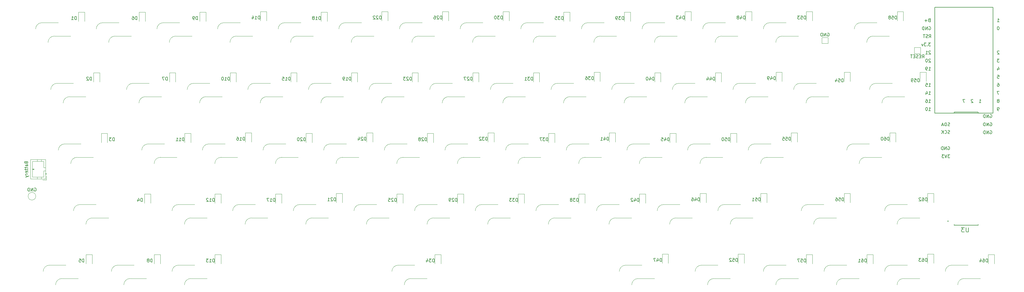
<source format=gbr>
%TF.GenerationSoftware,KiCad,Pcbnew,9.0.3*%
%TF.CreationDate,2025-07-28T21:16:55+07:00*%
%TF.ProjectId,DIY Bluetooth Mechanical Keyboard,44495920-426c-4756-9574-6f6f7468204d,rev?*%
%TF.SameCoordinates,Original*%
%TF.FileFunction,Legend,Bot*%
%TF.FilePolarity,Positive*%
%FSLAX46Y46*%
G04 Gerber Fmt 4.6, Leading zero omitted, Abs format (unit mm)*
G04 Created by KiCad (PCBNEW 9.0.3) date 2025-07-28 21:16:55*
%MOMM*%
%LPD*%
G01*
G04 APERTURE LIST*
%ADD10C,0.200000*%
%ADD11C,0.150000*%
%ADD12C,0.120000*%
%ADD13C,0.127000*%
G04 APERTURE END LIST*
D10*
X356306517Y-124199838D02*
X356401755Y-124152219D01*
X356401755Y-124152219D02*
X356544612Y-124152219D01*
X356544612Y-124152219D02*
X356687469Y-124199838D01*
X356687469Y-124199838D02*
X356782707Y-124295076D01*
X356782707Y-124295076D02*
X356830326Y-124390314D01*
X356830326Y-124390314D02*
X356877945Y-124580790D01*
X356877945Y-124580790D02*
X356877945Y-124723647D01*
X356877945Y-124723647D02*
X356830326Y-124914123D01*
X356830326Y-124914123D02*
X356782707Y-125009361D01*
X356782707Y-125009361D02*
X356687469Y-125104600D01*
X356687469Y-125104600D02*
X356544612Y-125152219D01*
X356544612Y-125152219D02*
X356449374Y-125152219D01*
X356449374Y-125152219D02*
X356306517Y-125104600D01*
X356306517Y-125104600D02*
X356258898Y-125056980D01*
X356258898Y-125056980D02*
X356258898Y-124723647D01*
X356258898Y-124723647D02*
X356449374Y-124723647D01*
X355830326Y-125152219D02*
X355830326Y-124152219D01*
X355830326Y-124152219D02*
X355258898Y-125152219D01*
X355258898Y-125152219D02*
X355258898Y-124152219D01*
X354782707Y-125152219D02*
X354782707Y-124152219D01*
X354782707Y-124152219D02*
X354544612Y-124152219D01*
X354544612Y-124152219D02*
X354401755Y-124199838D01*
X354401755Y-124199838D02*
X354306517Y-124295076D01*
X354306517Y-124295076D02*
X354258898Y-124390314D01*
X354258898Y-124390314D02*
X354211279Y-124580790D01*
X354211279Y-124580790D02*
X354211279Y-124723647D01*
X354211279Y-124723647D02*
X354258898Y-124914123D01*
X354258898Y-124914123D02*
X354306517Y-125009361D01*
X354306517Y-125009361D02*
X354401755Y-125104600D01*
X354401755Y-125104600D02*
X354544612Y-125152219D01*
X354544612Y-125152219D02*
X354782707Y-125152219D01*
X343056517Y-134299838D02*
X343151755Y-134252219D01*
X343151755Y-134252219D02*
X343294612Y-134252219D01*
X343294612Y-134252219D02*
X343437469Y-134299838D01*
X343437469Y-134299838D02*
X343532707Y-134395076D01*
X343532707Y-134395076D02*
X343580326Y-134490314D01*
X343580326Y-134490314D02*
X343627945Y-134680790D01*
X343627945Y-134680790D02*
X343627945Y-134823647D01*
X343627945Y-134823647D02*
X343580326Y-135014123D01*
X343580326Y-135014123D02*
X343532707Y-135109361D01*
X343532707Y-135109361D02*
X343437469Y-135204600D01*
X343437469Y-135204600D02*
X343294612Y-135252219D01*
X343294612Y-135252219D02*
X343199374Y-135252219D01*
X343199374Y-135252219D02*
X343056517Y-135204600D01*
X343056517Y-135204600D02*
X343008898Y-135156980D01*
X343008898Y-135156980D02*
X343008898Y-134823647D01*
X343008898Y-134823647D02*
X343199374Y-134823647D01*
X342580326Y-135252219D02*
X342580326Y-134252219D01*
X342580326Y-134252219D02*
X342008898Y-135252219D01*
X342008898Y-135252219D02*
X342008898Y-134252219D01*
X341532707Y-135252219D02*
X341532707Y-134252219D01*
X341532707Y-134252219D02*
X341294612Y-134252219D01*
X341294612Y-134252219D02*
X341151755Y-134299838D01*
X341151755Y-134299838D02*
X341056517Y-134395076D01*
X341056517Y-134395076D02*
X341008898Y-134490314D01*
X341008898Y-134490314D02*
X340961279Y-134680790D01*
X340961279Y-134680790D02*
X340961279Y-134823647D01*
X340961279Y-134823647D02*
X341008898Y-135014123D01*
X341008898Y-135014123D02*
X341056517Y-135109361D01*
X341056517Y-135109361D02*
X341151755Y-135204600D01*
X341151755Y-135204600D02*
X341294612Y-135252219D01*
X341294612Y-135252219D02*
X341532707Y-135252219D01*
X337106517Y-96599838D02*
X337201755Y-96552219D01*
X337201755Y-96552219D02*
X337344612Y-96552219D01*
X337344612Y-96552219D02*
X337487469Y-96599838D01*
X337487469Y-96599838D02*
X337582707Y-96695076D01*
X337582707Y-96695076D02*
X337630326Y-96790314D01*
X337630326Y-96790314D02*
X337677945Y-96980790D01*
X337677945Y-96980790D02*
X337677945Y-97123647D01*
X337677945Y-97123647D02*
X337630326Y-97314123D01*
X337630326Y-97314123D02*
X337582707Y-97409361D01*
X337582707Y-97409361D02*
X337487469Y-97504600D01*
X337487469Y-97504600D02*
X337344612Y-97552219D01*
X337344612Y-97552219D02*
X337249374Y-97552219D01*
X337249374Y-97552219D02*
X337106517Y-97504600D01*
X337106517Y-97504600D02*
X337058898Y-97456980D01*
X337058898Y-97456980D02*
X337058898Y-97123647D01*
X337058898Y-97123647D02*
X337249374Y-97123647D01*
X336630326Y-97552219D02*
X336630326Y-96552219D01*
X336630326Y-96552219D02*
X336058898Y-97552219D01*
X336058898Y-97552219D02*
X336058898Y-96552219D01*
X335582707Y-97552219D02*
X335582707Y-96552219D01*
X335582707Y-96552219D02*
X335344612Y-96552219D01*
X335344612Y-96552219D02*
X335201755Y-96599838D01*
X335201755Y-96599838D02*
X335106517Y-96695076D01*
X335106517Y-96695076D02*
X335058898Y-96790314D01*
X335058898Y-96790314D02*
X335011279Y-96980790D01*
X335011279Y-96980790D02*
X335011279Y-97123647D01*
X335011279Y-97123647D02*
X335058898Y-97314123D01*
X335058898Y-97314123D02*
X335106517Y-97409361D01*
X335106517Y-97409361D02*
X335201755Y-97504600D01*
X335201755Y-97504600D02*
X335344612Y-97552219D01*
X335344612Y-97552219D02*
X335582707Y-97552219D01*
X337108898Y-100052219D02*
X337442231Y-99576028D01*
X337680326Y-100052219D02*
X337680326Y-99052219D01*
X337680326Y-99052219D02*
X337299374Y-99052219D01*
X337299374Y-99052219D02*
X337204136Y-99099838D01*
X337204136Y-99099838D02*
X337156517Y-99147457D01*
X337156517Y-99147457D02*
X337108898Y-99242695D01*
X337108898Y-99242695D02*
X337108898Y-99385552D01*
X337108898Y-99385552D02*
X337156517Y-99480790D01*
X337156517Y-99480790D02*
X337204136Y-99528409D01*
X337204136Y-99528409D02*
X337299374Y-99576028D01*
X337299374Y-99576028D02*
X337680326Y-99576028D01*
X336727945Y-100004600D02*
X336585088Y-100052219D01*
X336585088Y-100052219D02*
X336346993Y-100052219D01*
X336346993Y-100052219D02*
X336251755Y-100004600D01*
X336251755Y-100004600D02*
X336204136Y-99956980D01*
X336204136Y-99956980D02*
X336156517Y-99861742D01*
X336156517Y-99861742D02*
X336156517Y-99766504D01*
X336156517Y-99766504D02*
X336204136Y-99671266D01*
X336204136Y-99671266D02*
X336251755Y-99623647D01*
X336251755Y-99623647D02*
X336346993Y-99576028D01*
X336346993Y-99576028D02*
X336537469Y-99528409D01*
X336537469Y-99528409D02*
X336632707Y-99480790D01*
X336632707Y-99480790D02*
X336680326Y-99433171D01*
X336680326Y-99433171D02*
X336727945Y-99337933D01*
X336727945Y-99337933D02*
X336727945Y-99242695D01*
X336727945Y-99242695D02*
X336680326Y-99147457D01*
X336680326Y-99147457D02*
X336632707Y-99099838D01*
X336632707Y-99099838D02*
X336537469Y-99052219D01*
X336537469Y-99052219D02*
X336299374Y-99052219D01*
X336299374Y-99052219D02*
X336156517Y-99099838D01*
X335870802Y-99052219D02*
X335299374Y-99052219D01*
X335585088Y-100052219D02*
X335585088Y-99052219D01*
X343627945Y-130104600D02*
X343485088Y-130152219D01*
X343485088Y-130152219D02*
X343246993Y-130152219D01*
X343246993Y-130152219D02*
X343151755Y-130104600D01*
X343151755Y-130104600D02*
X343104136Y-130056980D01*
X343104136Y-130056980D02*
X343056517Y-129961742D01*
X343056517Y-129961742D02*
X343056517Y-129866504D01*
X343056517Y-129866504D02*
X343104136Y-129771266D01*
X343104136Y-129771266D02*
X343151755Y-129723647D01*
X343151755Y-129723647D02*
X343246993Y-129676028D01*
X343246993Y-129676028D02*
X343437469Y-129628409D01*
X343437469Y-129628409D02*
X343532707Y-129580790D01*
X343532707Y-129580790D02*
X343580326Y-129533171D01*
X343580326Y-129533171D02*
X343627945Y-129437933D01*
X343627945Y-129437933D02*
X343627945Y-129342695D01*
X343627945Y-129342695D02*
X343580326Y-129247457D01*
X343580326Y-129247457D02*
X343532707Y-129199838D01*
X343532707Y-129199838D02*
X343437469Y-129152219D01*
X343437469Y-129152219D02*
X343199374Y-129152219D01*
X343199374Y-129152219D02*
X343056517Y-129199838D01*
X342056517Y-130056980D02*
X342104136Y-130104600D01*
X342104136Y-130104600D02*
X342246993Y-130152219D01*
X342246993Y-130152219D02*
X342342231Y-130152219D01*
X342342231Y-130152219D02*
X342485088Y-130104600D01*
X342485088Y-130104600D02*
X342580326Y-130009361D01*
X342580326Y-130009361D02*
X342627945Y-129914123D01*
X342627945Y-129914123D02*
X342675564Y-129723647D01*
X342675564Y-129723647D02*
X342675564Y-129580790D01*
X342675564Y-129580790D02*
X342627945Y-129390314D01*
X342627945Y-129390314D02*
X342580326Y-129295076D01*
X342580326Y-129295076D02*
X342485088Y-129199838D01*
X342485088Y-129199838D02*
X342342231Y-129152219D01*
X342342231Y-129152219D02*
X342246993Y-129152219D01*
X342246993Y-129152219D02*
X342104136Y-129199838D01*
X342104136Y-129199838D02*
X342056517Y-129247457D01*
X341627945Y-130152219D02*
X341627945Y-129152219D01*
X341056517Y-130152219D02*
X341485088Y-129580790D01*
X341056517Y-129152219D02*
X341627945Y-129723647D01*
X343627945Y-127704600D02*
X343485088Y-127752219D01*
X343485088Y-127752219D02*
X343246993Y-127752219D01*
X343246993Y-127752219D02*
X343151755Y-127704600D01*
X343151755Y-127704600D02*
X343104136Y-127656980D01*
X343104136Y-127656980D02*
X343056517Y-127561742D01*
X343056517Y-127561742D02*
X343056517Y-127466504D01*
X343056517Y-127466504D02*
X343104136Y-127371266D01*
X343104136Y-127371266D02*
X343151755Y-127323647D01*
X343151755Y-127323647D02*
X343246993Y-127276028D01*
X343246993Y-127276028D02*
X343437469Y-127228409D01*
X343437469Y-127228409D02*
X343532707Y-127180790D01*
X343532707Y-127180790D02*
X343580326Y-127133171D01*
X343580326Y-127133171D02*
X343627945Y-127037933D01*
X343627945Y-127037933D02*
X343627945Y-126942695D01*
X343627945Y-126942695D02*
X343580326Y-126847457D01*
X343580326Y-126847457D02*
X343532707Y-126799838D01*
X343532707Y-126799838D02*
X343437469Y-126752219D01*
X343437469Y-126752219D02*
X343199374Y-126752219D01*
X343199374Y-126752219D02*
X343056517Y-126799838D01*
X342627945Y-127752219D02*
X342627945Y-126752219D01*
X342627945Y-126752219D02*
X342389850Y-126752219D01*
X342389850Y-126752219D02*
X342246993Y-126799838D01*
X342246993Y-126799838D02*
X342151755Y-126895076D01*
X342151755Y-126895076D02*
X342104136Y-126990314D01*
X342104136Y-126990314D02*
X342056517Y-127180790D01*
X342056517Y-127180790D02*
X342056517Y-127323647D01*
X342056517Y-127323647D02*
X342104136Y-127514123D01*
X342104136Y-127514123D02*
X342151755Y-127609361D01*
X342151755Y-127609361D02*
X342246993Y-127704600D01*
X342246993Y-127704600D02*
X342389850Y-127752219D01*
X342389850Y-127752219D02*
X342627945Y-127752219D01*
X341675564Y-127466504D02*
X341199374Y-127466504D01*
X341770802Y-127752219D02*
X341437469Y-126752219D01*
X341437469Y-126752219D02*
X341104136Y-127752219D01*
X356306517Y-129299838D02*
X356401755Y-129252219D01*
X356401755Y-129252219D02*
X356544612Y-129252219D01*
X356544612Y-129252219D02*
X356687469Y-129299838D01*
X356687469Y-129299838D02*
X356782707Y-129395076D01*
X356782707Y-129395076D02*
X356830326Y-129490314D01*
X356830326Y-129490314D02*
X356877945Y-129680790D01*
X356877945Y-129680790D02*
X356877945Y-129823647D01*
X356877945Y-129823647D02*
X356830326Y-130014123D01*
X356830326Y-130014123D02*
X356782707Y-130109361D01*
X356782707Y-130109361D02*
X356687469Y-130204600D01*
X356687469Y-130204600D02*
X356544612Y-130252219D01*
X356544612Y-130252219D02*
X356449374Y-130252219D01*
X356449374Y-130252219D02*
X356306517Y-130204600D01*
X356306517Y-130204600D02*
X356258898Y-130156980D01*
X356258898Y-130156980D02*
X356258898Y-129823647D01*
X356258898Y-129823647D02*
X356449374Y-129823647D01*
X355830326Y-130252219D02*
X355830326Y-129252219D01*
X355830326Y-129252219D02*
X355258898Y-130252219D01*
X355258898Y-130252219D02*
X355258898Y-129252219D01*
X354782707Y-130252219D02*
X354782707Y-129252219D01*
X354782707Y-129252219D02*
X354544612Y-129252219D01*
X354544612Y-129252219D02*
X354401755Y-129299838D01*
X354401755Y-129299838D02*
X354306517Y-129395076D01*
X354306517Y-129395076D02*
X354258898Y-129490314D01*
X354258898Y-129490314D02*
X354211279Y-129680790D01*
X354211279Y-129680790D02*
X354211279Y-129823647D01*
X354211279Y-129823647D02*
X354258898Y-130014123D01*
X354258898Y-130014123D02*
X354306517Y-130109361D01*
X354306517Y-130109361D02*
X354401755Y-130204600D01*
X354401755Y-130204600D02*
X354544612Y-130252219D01*
X354544612Y-130252219D02*
X354782707Y-130252219D01*
X356306517Y-126799838D02*
X356401755Y-126752219D01*
X356401755Y-126752219D02*
X356544612Y-126752219D01*
X356544612Y-126752219D02*
X356687469Y-126799838D01*
X356687469Y-126799838D02*
X356782707Y-126895076D01*
X356782707Y-126895076D02*
X356830326Y-126990314D01*
X356830326Y-126990314D02*
X356877945Y-127180790D01*
X356877945Y-127180790D02*
X356877945Y-127323647D01*
X356877945Y-127323647D02*
X356830326Y-127514123D01*
X356830326Y-127514123D02*
X356782707Y-127609361D01*
X356782707Y-127609361D02*
X356687469Y-127704600D01*
X356687469Y-127704600D02*
X356544612Y-127752219D01*
X356544612Y-127752219D02*
X356449374Y-127752219D01*
X356449374Y-127752219D02*
X356306517Y-127704600D01*
X356306517Y-127704600D02*
X356258898Y-127656980D01*
X356258898Y-127656980D02*
X356258898Y-127323647D01*
X356258898Y-127323647D02*
X356449374Y-127323647D01*
X355830326Y-127752219D02*
X355830326Y-126752219D01*
X355830326Y-126752219D02*
X355258898Y-127752219D01*
X355258898Y-127752219D02*
X355258898Y-126752219D01*
X354782707Y-127752219D02*
X354782707Y-126752219D01*
X354782707Y-126752219D02*
X354544612Y-126752219D01*
X354544612Y-126752219D02*
X354401755Y-126799838D01*
X354401755Y-126799838D02*
X354306517Y-126895076D01*
X354306517Y-126895076D02*
X354258898Y-126990314D01*
X354258898Y-126990314D02*
X354211279Y-127180790D01*
X354211279Y-127180790D02*
X354211279Y-127323647D01*
X354211279Y-127323647D02*
X354258898Y-127514123D01*
X354258898Y-127514123D02*
X354306517Y-127609361D01*
X354306517Y-127609361D02*
X354401755Y-127704600D01*
X354401755Y-127704600D02*
X354544612Y-127752219D01*
X354544612Y-127752219D02*
X354782707Y-127752219D01*
X343675564Y-136752219D02*
X343056517Y-136752219D01*
X343056517Y-136752219D02*
X343389850Y-137133171D01*
X343389850Y-137133171D02*
X343246993Y-137133171D01*
X343246993Y-137133171D02*
X343151755Y-137180790D01*
X343151755Y-137180790D02*
X343104136Y-137228409D01*
X343104136Y-137228409D02*
X343056517Y-137323647D01*
X343056517Y-137323647D02*
X343056517Y-137561742D01*
X343056517Y-137561742D02*
X343104136Y-137656980D01*
X343104136Y-137656980D02*
X343151755Y-137704600D01*
X343151755Y-137704600D02*
X343246993Y-137752219D01*
X343246993Y-137752219D02*
X343532707Y-137752219D01*
X343532707Y-137752219D02*
X343627945Y-137704600D01*
X343627945Y-137704600D02*
X343675564Y-137656980D01*
X342770802Y-136752219D02*
X342437469Y-137752219D01*
X342437469Y-137752219D02*
X342104136Y-136752219D01*
X341866040Y-136752219D02*
X341246993Y-136752219D01*
X341246993Y-136752219D02*
X341580326Y-137133171D01*
X341580326Y-137133171D02*
X341437469Y-137133171D01*
X341437469Y-137133171D02*
X341342231Y-137180790D01*
X341342231Y-137180790D02*
X341294612Y-137228409D01*
X341294612Y-137228409D02*
X341246993Y-137323647D01*
X341246993Y-137323647D02*
X341246993Y-137561742D01*
X341246993Y-137561742D02*
X341294612Y-137656980D01*
X341294612Y-137656980D02*
X341342231Y-137704600D01*
X341342231Y-137704600D02*
X341437469Y-137752219D01*
X341437469Y-137752219D02*
X341723183Y-137752219D01*
X341723183Y-137752219D02*
X341818421Y-137704600D01*
X341818421Y-137704600D02*
X341866040Y-137656980D01*
D11*
X298365710Y-170530044D02*
X298365710Y-169530044D01*
X298365710Y-169530044D02*
X298127615Y-169530044D01*
X298127615Y-169530044D02*
X297984758Y-169577663D01*
X297984758Y-169577663D02*
X297889520Y-169672901D01*
X297889520Y-169672901D02*
X297841901Y-169768139D01*
X297841901Y-169768139D02*
X297794282Y-169958615D01*
X297794282Y-169958615D02*
X297794282Y-170101472D01*
X297794282Y-170101472D02*
X297841901Y-170291948D01*
X297841901Y-170291948D02*
X297889520Y-170387186D01*
X297889520Y-170387186D02*
X297984758Y-170482425D01*
X297984758Y-170482425D02*
X298127615Y-170530044D01*
X298127615Y-170530044D02*
X298365710Y-170530044D01*
X296889520Y-169530044D02*
X297365710Y-169530044D01*
X297365710Y-169530044D02*
X297413329Y-170006234D01*
X297413329Y-170006234D02*
X297365710Y-169958615D01*
X297365710Y-169958615D02*
X297270472Y-169910996D01*
X297270472Y-169910996D02*
X297032377Y-169910996D01*
X297032377Y-169910996D02*
X296937139Y-169958615D01*
X296937139Y-169958615D02*
X296889520Y-170006234D01*
X296889520Y-170006234D02*
X296841901Y-170101472D01*
X296841901Y-170101472D02*
X296841901Y-170339567D01*
X296841901Y-170339567D02*
X296889520Y-170434805D01*
X296889520Y-170434805D02*
X296937139Y-170482425D01*
X296937139Y-170482425D02*
X297032377Y-170530044D01*
X297032377Y-170530044D02*
X297270472Y-170530044D01*
X297270472Y-170530044D02*
X297365710Y-170482425D01*
X297365710Y-170482425D02*
X297413329Y-170434805D01*
X296508567Y-169530044D02*
X295841901Y-169530044D01*
X295841901Y-169530044D02*
X296270472Y-170530044D01*
X336465710Y-151314419D02*
X336465710Y-150314419D01*
X336465710Y-150314419D02*
X336227615Y-150314419D01*
X336227615Y-150314419D02*
X336084758Y-150362038D01*
X336084758Y-150362038D02*
X335989520Y-150457276D01*
X335989520Y-150457276D02*
X335941901Y-150552514D01*
X335941901Y-150552514D02*
X335894282Y-150742990D01*
X335894282Y-150742990D02*
X335894282Y-150885847D01*
X335894282Y-150885847D02*
X335941901Y-151076323D01*
X335941901Y-151076323D02*
X335989520Y-151171561D01*
X335989520Y-151171561D02*
X336084758Y-151266800D01*
X336084758Y-151266800D02*
X336227615Y-151314419D01*
X336227615Y-151314419D02*
X336465710Y-151314419D01*
X335037139Y-150314419D02*
X335227615Y-150314419D01*
X335227615Y-150314419D02*
X335322853Y-150362038D01*
X335322853Y-150362038D02*
X335370472Y-150409657D01*
X335370472Y-150409657D02*
X335465710Y-150552514D01*
X335465710Y-150552514D02*
X335513329Y-150742990D01*
X335513329Y-150742990D02*
X335513329Y-151123942D01*
X335513329Y-151123942D02*
X335465710Y-151219180D01*
X335465710Y-151219180D02*
X335418091Y-151266800D01*
X335418091Y-151266800D02*
X335322853Y-151314419D01*
X335322853Y-151314419D02*
X335132377Y-151314419D01*
X335132377Y-151314419D02*
X335037139Y-151266800D01*
X335037139Y-151266800D02*
X334989520Y-151219180D01*
X334989520Y-151219180D02*
X334941901Y-151123942D01*
X334941901Y-151123942D02*
X334941901Y-150885847D01*
X334941901Y-150885847D02*
X334989520Y-150790609D01*
X334989520Y-150790609D02*
X335037139Y-150742990D01*
X335037139Y-150742990D02*
X335132377Y-150695371D01*
X335132377Y-150695371D02*
X335322853Y-150695371D01*
X335322853Y-150695371D02*
X335418091Y-150742990D01*
X335418091Y-150742990D02*
X335465710Y-150790609D01*
X335465710Y-150790609D02*
X335513329Y-150885847D01*
X334560948Y-150409657D02*
X334513329Y-150362038D01*
X334513329Y-150362038D02*
X334418091Y-150314419D01*
X334418091Y-150314419D02*
X334179996Y-150314419D01*
X334179996Y-150314419D02*
X334084758Y-150362038D01*
X334084758Y-150362038D02*
X334037139Y-150409657D01*
X334037139Y-150409657D02*
X333989520Y-150504895D01*
X333989520Y-150504895D02*
X333989520Y-150600133D01*
X333989520Y-150600133D02*
X334037139Y-150742990D01*
X334037139Y-150742990D02*
X334608567Y-151314419D01*
X334608567Y-151314419D02*
X333989520Y-151314419D01*
X324559460Y-132264419D02*
X324559460Y-131264419D01*
X324559460Y-131264419D02*
X324321365Y-131264419D01*
X324321365Y-131264419D02*
X324178508Y-131312038D01*
X324178508Y-131312038D02*
X324083270Y-131407276D01*
X324083270Y-131407276D02*
X324035651Y-131502514D01*
X324035651Y-131502514D02*
X323988032Y-131692990D01*
X323988032Y-131692990D02*
X323988032Y-131835847D01*
X323988032Y-131835847D02*
X324035651Y-132026323D01*
X324035651Y-132026323D02*
X324083270Y-132121561D01*
X324083270Y-132121561D02*
X324178508Y-132216800D01*
X324178508Y-132216800D02*
X324321365Y-132264419D01*
X324321365Y-132264419D02*
X324559460Y-132264419D01*
X323130889Y-131264419D02*
X323321365Y-131264419D01*
X323321365Y-131264419D02*
X323416603Y-131312038D01*
X323416603Y-131312038D02*
X323464222Y-131359657D01*
X323464222Y-131359657D02*
X323559460Y-131502514D01*
X323559460Y-131502514D02*
X323607079Y-131692990D01*
X323607079Y-131692990D02*
X323607079Y-132073942D01*
X323607079Y-132073942D02*
X323559460Y-132169180D01*
X323559460Y-132169180D02*
X323511841Y-132216800D01*
X323511841Y-132216800D02*
X323416603Y-132264419D01*
X323416603Y-132264419D02*
X323226127Y-132264419D01*
X323226127Y-132264419D02*
X323130889Y-132216800D01*
X323130889Y-132216800D02*
X323083270Y-132169180D01*
X323083270Y-132169180D02*
X323035651Y-132073942D01*
X323035651Y-132073942D02*
X323035651Y-131835847D01*
X323035651Y-131835847D02*
X323083270Y-131740609D01*
X323083270Y-131740609D02*
X323130889Y-131692990D01*
X323130889Y-131692990D02*
X323226127Y-131645371D01*
X323226127Y-131645371D02*
X323416603Y-131645371D01*
X323416603Y-131645371D02*
X323511841Y-131692990D01*
X323511841Y-131692990D02*
X323559460Y-131740609D01*
X323559460Y-131740609D02*
X323607079Y-131835847D01*
X322416603Y-131264419D02*
X322321365Y-131264419D01*
X322321365Y-131264419D02*
X322226127Y-131312038D01*
X322226127Y-131312038D02*
X322178508Y-131359657D01*
X322178508Y-131359657D02*
X322130889Y-131454895D01*
X322130889Y-131454895D02*
X322083270Y-131645371D01*
X322083270Y-131645371D02*
X322083270Y-131883466D01*
X322083270Y-131883466D02*
X322130889Y-132073942D01*
X322130889Y-132073942D02*
X322178508Y-132169180D01*
X322178508Y-132169180D02*
X322226127Y-132216800D01*
X322226127Y-132216800D02*
X322321365Y-132264419D01*
X322321365Y-132264419D02*
X322416603Y-132264419D01*
X322416603Y-132264419D02*
X322511841Y-132216800D01*
X322511841Y-132216800D02*
X322559460Y-132169180D01*
X322559460Y-132169180D02*
X322607079Y-132073942D01*
X322607079Y-132073942D02*
X322654698Y-131883466D01*
X322654698Y-131883466D02*
X322654698Y-131645371D01*
X322654698Y-131645371D02*
X322607079Y-131454895D01*
X322607079Y-131454895D02*
X322559460Y-131359657D01*
X322559460Y-131359657D02*
X322511841Y-131312038D01*
X322511841Y-131312038D02*
X322416603Y-131264419D01*
X207878210Y-151480044D02*
X207878210Y-150480044D01*
X207878210Y-150480044D02*
X207640115Y-150480044D01*
X207640115Y-150480044D02*
X207497258Y-150527663D01*
X207497258Y-150527663D02*
X207402020Y-150622901D01*
X207402020Y-150622901D02*
X207354401Y-150718139D01*
X207354401Y-150718139D02*
X207306782Y-150908615D01*
X207306782Y-150908615D02*
X207306782Y-151051472D01*
X207306782Y-151051472D02*
X207354401Y-151241948D01*
X207354401Y-151241948D02*
X207402020Y-151337186D01*
X207402020Y-151337186D02*
X207497258Y-151432425D01*
X207497258Y-151432425D02*
X207640115Y-151480044D01*
X207640115Y-151480044D02*
X207878210Y-151480044D01*
X206973448Y-150480044D02*
X206354401Y-150480044D01*
X206354401Y-150480044D02*
X206687734Y-150860996D01*
X206687734Y-150860996D02*
X206544877Y-150860996D01*
X206544877Y-150860996D02*
X206449639Y-150908615D01*
X206449639Y-150908615D02*
X206402020Y-150956234D01*
X206402020Y-150956234D02*
X206354401Y-151051472D01*
X206354401Y-151051472D02*
X206354401Y-151289567D01*
X206354401Y-151289567D02*
X206402020Y-151384805D01*
X206402020Y-151384805D02*
X206449639Y-151432425D01*
X206449639Y-151432425D02*
X206544877Y-151480044D01*
X206544877Y-151480044D02*
X206830591Y-151480044D01*
X206830591Y-151480044D02*
X206925829Y-151432425D01*
X206925829Y-151432425D02*
X206973448Y-151384805D01*
X206021067Y-150480044D02*
X205402020Y-150480044D01*
X205402020Y-150480044D02*
X205735353Y-150860996D01*
X205735353Y-150860996D02*
X205592496Y-150860996D01*
X205592496Y-150860996D02*
X205497258Y-150908615D01*
X205497258Y-150908615D02*
X205449639Y-150956234D01*
X205449639Y-150956234D02*
X205402020Y-151051472D01*
X205402020Y-151051472D02*
X205402020Y-151289567D01*
X205402020Y-151289567D02*
X205449639Y-151384805D01*
X205449639Y-151384805D02*
X205497258Y-151432425D01*
X205497258Y-151432425D02*
X205592496Y-151480044D01*
X205592496Y-151480044D02*
X205878210Y-151480044D01*
X205878210Y-151480044D02*
X205973448Y-151432425D01*
X205973448Y-151432425D02*
X206021067Y-151384805D01*
X74052019Y-113380044D02*
X74052019Y-112380044D01*
X74052019Y-112380044D02*
X73813924Y-112380044D01*
X73813924Y-112380044D02*
X73671067Y-112427663D01*
X73671067Y-112427663D02*
X73575829Y-112522901D01*
X73575829Y-112522901D02*
X73528210Y-112618139D01*
X73528210Y-112618139D02*
X73480591Y-112808615D01*
X73480591Y-112808615D02*
X73480591Y-112951472D01*
X73480591Y-112951472D02*
X73528210Y-113141948D01*
X73528210Y-113141948D02*
X73575829Y-113237186D01*
X73575829Y-113237186D02*
X73671067Y-113332425D01*
X73671067Y-113332425D02*
X73813924Y-113380044D01*
X73813924Y-113380044D02*
X74052019Y-113380044D01*
X73099638Y-112475282D02*
X73052019Y-112427663D01*
X73052019Y-112427663D02*
X72956781Y-112380044D01*
X72956781Y-112380044D02*
X72718686Y-112380044D01*
X72718686Y-112380044D02*
X72623448Y-112427663D01*
X72623448Y-112427663D02*
X72575829Y-112475282D01*
X72575829Y-112475282D02*
X72528210Y-112570520D01*
X72528210Y-112570520D02*
X72528210Y-112665758D01*
X72528210Y-112665758D02*
X72575829Y-112808615D01*
X72575829Y-112808615D02*
X73147257Y-113380044D01*
X73147257Y-113380044D02*
X72528210Y-113380044D01*
X260265710Y-94164419D02*
X260265710Y-93164419D01*
X260265710Y-93164419D02*
X260027615Y-93164419D01*
X260027615Y-93164419D02*
X259884758Y-93212038D01*
X259884758Y-93212038D02*
X259789520Y-93307276D01*
X259789520Y-93307276D02*
X259741901Y-93402514D01*
X259741901Y-93402514D02*
X259694282Y-93592990D01*
X259694282Y-93592990D02*
X259694282Y-93735847D01*
X259694282Y-93735847D02*
X259741901Y-93926323D01*
X259741901Y-93926323D02*
X259789520Y-94021561D01*
X259789520Y-94021561D02*
X259884758Y-94116800D01*
X259884758Y-94116800D02*
X260027615Y-94164419D01*
X260027615Y-94164419D02*
X260265710Y-94164419D01*
X258837139Y-93497752D02*
X258837139Y-94164419D01*
X259075234Y-93116800D02*
X259313329Y-93831085D01*
X259313329Y-93831085D02*
X258694282Y-93831085D01*
X258408567Y-93164419D02*
X257789520Y-93164419D01*
X257789520Y-93164419D02*
X258122853Y-93545371D01*
X258122853Y-93545371D02*
X257979996Y-93545371D01*
X257979996Y-93545371D02*
X257884758Y-93592990D01*
X257884758Y-93592990D02*
X257837139Y-93640609D01*
X257837139Y-93640609D02*
X257789520Y-93735847D01*
X257789520Y-93735847D02*
X257789520Y-93973942D01*
X257789520Y-93973942D02*
X257837139Y-94069180D01*
X257837139Y-94069180D02*
X257884758Y-94116800D01*
X257884758Y-94116800D02*
X257979996Y-94164419D01*
X257979996Y-94164419D02*
X258265710Y-94164419D01*
X258265710Y-94164419D02*
X258360948Y-94116800D01*
X258360948Y-94116800D02*
X258408567Y-94069180D01*
X336465710Y-170364419D02*
X336465710Y-169364419D01*
X336465710Y-169364419D02*
X336227615Y-169364419D01*
X336227615Y-169364419D02*
X336084758Y-169412038D01*
X336084758Y-169412038D02*
X335989520Y-169507276D01*
X335989520Y-169507276D02*
X335941901Y-169602514D01*
X335941901Y-169602514D02*
X335894282Y-169792990D01*
X335894282Y-169792990D02*
X335894282Y-169935847D01*
X335894282Y-169935847D02*
X335941901Y-170126323D01*
X335941901Y-170126323D02*
X335989520Y-170221561D01*
X335989520Y-170221561D02*
X336084758Y-170316800D01*
X336084758Y-170316800D02*
X336227615Y-170364419D01*
X336227615Y-170364419D02*
X336465710Y-170364419D01*
X335037139Y-169364419D02*
X335227615Y-169364419D01*
X335227615Y-169364419D02*
X335322853Y-169412038D01*
X335322853Y-169412038D02*
X335370472Y-169459657D01*
X335370472Y-169459657D02*
X335465710Y-169602514D01*
X335465710Y-169602514D02*
X335513329Y-169792990D01*
X335513329Y-169792990D02*
X335513329Y-170173942D01*
X335513329Y-170173942D02*
X335465710Y-170269180D01*
X335465710Y-170269180D02*
X335418091Y-170316800D01*
X335418091Y-170316800D02*
X335322853Y-170364419D01*
X335322853Y-170364419D02*
X335132377Y-170364419D01*
X335132377Y-170364419D02*
X335037139Y-170316800D01*
X335037139Y-170316800D02*
X334989520Y-170269180D01*
X334989520Y-170269180D02*
X334941901Y-170173942D01*
X334941901Y-170173942D02*
X334941901Y-169935847D01*
X334941901Y-169935847D02*
X334989520Y-169840609D01*
X334989520Y-169840609D02*
X335037139Y-169792990D01*
X335037139Y-169792990D02*
X335132377Y-169745371D01*
X335132377Y-169745371D02*
X335322853Y-169745371D01*
X335322853Y-169745371D02*
X335418091Y-169792990D01*
X335418091Y-169792990D02*
X335465710Y-169840609D01*
X335465710Y-169840609D02*
X335513329Y-169935847D01*
X334608567Y-169364419D02*
X333989520Y-169364419D01*
X333989520Y-169364419D02*
X334322853Y-169745371D01*
X334322853Y-169745371D02*
X334179996Y-169745371D01*
X334179996Y-169745371D02*
X334084758Y-169792990D01*
X334084758Y-169792990D02*
X334037139Y-169840609D01*
X334037139Y-169840609D02*
X333989520Y-169935847D01*
X333989520Y-169935847D02*
X333989520Y-170173942D01*
X333989520Y-170173942D02*
X334037139Y-170269180D01*
X334037139Y-170269180D02*
X334084758Y-170316800D01*
X334084758Y-170316800D02*
X334179996Y-170364419D01*
X334179996Y-170364419D02*
X334465710Y-170364419D01*
X334465710Y-170364419D02*
X334560948Y-170316800D01*
X334560948Y-170316800D02*
X334608567Y-170269180D01*
X184065710Y-94164419D02*
X184065710Y-93164419D01*
X184065710Y-93164419D02*
X183827615Y-93164419D01*
X183827615Y-93164419D02*
X183684758Y-93212038D01*
X183684758Y-93212038D02*
X183589520Y-93307276D01*
X183589520Y-93307276D02*
X183541901Y-93402514D01*
X183541901Y-93402514D02*
X183494282Y-93592990D01*
X183494282Y-93592990D02*
X183494282Y-93735847D01*
X183494282Y-93735847D02*
X183541901Y-93926323D01*
X183541901Y-93926323D02*
X183589520Y-94021561D01*
X183589520Y-94021561D02*
X183684758Y-94116800D01*
X183684758Y-94116800D02*
X183827615Y-94164419D01*
X183827615Y-94164419D02*
X184065710Y-94164419D01*
X183113329Y-93259657D02*
X183065710Y-93212038D01*
X183065710Y-93212038D02*
X182970472Y-93164419D01*
X182970472Y-93164419D02*
X182732377Y-93164419D01*
X182732377Y-93164419D02*
X182637139Y-93212038D01*
X182637139Y-93212038D02*
X182589520Y-93259657D01*
X182589520Y-93259657D02*
X182541901Y-93354895D01*
X182541901Y-93354895D02*
X182541901Y-93450133D01*
X182541901Y-93450133D02*
X182589520Y-93592990D01*
X182589520Y-93592990D02*
X183160948Y-94164419D01*
X183160948Y-94164419D02*
X182541901Y-94164419D01*
X181684758Y-93164419D02*
X181875234Y-93164419D01*
X181875234Y-93164419D02*
X181970472Y-93212038D01*
X181970472Y-93212038D02*
X182018091Y-93259657D01*
X182018091Y-93259657D02*
X182113329Y-93402514D01*
X182113329Y-93402514D02*
X182160948Y-93592990D01*
X182160948Y-93592990D02*
X182160948Y-93973942D01*
X182160948Y-93973942D02*
X182113329Y-94069180D01*
X182113329Y-94069180D02*
X182065710Y-94116800D01*
X182065710Y-94116800D02*
X181970472Y-94164419D01*
X181970472Y-94164419D02*
X181779996Y-94164419D01*
X181779996Y-94164419D02*
X181684758Y-94116800D01*
X181684758Y-94116800D02*
X181637139Y-94069180D01*
X181637139Y-94069180D02*
X181589520Y-93973942D01*
X181589520Y-93973942D02*
X181589520Y-93735847D01*
X181589520Y-93735847D02*
X181637139Y-93640609D01*
X181637139Y-93640609D02*
X181684758Y-93592990D01*
X181684758Y-93592990D02*
X181779996Y-93545371D01*
X181779996Y-93545371D02*
X181970472Y-93545371D01*
X181970472Y-93545371D02*
X182065710Y-93592990D01*
X182065710Y-93592990D02*
X182113329Y-93640609D01*
X182113329Y-93640609D02*
X182160948Y-93735847D01*
X131678210Y-151480044D02*
X131678210Y-150480044D01*
X131678210Y-150480044D02*
X131440115Y-150480044D01*
X131440115Y-150480044D02*
X131297258Y-150527663D01*
X131297258Y-150527663D02*
X131202020Y-150622901D01*
X131202020Y-150622901D02*
X131154401Y-150718139D01*
X131154401Y-150718139D02*
X131106782Y-150908615D01*
X131106782Y-150908615D02*
X131106782Y-151051472D01*
X131106782Y-151051472D02*
X131154401Y-151241948D01*
X131154401Y-151241948D02*
X131202020Y-151337186D01*
X131202020Y-151337186D02*
X131297258Y-151432425D01*
X131297258Y-151432425D02*
X131440115Y-151480044D01*
X131440115Y-151480044D02*
X131678210Y-151480044D01*
X130154401Y-151480044D02*
X130725829Y-151480044D01*
X130440115Y-151480044D02*
X130440115Y-150480044D01*
X130440115Y-150480044D02*
X130535353Y-150622901D01*
X130535353Y-150622901D02*
X130630591Y-150718139D01*
X130630591Y-150718139D02*
X130725829Y-150765758D01*
X129821067Y-150480044D02*
X129154401Y-150480044D01*
X129154401Y-150480044D02*
X129582972Y-151480044D01*
X334952381Y-106404819D02*
X335285714Y-105928628D01*
X335523809Y-106404819D02*
X335523809Y-105404819D01*
X335523809Y-105404819D02*
X335142857Y-105404819D01*
X335142857Y-105404819D02*
X335047619Y-105452438D01*
X335047619Y-105452438D02*
X335000000Y-105500057D01*
X335000000Y-105500057D02*
X334952381Y-105595295D01*
X334952381Y-105595295D02*
X334952381Y-105738152D01*
X334952381Y-105738152D02*
X335000000Y-105833390D01*
X335000000Y-105833390D02*
X335047619Y-105881009D01*
X335047619Y-105881009D02*
X335142857Y-105928628D01*
X335142857Y-105928628D02*
X335523809Y-105928628D01*
X334523809Y-105881009D02*
X334190476Y-105881009D01*
X334047619Y-106404819D02*
X334523809Y-106404819D01*
X334523809Y-106404819D02*
X334523809Y-105404819D01*
X334523809Y-105404819D02*
X334047619Y-105404819D01*
X333666666Y-106357200D02*
X333523809Y-106404819D01*
X333523809Y-106404819D02*
X333285714Y-106404819D01*
X333285714Y-106404819D02*
X333190476Y-106357200D01*
X333190476Y-106357200D02*
X333142857Y-106309580D01*
X333142857Y-106309580D02*
X333095238Y-106214342D01*
X333095238Y-106214342D02*
X333095238Y-106119104D01*
X333095238Y-106119104D02*
X333142857Y-106023866D01*
X333142857Y-106023866D02*
X333190476Y-105976247D01*
X333190476Y-105976247D02*
X333285714Y-105928628D01*
X333285714Y-105928628D02*
X333476190Y-105881009D01*
X333476190Y-105881009D02*
X333571428Y-105833390D01*
X333571428Y-105833390D02*
X333619047Y-105785771D01*
X333619047Y-105785771D02*
X333666666Y-105690533D01*
X333666666Y-105690533D02*
X333666666Y-105595295D01*
X333666666Y-105595295D02*
X333619047Y-105500057D01*
X333619047Y-105500057D02*
X333571428Y-105452438D01*
X333571428Y-105452438D02*
X333476190Y-105404819D01*
X333476190Y-105404819D02*
X333238095Y-105404819D01*
X333238095Y-105404819D02*
X333095238Y-105452438D01*
X332666666Y-105881009D02*
X332333333Y-105881009D01*
X332190476Y-106404819D02*
X332666666Y-106404819D01*
X332666666Y-106404819D02*
X332666666Y-105404819D01*
X332666666Y-105404819D02*
X332190476Y-105404819D01*
X331904761Y-105404819D02*
X331333333Y-105404819D01*
X331619047Y-106404819D02*
X331619047Y-105404819D01*
X276934460Y-170364419D02*
X276934460Y-169364419D01*
X276934460Y-169364419D02*
X276696365Y-169364419D01*
X276696365Y-169364419D02*
X276553508Y-169412038D01*
X276553508Y-169412038D02*
X276458270Y-169507276D01*
X276458270Y-169507276D02*
X276410651Y-169602514D01*
X276410651Y-169602514D02*
X276363032Y-169792990D01*
X276363032Y-169792990D02*
X276363032Y-169935847D01*
X276363032Y-169935847D02*
X276410651Y-170126323D01*
X276410651Y-170126323D02*
X276458270Y-170221561D01*
X276458270Y-170221561D02*
X276553508Y-170316800D01*
X276553508Y-170316800D02*
X276696365Y-170364419D01*
X276696365Y-170364419D02*
X276934460Y-170364419D01*
X275458270Y-169364419D02*
X275934460Y-169364419D01*
X275934460Y-169364419D02*
X275982079Y-169840609D01*
X275982079Y-169840609D02*
X275934460Y-169792990D01*
X275934460Y-169792990D02*
X275839222Y-169745371D01*
X275839222Y-169745371D02*
X275601127Y-169745371D01*
X275601127Y-169745371D02*
X275505889Y-169792990D01*
X275505889Y-169792990D02*
X275458270Y-169840609D01*
X275458270Y-169840609D02*
X275410651Y-169935847D01*
X275410651Y-169935847D02*
X275410651Y-170173942D01*
X275410651Y-170173942D02*
X275458270Y-170269180D01*
X275458270Y-170269180D02*
X275505889Y-170316800D01*
X275505889Y-170316800D02*
X275601127Y-170364419D01*
X275601127Y-170364419D02*
X275839222Y-170364419D01*
X275839222Y-170364419D02*
X275934460Y-170316800D01*
X275934460Y-170316800D02*
X275982079Y-170269180D01*
X275029698Y-169459657D02*
X274982079Y-169412038D01*
X274982079Y-169412038D02*
X274886841Y-169364419D01*
X274886841Y-169364419D02*
X274648746Y-169364419D01*
X274648746Y-169364419D02*
X274553508Y-169412038D01*
X274553508Y-169412038D02*
X274505889Y-169459657D01*
X274505889Y-169459657D02*
X274458270Y-169554895D01*
X274458270Y-169554895D02*
X274458270Y-169650133D01*
X274458270Y-169650133D02*
X274505889Y-169792990D01*
X274505889Y-169792990D02*
X275077317Y-170364419D01*
X275077317Y-170364419D02*
X274458270Y-170364419D01*
X231690710Y-113214419D02*
X231690710Y-112214419D01*
X231690710Y-112214419D02*
X231452615Y-112214419D01*
X231452615Y-112214419D02*
X231309758Y-112262038D01*
X231309758Y-112262038D02*
X231214520Y-112357276D01*
X231214520Y-112357276D02*
X231166901Y-112452514D01*
X231166901Y-112452514D02*
X231119282Y-112642990D01*
X231119282Y-112642990D02*
X231119282Y-112785847D01*
X231119282Y-112785847D02*
X231166901Y-112976323D01*
X231166901Y-112976323D02*
X231214520Y-113071561D01*
X231214520Y-113071561D02*
X231309758Y-113166800D01*
X231309758Y-113166800D02*
X231452615Y-113214419D01*
X231452615Y-113214419D02*
X231690710Y-113214419D01*
X230785948Y-112214419D02*
X230166901Y-112214419D01*
X230166901Y-112214419D02*
X230500234Y-112595371D01*
X230500234Y-112595371D02*
X230357377Y-112595371D01*
X230357377Y-112595371D02*
X230262139Y-112642990D01*
X230262139Y-112642990D02*
X230214520Y-112690609D01*
X230214520Y-112690609D02*
X230166901Y-112785847D01*
X230166901Y-112785847D02*
X230166901Y-113023942D01*
X230166901Y-113023942D02*
X230214520Y-113119180D01*
X230214520Y-113119180D02*
X230262139Y-113166800D01*
X230262139Y-113166800D02*
X230357377Y-113214419D01*
X230357377Y-113214419D02*
X230643091Y-113214419D01*
X230643091Y-113214419D02*
X230738329Y-113166800D01*
X230738329Y-113166800D02*
X230785948Y-113119180D01*
X229309758Y-112214419D02*
X229500234Y-112214419D01*
X229500234Y-112214419D02*
X229595472Y-112262038D01*
X229595472Y-112262038D02*
X229643091Y-112309657D01*
X229643091Y-112309657D02*
X229738329Y-112452514D01*
X229738329Y-112452514D02*
X229785948Y-112642990D01*
X229785948Y-112642990D02*
X229785948Y-113023942D01*
X229785948Y-113023942D02*
X229738329Y-113119180D01*
X229738329Y-113119180D02*
X229690710Y-113166800D01*
X229690710Y-113166800D02*
X229595472Y-113214419D01*
X229595472Y-113214419D02*
X229404996Y-113214419D01*
X229404996Y-113214419D02*
X229309758Y-113166800D01*
X229309758Y-113166800D02*
X229262139Y-113119180D01*
X229262139Y-113119180D02*
X229214520Y-113023942D01*
X229214520Y-113023942D02*
X229214520Y-112785847D01*
X229214520Y-112785847D02*
X229262139Y-112690609D01*
X229262139Y-112690609D02*
X229309758Y-112642990D01*
X229309758Y-112642990D02*
X229404996Y-112595371D01*
X229404996Y-112595371D02*
X229595472Y-112595371D01*
X229595472Y-112595371D02*
X229690710Y-112642990D01*
X229690710Y-112642990D02*
X229738329Y-112690609D01*
X229738329Y-112690609D02*
X229785948Y-112785847D01*
X203115710Y-94164419D02*
X203115710Y-93164419D01*
X203115710Y-93164419D02*
X202877615Y-93164419D01*
X202877615Y-93164419D02*
X202734758Y-93212038D01*
X202734758Y-93212038D02*
X202639520Y-93307276D01*
X202639520Y-93307276D02*
X202591901Y-93402514D01*
X202591901Y-93402514D02*
X202544282Y-93592990D01*
X202544282Y-93592990D02*
X202544282Y-93735847D01*
X202544282Y-93735847D02*
X202591901Y-93926323D01*
X202591901Y-93926323D02*
X202639520Y-94021561D01*
X202639520Y-94021561D02*
X202734758Y-94116800D01*
X202734758Y-94116800D02*
X202877615Y-94164419D01*
X202877615Y-94164419D02*
X203115710Y-94164419D01*
X202210948Y-93164419D02*
X201591901Y-93164419D01*
X201591901Y-93164419D02*
X201925234Y-93545371D01*
X201925234Y-93545371D02*
X201782377Y-93545371D01*
X201782377Y-93545371D02*
X201687139Y-93592990D01*
X201687139Y-93592990D02*
X201639520Y-93640609D01*
X201639520Y-93640609D02*
X201591901Y-93735847D01*
X201591901Y-93735847D02*
X201591901Y-93973942D01*
X201591901Y-93973942D02*
X201639520Y-94069180D01*
X201639520Y-94069180D02*
X201687139Y-94116800D01*
X201687139Y-94116800D02*
X201782377Y-94164419D01*
X201782377Y-94164419D02*
X202068091Y-94164419D01*
X202068091Y-94164419D02*
X202163329Y-94116800D01*
X202163329Y-94116800D02*
X202210948Y-94069180D01*
X200972853Y-93164419D02*
X200877615Y-93164419D01*
X200877615Y-93164419D02*
X200782377Y-93212038D01*
X200782377Y-93212038D02*
X200734758Y-93259657D01*
X200734758Y-93259657D02*
X200687139Y-93354895D01*
X200687139Y-93354895D02*
X200639520Y-93545371D01*
X200639520Y-93545371D02*
X200639520Y-93783466D01*
X200639520Y-93783466D02*
X200687139Y-93973942D01*
X200687139Y-93973942D02*
X200734758Y-94069180D01*
X200734758Y-94069180D02*
X200782377Y-94116800D01*
X200782377Y-94116800D02*
X200877615Y-94164419D01*
X200877615Y-94164419D02*
X200972853Y-94164419D01*
X200972853Y-94164419D02*
X201068091Y-94116800D01*
X201068091Y-94116800D02*
X201115710Y-94069180D01*
X201115710Y-94069180D02*
X201163329Y-93973942D01*
X201163329Y-93973942D02*
X201210948Y-93783466D01*
X201210948Y-93783466D02*
X201210948Y-93545371D01*
X201210948Y-93545371D02*
X201163329Y-93354895D01*
X201163329Y-93354895D02*
X201115710Y-93259657D01*
X201115710Y-93259657D02*
X201068091Y-93212038D01*
X201068091Y-93212038D02*
X200972853Y-93164419D01*
X334024135Y-113884869D02*
X334024135Y-112884869D01*
X334024135Y-112884869D02*
X333786040Y-112884869D01*
X333786040Y-112884869D02*
X333643183Y-112932488D01*
X333643183Y-112932488D02*
X333547945Y-113027726D01*
X333547945Y-113027726D02*
X333500326Y-113122964D01*
X333500326Y-113122964D02*
X333452707Y-113313440D01*
X333452707Y-113313440D02*
X333452707Y-113456297D01*
X333452707Y-113456297D02*
X333500326Y-113646773D01*
X333500326Y-113646773D02*
X333547945Y-113742011D01*
X333547945Y-113742011D02*
X333643183Y-113837250D01*
X333643183Y-113837250D02*
X333786040Y-113884869D01*
X333786040Y-113884869D02*
X334024135Y-113884869D01*
X332547945Y-112884869D02*
X333024135Y-112884869D01*
X333024135Y-112884869D02*
X333071754Y-113361059D01*
X333071754Y-113361059D02*
X333024135Y-113313440D01*
X333024135Y-113313440D02*
X332928897Y-113265821D01*
X332928897Y-113265821D02*
X332690802Y-113265821D01*
X332690802Y-113265821D02*
X332595564Y-113313440D01*
X332595564Y-113313440D02*
X332547945Y-113361059D01*
X332547945Y-113361059D02*
X332500326Y-113456297D01*
X332500326Y-113456297D02*
X332500326Y-113694392D01*
X332500326Y-113694392D02*
X332547945Y-113789630D01*
X332547945Y-113789630D02*
X332595564Y-113837250D01*
X332595564Y-113837250D02*
X332690802Y-113884869D01*
X332690802Y-113884869D02*
X332928897Y-113884869D01*
X332928897Y-113884869D02*
X333024135Y-113837250D01*
X333024135Y-113837250D02*
X333071754Y-113789630D01*
X332024135Y-113884869D02*
X331833659Y-113884869D01*
X331833659Y-113884869D02*
X331738421Y-113837250D01*
X331738421Y-113837250D02*
X331690802Y-113789630D01*
X331690802Y-113789630D02*
X331595564Y-113646773D01*
X331595564Y-113646773D02*
X331547945Y-113456297D01*
X331547945Y-113456297D02*
X331547945Y-113075345D01*
X331547945Y-113075345D02*
X331595564Y-112980107D01*
X331595564Y-112980107D02*
X331643183Y-112932488D01*
X331643183Y-112932488D02*
X331738421Y-112884869D01*
X331738421Y-112884869D02*
X331928897Y-112884869D01*
X331928897Y-112884869D02*
X332024135Y-112932488D01*
X332024135Y-112932488D02*
X332071754Y-112980107D01*
X332071754Y-112980107D02*
X332119373Y-113075345D01*
X332119373Y-113075345D02*
X332119373Y-113313440D01*
X332119373Y-113313440D02*
X332071754Y-113408678D01*
X332071754Y-113408678D02*
X332024135Y-113456297D01*
X332024135Y-113456297D02*
X331928897Y-113503916D01*
X331928897Y-113503916D02*
X331738421Y-113503916D01*
X331738421Y-113503916D02*
X331643183Y-113456297D01*
X331643183Y-113456297D02*
X331595564Y-113408678D01*
X331595564Y-113408678D02*
X331547945Y-113313440D01*
X310148135Y-113935669D02*
X310148135Y-112935669D01*
X310148135Y-112935669D02*
X309910040Y-112935669D01*
X309910040Y-112935669D02*
X309767183Y-112983288D01*
X309767183Y-112983288D02*
X309671945Y-113078526D01*
X309671945Y-113078526D02*
X309624326Y-113173764D01*
X309624326Y-113173764D02*
X309576707Y-113364240D01*
X309576707Y-113364240D02*
X309576707Y-113507097D01*
X309576707Y-113507097D02*
X309624326Y-113697573D01*
X309624326Y-113697573D02*
X309671945Y-113792811D01*
X309671945Y-113792811D02*
X309767183Y-113888050D01*
X309767183Y-113888050D02*
X309910040Y-113935669D01*
X309910040Y-113935669D02*
X310148135Y-113935669D01*
X308671945Y-112935669D02*
X309148135Y-112935669D01*
X309148135Y-112935669D02*
X309195754Y-113411859D01*
X309195754Y-113411859D02*
X309148135Y-113364240D01*
X309148135Y-113364240D02*
X309052897Y-113316621D01*
X309052897Y-113316621D02*
X308814802Y-113316621D01*
X308814802Y-113316621D02*
X308719564Y-113364240D01*
X308719564Y-113364240D02*
X308671945Y-113411859D01*
X308671945Y-113411859D02*
X308624326Y-113507097D01*
X308624326Y-113507097D02*
X308624326Y-113745192D01*
X308624326Y-113745192D02*
X308671945Y-113840430D01*
X308671945Y-113840430D02*
X308719564Y-113888050D01*
X308719564Y-113888050D02*
X308814802Y-113935669D01*
X308814802Y-113935669D02*
X309052897Y-113935669D01*
X309052897Y-113935669D02*
X309148135Y-113888050D01*
X309148135Y-113888050D02*
X309195754Y-113840430D01*
X307767183Y-113269002D02*
X307767183Y-113935669D01*
X308005278Y-112888050D02*
X308243373Y-113602335D01*
X308243373Y-113602335D02*
X307624326Y-113602335D01*
X349567420Y-159707700D02*
X349567420Y-160842972D01*
X349567420Y-160842972D02*
X349500640Y-160976533D01*
X349500640Y-160976533D02*
X349433859Y-161043314D01*
X349433859Y-161043314D02*
X349300298Y-161110094D01*
X349300298Y-161110094D02*
X349033175Y-161110094D01*
X349033175Y-161110094D02*
X348899614Y-161043314D01*
X348899614Y-161043314D02*
X348832833Y-160976533D01*
X348832833Y-160976533D02*
X348766052Y-160842972D01*
X348766052Y-160842972D02*
X348766052Y-159707700D01*
X348231807Y-159707700D02*
X347363658Y-159707700D01*
X347363658Y-159707700D02*
X347831123Y-160241946D01*
X347831123Y-160241946D02*
X347630781Y-160241946D01*
X347630781Y-160241946D02*
X347497219Y-160308726D01*
X347497219Y-160308726D02*
X347430439Y-160375507D01*
X347430439Y-160375507D02*
X347363658Y-160509068D01*
X347363658Y-160509068D02*
X347363658Y-160842972D01*
X347363658Y-160842972D02*
X347430439Y-160976533D01*
X347430439Y-160976533D02*
X347497219Y-161043314D01*
X347497219Y-161043314D02*
X347630781Y-161110094D01*
X347630781Y-161110094D02*
X348031465Y-161110094D01*
X348031465Y-161110094D02*
X348165026Y-161043314D01*
X348165026Y-161043314D02*
X348231807Y-160976533D01*
X112628210Y-170530044D02*
X112628210Y-169530044D01*
X112628210Y-169530044D02*
X112390115Y-169530044D01*
X112390115Y-169530044D02*
X112247258Y-169577663D01*
X112247258Y-169577663D02*
X112152020Y-169672901D01*
X112152020Y-169672901D02*
X112104401Y-169768139D01*
X112104401Y-169768139D02*
X112056782Y-169958615D01*
X112056782Y-169958615D02*
X112056782Y-170101472D01*
X112056782Y-170101472D02*
X112104401Y-170291948D01*
X112104401Y-170291948D02*
X112152020Y-170387186D01*
X112152020Y-170387186D02*
X112247258Y-170482425D01*
X112247258Y-170482425D02*
X112390115Y-170530044D01*
X112390115Y-170530044D02*
X112628210Y-170530044D01*
X111104401Y-170530044D02*
X111675829Y-170530044D01*
X111390115Y-170530044D02*
X111390115Y-169530044D01*
X111390115Y-169530044D02*
X111485353Y-169672901D01*
X111485353Y-169672901D02*
X111580591Y-169768139D01*
X111580591Y-169768139D02*
X111675829Y-169815758D01*
X110771067Y-169530044D02*
X110152020Y-169530044D01*
X110152020Y-169530044D02*
X110485353Y-169910996D01*
X110485353Y-169910996D02*
X110342496Y-169910996D01*
X110342496Y-169910996D02*
X110247258Y-169958615D01*
X110247258Y-169958615D02*
X110199639Y-170006234D01*
X110199639Y-170006234D02*
X110152020Y-170101472D01*
X110152020Y-170101472D02*
X110152020Y-170339567D01*
X110152020Y-170339567D02*
X110199639Y-170434805D01*
X110199639Y-170434805D02*
X110247258Y-170482425D01*
X110247258Y-170482425D02*
X110342496Y-170530044D01*
X110342496Y-170530044D02*
X110628210Y-170530044D01*
X110628210Y-170530044D02*
X110723448Y-170482425D01*
X110723448Y-170482425D02*
X110771067Y-170434805D01*
X236453210Y-132264419D02*
X236453210Y-131264419D01*
X236453210Y-131264419D02*
X236215115Y-131264419D01*
X236215115Y-131264419D02*
X236072258Y-131312038D01*
X236072258Y-131312038D02*
X235977020Y-131407276D01*
X235977020Y-131407276D02*
X235929401Y-131502514D01*
X235929401Y-131502514D02*
X235881782Y-131692990D01*
X235881782Y-131692990D02*
X235881782Y-131835847D01*
X235881782Y-131835847D02*
X235929401Y-132026323D01*
X235929401Y-132026323D02*
X235977020Y-132121561D01*
X235977020Y-132121561D02*
X236072258Y-132216800D01*
X236072258Y-132216800D02*
X236215115Y-132264419D01*
X236215115Y-132264419D02*
X236453210Y-132264419D01*
X235024639Y-131597752D02*
X235024639Y-132264419D01*
X235262734Y-131216800D02*
X235500829Y-131931085D01*
X235500829Y-131931085D02*
X234881782Y-131931085D01*
X233977020Y-132264419D02*
X234548448Y-132264419D01*
X234262734Y-132264419D02*
X234262734Y-131264419D01*
X234262734Y-131264419D02*
X234357972Y-131407276D01*
X234357972Y-131407276D02*
X234453210Y-131502514D01*
X234453210Y-131502514D02*
X234548448Y-131550133D01*
X97864519Y-113380044D02*
X97864519Y-112380044D01*
X97864519Y-112380044D02*
X97626424Y-112380044D01*
X97626424Y-112380044D02*
X97483567Y-112427663D01*
X97483567Y-112427663D02*
X97388329Y-112522901D01*
X97388329Y-112522901D02*
X97340710Y-112618139D01*
X97340710Y-112618139D02*
X97293091Y-112808615D01*
X97293091Y-112808615D02*
X97293091Y-112951472D01*
X97293091Y-112951472D02*
X97340710Y-113141948D01*
X97340710Y-113141948D02*
X97388329Y-113237186D01*
X97388329Y-113237186D02*
X97483567Y-113332425D01*
X97483567Y-113332425D02*
X97626424Y-113380044D01*
X97626424Y-113380044D02*
X97864519Y-113380044D01*
X96959757Y-112380044D02*
X96293091Y-112380044D01*
X96293091Y-112380044D02*
X96721662Y-113380044D01*
X217403210Y-132430044D02*
X217403210Y-131430044D01*
X217403210Y-131430044D02*
X217165115Y-131430044D01*
X217165115Y-131430044D02*
X217022258Y-131477663D01*
X217022258Y-131477663D02*
X216927020Y-131572901D01*
X216927020Y-131572901D02*
X216879401Y-131668139D01*
X216879401Y-131668139D02*
X216831782Y-131858615D01*
X216831782Y-131858615D02*
X216831782Y-132001472D01*
X216831782Y-132001472D02*
X216879401Y-132191948D01*
X216879401Y-132191948D02*
X216927020Y-132287186D01*
X216927020Y-132287186D02*
X217022258Y-132382425D01*
X217022258Y-132382425D02*
X217165115Y-132430044D01*
X217165115Y-132430044D02*
X217403210Y-132430044D01*
X216498448Y-131430044D02*
X215879401Y-131430044D01*
X215879401Y-131430044D02*
X216212734Y-131810996D01*
X216212734Y-131810996D02*
X216069877Y-131810996D01*
X216069877Y-131810996D02*
X215974639Y-131858615D01*
X215974639Y-131858615D02*
X215927020Y-131906234D01*
X215927020Y-131906234D02*
X215879401Y-132001472D01*
X215879401Y-132001472D02*
X215879401Y-132239567D01*
X215879401Y-132239567D02*
X215927020Y-132334805D01*
X215927020Y-132334805D02*
X215974639Y-132382425D01*
X215974639Y-132382425D02*
X216069877Y-132430044D01*
X216069877Y-132430044D02*
X216355591Y-132430044D01*
X216355591Y-132430044D02*
X216450829Y-132382425D01*
X216450829Y-132382425D02*
X216498448Y-132334805D01*
X215546067Y-131430044D02*
X214879401Y-131430044D01*
X214879401Y-131430044D02*
X215307972Y-132430044D01*
X90019094Y-151476869D02*
X90019094Y-150476869D01*
X90019094Y-150476869D02*
X89780999Y-150476869D01*
X89780999Y-150476869D02*
X89638142Y-150524488D01*
X89638142Y-150524488D02*
X89542904Y-150619726D01*
X89542904Y-150619726D02*
X89495285Y-150714964D01*
X89495285Y-150714964D02*
X89447666Y-150905440D01*
X89447666Y-150905440D02*
X89447666Y-151048297D01*
X89447666Y-151048297D02*
X89495285Y-151238773D01*
X89495285Y-151238773D02*
X89542904Y-151334011D01*
X89542904Y-151334011D02*
X89638142Y-151429250D01*
X89638142Y-151429250D02*
X89780999Y-151476869D01*
X89780999Y-151476869D02*
X90019094Y-151476869D01*
X88590523Y-150810202D02*
X88590523Y-151476869D01*
X88828618Y-150429250D02*
X89066713Y-151143535D01*
X89066713Y-151143535D02*
X88447666Y-151143535D01*
X56111904Y-147302438D02*
X56207142Y-147254819D01*
X56207142Y-147254819D02*
X56349999Y-147254819D01*
X56349999Y-147254819D02*
X56492856Y-147302438D01*
X56492856Y-147302438D02*
X56588094Y-147397676D01*
X56588094Y-147397676D02*
X56635713Y-147492914D01*
X56635713Y-147492914D02*
X56683332Y-147683390D01*
X56683332Y-147683390D02*
X56683332Y-147826247D01*
X56683332Y-147826247D02*
X56635713Y-148016723D01*
X56635713Y-148016723D02*
X56588094Y-148111961D01*
X56588094Y-148111961D02*
X56492856Y-148207200D01*
X56492856Y-148207200D02*
X56349999Y-148254819D01*
X56349999Y-148254819D02*
X56254761Y-148254819D01*
X56254761Y-148254819D02*
X56111904Y-148207200D01*
X56111904Y-148207200D02*
X56064285Y-148159580D01*
X56064285Y-148159580D02*
X56064285Y-147826247D01*
X56064285Y-147826247D02*
X56254761Y-147826247D01*
X55635713Y-148254819D02*
X55635713Y-147254819D01*
X55635713Y-147254819D02*
X55064285Y-148254819D01*
X55064285Y-148254819D02*
X55064285Y-147254819D01*
X54588094Y-148254819D02*
X54588094Y-147254819D01*
X54588094Y-147254819D02*
X54349999Y-147254819D01*
X54349999Y-147254819D02*
X54207142Y-147302438D01*
X54207142Y-147302438D02*
X54111904Y-147397676D01*
X54111904Y-147397676D02*
X54064285Y-147492914D01*
X54064285Y-147492914D02*
X54016666Y-147683390D01*
X54016666Y-147683390D02*
X54016666Y-147826247D01*
X54016666Y-147826247D02*
X54064285Y-148016723D01*
X54064285Y-148016723D02*
X54111904Y-148111961D01*
X54111904Y-148111961D02*
X54207142Y-148207200D01*
X54207142Y-148207200D02*
X54349999Y-148254819D01*
X54349999Y-148254819D02*
X54588094Y-148254819D01*
X179303210Y-132430044D02*
X179303210Y-131430044D01*
X179303210Y-131430044D02*
X179065115Y-131430044D01*
X179065115Y-131430044D02*
X178922258Y-131477663D01*
X178922258Y-131477663D02*
X178827020Y-131572901D01*
X178827020Y-131572901D02*
X178779401Y-131668139D01*
X178779401Y-131668139D02*
X178731782Y-131858615D01*
X178731782Y-131858615D02*
X178731782Y-132001472D01*
X178731782Y-132001472D02*
X178779401Y-132191948D01*
X178779401Y-132191948D02*
X178827020Y-132287186D01*
X178827020Y-132287186D02*
X178922258Y-132382425D01*
X178922258Y-132382425D02*
X179065115Y-132430044D01*
X179065115Y-132430044D02*
X179303210Y-132430044D01*
X178350829Y-131525282D02*
X178303210Y-131477663D01*
X178303210Y-131477663D02*
X178207972Y-131430044D01*
X178207972Y-131430044D02*
X177969877Y-131430044D01*
X177969877Y-131430044D02*
X177874639Y-131477663D01*
X177874639Y-131477663D02*
X177827020Y-131525282D01*
X177827020Y-131525282D02*
X177779401Y-131620520D01*
X177779401Y-131620520D02*
X177779401Y-131715758D01*
X177779401Y-131715758D02*
X177827020Y-131858615D01*
X177827020Y-131858615D02*
X178398448Y-132430044D01*
X178398448Y-132430044D02*
X177779401Y-132430044D01*
X177207972Y-131858615D02*
X177303210Y-131810996D01*
X177303210Y-131810996D02*
X177350829Y-131763377D01*
X177350829Y-131763377D02*
X177398448Y-131668139D01*
X177398448Y-131668139D02*
X177398448Y-131620520D01*
X177398448Y-131620520D02*
X177350829Y-131525282D01*
X177350829Y-131525282D02*
X177303210Y-131477663D01*
X177303210Y-131477663D02*
X177207972Y-131430044D01*
X177207972Y-131430044D02*
X177017496Y-131430044D01*
X177017496Y-131430044D02*
X176922258Y-131477663D01*
X176922258Y-131477663D02*
X176874639Y-131525282D01*
X176874639Y-131525282D02*
X176827020Y-131620520D01*
X176827020Y-131620520D02*
X176827020Y-131668139D01*
X176827020Y-131668139D02*
X176874639Y-131763377D01*
X176874639Y-131763377D02*
X176922258Y-131810996D01*
X176922258Y-131810996D02*
X177017496Y-131858615D01*
X177017496Y-131858615D02*
X177207972Y-131858615D01*
X177207972Y-131858615D02*
X177303210Y-131906234D01*
X177303210Y-131906234D02*
X177350829Y-131953853D01*
X177350829Y-131953853D02*
X177398448Y-132049091D01*
X177398448Y-132049091D02*
X177398448Y-132239567D01*
X177398448Y-132239567D02*
X177350829Y-132334805D01*
X177350829Y-132334805D02*
X177303210Y-132382425D01*
X177303210Y-132382425D02*
X177207972Y-132430044D01*
X177207972Y-132430044D02*
X177017496Y-132430044D01*
X177017496Y-132430044D02*
X176922258Y-132382425D01*
X176922258Y-132382425D02*
X176874639Y-132334805D01*
X176874639Y-132334805D02*
X176827020Y-132239567D01*
X176827020Y-132239567D02*
X176827020Y-132049091D01*
X176827020Y-132049091D02*
X176874639Y-131953853D01*
X176874639Y-131953853D02*
X176922258Y-131906234D01*
X176922258Y-131906234D02*
X177017496Y-131858615D01*
X193590710Y-113380044D02*
X193590710Y-112380044D01*
X193590710Y-112380044D02*
X193352615Y-112380044D01*
X193352615Y-112380044D02*
X193209758Y-112427663D01*
X193209758Y-112427663D02*
X193114520Y-112522901D01*
X193114520Y-112522901D02*
X193066901Y-112618139D01*
X193066901Y-112618139D02*
X193019282Y-112808615D01*
X193019282Y-112808615D02*
X193019282Y-112951472D01*
X193019282Y-112951472D02*
X193066901Y-113141948D01*
X193066901Y-113141948D02*
X193114520Y-113237186D01*
X193114520Y-113237186D02*
X193209758Y-113332425D01*
X193209758Y-113332425D02*
X193352615Y-113380044D01*
X193352615Y-113380044D02*
X193590710Y-113380044D01*
X192638329Y-112475282D02*
X192590710Y-112427663D01*
X192590710Y-112427663D02*
X192495472Y-112380044D01*
X192495472Y-112380044D02*
X192257377Y-112380044D01*
X192257377Y-112380044D02*
X192162139Y-112427663D01*
X192162139Y-112427663D02*
X192114520Y-112475282D01*
X192114520Y-112475282D02*
X192066901Y-112570520D01*
X192066901Y-112570520D02*
X192066901Y-112665758D01*
X192066901Y-112665758D02*
X192114520Y-112808615D01*
X192114520Y-112808615D02*
X192685948Y-113380044D01*
X192685948Y-113380044D02*
X192066901Y-113380044D01*
X191733567Y-112380044D02*
X191066901Y-112380044D01*
X191066901Y-112380044D02*
X191495472Y-113380044D01*
X298365710Y-94164419D02*
X298365710Y-93164419D01*
X298365710Y-93164419D02*
X298127615Y-93164419D01*
X298127615Y-93164419D02*
X297984758Y-93212038D01*
X297984758Y-93212038D02*
X297889520Y-93307276D01*
X297889520Y-93307276D02*
X297841901Y-93402514D01*
X297841901Y-93402514D02*
X297794282Y-93592990D01*
X297794282Y-93592990D02*
X297794282Y-93735847D01*
X297794282Y-93735847D02*
X297841901Y-93926323D01*
X297841901Y-93926323D02*
X297889520Y-94021561D01*
X297889520Y-94021561D02*
X297984758Y-94116800D01*
X297984758Y-94116800D02*
X298127615Y-94164419D01*
X298127615Y-94164419D02*
X298365710Y-94164419D01*
X296889520Y-93164419D02*
X297365710Y-93164419D01*
X297365710Y-93164419D02*
X297413329Y-93640609D01*
X297413329Y-93640609D02*
X297365710Y-93592990D01*
X297365710Y-93592990D02*
X297270472Y-93545371D01*
X297270472Y-93545371D02*
X297032377Y-93545371D01*
X297032377Y-93545371D02*
X296937139Y-93592990D01*
X296937139Y-93592990D02*
X296889520Y-93640609D01*
X296889520Y-93640609D02*
X296841901Y-93735847D01*
X296841901Y-93735847D02*
X296841901Y-93973942D01*
X296841901Y-93973942D02*
X296889520Y-94069180D01*
X296889520Y-94069180D02*
X296937139Y-94116800D01*
X296937139Y-94116800D02*
X297032377Y-94164419D01*
X297032377Y-94164419D02*
X297270472Y-94164419D01*
X297270472Y-94164419D02*
X297365710Y-94116800D01*
X297365710Y-94116800D02*
X297413329Y-94069180D01*
X296508567Y-93164419D02*
X295889520Y-93164419D01*
X295889520Y-93164419D02*
X296222853Y-93545371D01*
X296222853Y-93545371D02*
X296079996Y-93545371D01*
X296079996Y-93545371D02*
X295984758Y-93592990D01*
X295984758Y-93592990D02*
X295937139Y-93640609D01*
X295937139Y-93640609D02*
X295889520Y-93735847D01*
X295889520Y-93735847D02*
X295889520Y-93973942D01*
X295889520Y-93973942D02*
X295937139Y-94069180D01*
X295937139Y-94069180D02*
X295984758Y-94116800D01*
X295984758Y-94116800D02*
X296079996Y-94164419D01*
X296079996Y-94164419D02*
X296365710Y-94164419D01*
X296365710Y-94164419D02*
X296460948Y-94116800D01*
X296460948Y-94116800D02*
X296508567Y-94069180D01*
X245978210Y-151480044D02*
X245978210Y-150480044D01*
X245978210Y-150480044D02*
X245740115Y-150480044D01*
X245740115Y-150480044D02*
X245597258Y-150527663D01*
X245597258Y-150527663D02*
X245502020Y-150622901D01*
X245502020Y-150622901D02*
X245454401Y-150718139D01*
X245454401Y-150718139D02*
X245406782Y-150908615D01*
X245406782Y-150908615D02*
X245406782Y-151051472D01*
X245406782Y-151051472D02*
X245454401Y-151241948D01*
X245454401Y-151241948D02*
X245502020Y-151337186D01*
X245502020Y-151337186D02*
X245597258Y-151432425D01*
X245597258Y-151432425D02*
X245740115Y-151480044D01*
X245740115Y-151480044D02*
X245978210Y-151480044D01*
X244549639Y-150813377D02*
X244549639Y-151480044D01*
X244787734Y-150432425D02*
X245025829Y-151146710D01*
X245025829Y-151146710D02*
X244406782Y-151146710D01*
X244073448Y-150575282D02*
X244025829Y-150527663D01*
X244025829Y-150527663D02*
X243930591Y-150480044D01*
X243930591Y-150480044D02*
X243692496Y-150480044D01*
X243692496Y-150480044D02*
X243597258Y-150527663D01*
X243597258Y-150527663D02*
X243549639Y-150575282D01*
X243549639Y-150575282D02*
X243502020Y-150670520D01*
X243502020Y-150670520D02*
X243502020Y-150765758D01*
X243502020Y-150765758D02*
X243549639Y-150908615D01*
X243549639Y-150908615D02*
X244121067Y-151480044D01*
X244121067Y-151480044D02*
X243502020Y-151480044D01*
X122153210Y-132264419D02*
X122153210Y-131264419D01*
X122153210Y-131264419D02*
X121915115Y-131264419D01*
X121915115Y-131264419D02*
X121772258Y-131312038D01*
X121772258Y-131312038D02*
X121677020Y-131407276D01*
X121677020Y-131407276D02*
X121629401Y-131502514D01*
X121629401Y-131502514D02*
X121581782Y-131692990D01*
X121581782Y-131692990D02*
X121581782Y-131835847D01*
X121581782Y-131835847D02*
X121629401Y-132026323D01*
X121629401Y-132026323D02*
X121677020Y-132121561D01*
X121677020Y-132121561D02*
X121772258Y-132216800D01*
X121772258Y-132216800D02*
X121915115Y-132264419D01*
X121915115Y-132264419D02*
X122153210Y-132264419D01*
X120629401Y-132264419D02*
X121200829Y-132264419D01*
X120915115Y-132264419D02*
X120915115Y-131264419D01*
X120915115Y-131264419D02*
X121010353Y-131407276D01*
X121010353Y-131407276D02*
X121105591Y-131502514D01*
X121105591Y-131502514D02*
X121200829Y-131550133D01*
X119772258Y-131264419D02*
X119962734Y-131264419D01*
X119962734Y-131264419D02*
X120057972Y-131312038D01*
X120057972Y-131312038D02*
X120105591Y-131359657D01*
X120105591Y-131359657D02*
X120200829Y-131502514D01*
X120200829Y-131502514D02*
X120248448Y-131692990D01*
X120248448Y-131692990D02*
X120248448Y-132073942D01*
X120248448Y-132073942D02*
X120200829Y-132169180D01*
X120200829Y-132169180D02*
X120153210Y-132216800D01*
X120153210Y-132216800D02*
X120057972Y-132264419D01*
X120057972Y-132264419D02*
X119867496Y-132264419D01*
X119867496Y-132264419D02*
X119772258Y-132216800D01*
X119772258Y-132216800D02*
X119724639Y-132169180D01*
X119724639Y-132169180D02*
X119677020Y-132073942D01*
X119677020Y-132073942D02*
X119677020Y-131835847D01*
X119677020Y-131835847D02*
X119724639Y-131740609D01*
X119724639Y-131740609D02*
X119772258Y-131692990D01*
X119772258Y-131692990D02*
X119867496Y-131645371D01*
X119867496Y-131645371D02*
X120057972Y-131645371D01*
X120057972Y-131645371D02*
X120153210Y-131692990D01*
X120153210Y-131692990D02*
X120200829Y-131740609D01*
X120200829Y-131740609D02*
X120248448Y-131835847D01*
X141203210Y-132430044D02*
X141203210Y-131430044D01*
X141203210Y-131430044D02*
X140965115Y-131430044D01*
X140965115Y-131430044D02*
X140822258Y-131477663D01*
X140822258Y-131477663D02*
X140727020Y-131572901D01*
X140727020Y-131572901D02*
X140679401Y-131668139D01*
X140679401Y-131668139D02*
X140631782Y-131858615D01*
X140631782Y-131858615D02*
X140631782Y-132001472D01*
X140631782Y-132001472D02*
X140679401Y-132191948D01*
X140679401Y-132191948D02*
X140727020Y-132287186D01*
X140727020Y-132287186D02*
X140822258Y-132382425D01*
X140822258Y-132382425D02*
X140965115Y-132430044D01*
X140965115Y-132430044D02*
X141203210Y-132430044D01*
X140250829Y-131525282D02*
X140203210Y-131477663D01*
X140203210Y-131477663D02*
X140107972Y-131430044D01*
X140107972Y-131430044D02*
X139869877Y-131430044D01*
X139869877Y-131430044D02*
X139774639Y-131477663D01*
X139774639Y-131477663D02*
X139727020Y-131525282D01*
X139727020Y-131525282D02*
X139679401Y-131620520D01*
X139679401Y-131620520D02*
X139679401Y-131715758D01*
X139679401Y-131715758D02*
X139727020Y-131858615D01*
X139727020Y-131858615D02*
X140298448Y-132430044D01*
X140298448Y-132430044D02*
X139679401Y-132430044D01*
X139060353Y-131430044D02*
X138965115Y-131430044D01*
X138965115Y-131430044D02*
X138869877Y-131477663D01*
X138869877Y-131477663D02*
X138822258Y-131525282D01*
X138822258Y-131525282D02*
X138774639Y-131620520D01*
X138774639Y-131620520D02*
X138727020Y-131810996D01*
X138727020Y-131810996D02*
X138727020Y-132049091D01*
X138727020Y-132049091D02*
X138774639Y-132239567D01*
X138774639Y-132239567D02*
X138822258Y-132334805D01*
X138822258Y-132334805D02*
X138869877Y-132382425D01*
X138869877Y-132382425D02*
X138965115Y-132430044D01*
X138965115Y-132430044D02*
X139060353Y-132430044D01*
X139060353Y-132430044D02*
X139155591Y-132382425D01*
X139155591Y-132382425D02*
X139203210Y-132334805D01*
X139203210Y-132334805D02*
X139250829Y-132239567D01*
X139250829Y-132239567D02*
X139298448Y-132049091D01*
X139298448Y-132049091D02*
X139298448Y-131810996D01*
X139298448Y-131810996D02*
X139250829Y-131620520D01*
X139250829Y-131620520D02*
X139203210Y-131525282D01*
X139203210Y-131525282D02*
X139155591Y-131477663D01*
X139155591Y-131477663D02*
X139060353Y-131430044D01*
X93102019Y-170530044D02*
X93102019Y-169530044D01*
X93102019Y-169530044D02*
X92863924Y-169530044D01*
X92863924Y-169530044D02*
X92721067Y-169577663D01*
X92721067Y-169577663D02*
X92625829Y-169672901D01*
X92625829Y-169672901D02*
X92578210Y-169768139D01*
X92578210Y-169768139D02*
X92530591Y-169958615D01*
X92530591Y-169958615D02*
X92530591Y-170101472D01*
X92530591Y-170101472D02*
X92578210Y-170291948D01*
X92578210Y-170291948D02*
X92625829Y-170387186D01*
X92625829Y-170387186D02*
X92721067Y-170482425D01*
X92721067Y-170482425D02*
X92863924Y-170530044D01*
X92863924Y-170530044D02*
X93102019Y-170530044D01*
X91959162Y-169958615D02*
X92054400Y-169910996D01*
X92054400Y-169910996D02*
X92102019Y-169863377D01*
X92102019Y-169863377D02*
X92149638Y-169768139D01*
X92149638Y-169768139D02*
X92149638Y-169720520D01*
X92149638Y-169720520D02*
X92102019Y-169625282D01*
X92102019Y-169625282D02*
X92054400Y-169577663D01*
X92054400Y-169577663D02*
X91959162Y-169530044D01*
X91959162Y-169530044D02*
X91768686Y-169530044D01*
X91768686Y-169530044D02*
X91673448Y-169577663D01*
X91673448Y-169577663D02*
X91625829Y-169625282D01*
X91625829Y-169625282D02*
X91578210Y-169720520D01*
X91578210Y-169720520D02*
X91578210Y-169768139D01*
X91578210Y-169768139D02*
X91625829Y-169863377D01*
X91625829Y-169863377D02*
X91673448Y-169910996D01*
X91673448Y-169910996D02*
X91768686Y-169958615D01*
X91768686Y-169958615D02*
X91959162Y-169958615D01*
X91959162Y-169958615D02*
X92054400Y-170006234D01*
X92054400Y-170006234D02*
X92102019Y-170053853D01*
X92102019Y-170053853D02*
X92149638Y-170149091D01*
X92149638Y-170149091D02*
X92149638Y-170339567D01*
X92149638Y-170339567D02*
X92102019Y-170434805D01*
X92102019Y-170434805D02*
X92054400Y-170482425D01*
X92054400Y-170482425D02*
X91959162Y-170530044D01*
X91959162Y-170530044D02*
X91768686Y-170530044D01*
X91768686Y-170530044D02*
X91673448Y-170482425D01*
X91673448Y-170482425D02*
X91625829Y-170434805D01*
X91625829Y-170434805D02*
X91578210Y-170339567D01*
X91578210Y-170339567D02*
X91578210Y-170149091D01*
X91578210Y-170149091D02*
X91625829Y-170053853D01*
X91625829Y-170053853D02*
X91673448Y-170006234D01*
X91673448Y-170006234D02*
X91768686Y-169958615D01*
X279315710Y-94164419D02*
X279315710Y-93164419D01*
X279315710Y-93164419D02*
X279077615Y-93164419D01*
X279077615Y-93164419D02*
X278934758Y-93212038D01*
X278934758Y-93212038D02*
X278839520Y-93307276D01*
X278839520Y-93307276D02*
X278791901Y-93402514D01*
X278791901Y-93402514D02*
X278744282Y-93592990D01*
X278744282Y-93592990D02*
X278744282Y-93735847D01*
X278744282Y-93735847D02*
X278791901Y-93926323D01*
X278791901Y-93926323D02*
X278839520Y-94021561D01*
X278839520Y-94021561D02*
X278934758Y-94116800D01*
X278934758Y-94116800D02*
X279077615Y-94164419D01*
X279077615Y-94164419D02*
X279315710Y-94164419D01*
X277887139Y-93497752D02*
X277887139Y-94164419D01*
X278125234Y-93116800D02*
X278363329Y-93831085D01*
X278363329Y-93831085D02*
X277744282Y-93831085D01*
X277220472Y-93592990D02*
X277315710Y-93545371D01*
X277315710Y-93545371D02*
X277363329Y-93497752D01*
X277363329Y-93497752D02*
X277410948Y-93402514D01*
X277410948Y-93402514D02*
X277410948Y-93354895D01*
X277410948Y-93354895D02*
X277363329Y-93259657D01*
X277363329Y-93259657D02*
X277315710Y-93212038D01*
X277315710Y-93212038D02*
X277220472Y-93164419D01*
X277220472Y-93164419D02*
X277029996Y-93164419D01*
X277029996Y-93164419D02*
X276934758Y-93212038D01*
X276934758Y-93212038D02*
X276887139Y-93259657D01*
X276887139Y-93259657D02*
X276839520Y-93354895D01*
X276839520Y-93354895D02*
X276839520Y-93402514D01*
X276839520Y-93402514D02*
X276887139Y-93497752D01*
X276887139Y-93497752D02*
X276934758Y-93545371D01*
X276934758Y-93545371D02*
X277029996Y-93592990D01*
X277029996Y-93592990D02*
X277220472Y-93592990D01*
X277220472Y-93592990D02*
X277315710Y-93640609D01*
X277315710Y-93640609D02*
X277363329Y-93688228D01*
X277363329Y-93688228D02*
X277410948Y-93783466D01*
X277410948Y-93783466D02*
X277410948Y-93973942D01*
X277410948Y-93973942D02*
X277363329Y-94069180D01*
X277363329Y-94069180D02*
X277315710Y-94116800D01*
X277315710Y-94116800D02*
X277220472Y-94164419D01*
X277220472Y-94164419D02*
X277029996Y-94164419D01*
X277029996Y-94164419D02*
X276934758Y-94116800D01*
X276934758Y-94116800D02*
X276887139Y-94069180D01*
X276887139Y-94069180D02*
X276839520Y-93973942D01*
X276839520Y-93973942D02*
X276839520Y-93783466D01*
X276839520Y-93783466D02*
X276887139Y-93688228D01*
X276887139Y-93688228D02*
X276934758Y-93640609D01*
X276934758Y-93640609D02*
X277029996Y-93592990D01*
D10*
X350912763Y-119488307D02*
X350865144Y-119440688D01*
X350865144Y-119440688D02*
X350769906Y-119393069D01*
X350769906Y-119393069D02*
X350531811Y-119393069D01*
X350531811Y-119393069D02*
X350436573Y-119440688D01*
X350436573Y-119440688D02*
X350388954Y-119488307D01*
X350388954Y-119488307D02*
X350341335Y-119583545D01*
X350341335Y-119583545D02*
X350341335Y-119678783D01*
X350341335Y-119678783D02*
X350388954Y-119821640D01*
X350388954Y-119821640D02*
X350960382Y-120393069D01*
X350960382Y-120393069D02*
X350341335Y-120393069D01*
X358664342Y-109566402D02*
X358664342Y-110233069D01*
X358902437Y-109185450D02*
X359140532Y-109899735D01*
X359140532Y-109899735D02*
X358521485Y-109899735D01*
X358950056Y-119821640D02*
X359045294Y-119774021D01*
X359045294Y-119774021D02*
X359092913Y-119726402D01*
X359092913Y-119726402D02*
X359140532Y-119631164D01*
X359140532Y-119631164D02*
X359140532Y-119583545D01*
X359140532Y-119583545D02*
X359092913Y-119488307D01*
X359092913Y-119488307D02*
X359045294Y-119440688D01*
X359045294Y-119440688D02*
X358950056Y-119393069D01*
X358950056Y-119393069D02*
X358759580Y-119393069D01*
X358759580Y-119393069D02*
X358664342Y-119440688D01*
X358664342Y-119440688D02*
X358616723Y-119488307D01*
X358616723Y-119488307D02*
X358569104Y-119583545D01*
X358569104Y-119583545D02*
X358569104Y-119631164D01*
X358569104Y-119631164D02*
X358616723Y-119726402D01*
X358616723Y-119726402D02*
X358664342Y-119774021D01*
X358664342Y-119774021D02*
X358759580Y-119821640D01*
X358759580Y-119821640D02*
X358950056Y-119821640D01*
X358950056Y-119821640D02*
X359045294Y-119869259D01*
X359045294Y-119869259D02*
X359092913Y-119916878D01*
X359092913Y-119916878D02*
X359140532Y-120012116D01*
X359140532Y-120012116D02*
X359140532Y-120202592D01*
X359140532Y-120202592D02*
X359092913Y-120297830D01*
X359092913Y-120297830D02*
X359045294Y-120345450D01*
X359045294Y-120345450D02*
X358950056Y-120393069D01*
X358950056Y-120393069D02*
X358759580Y-120393069D01*
X358759580Y-120393069D02*
X358664342Y-120345450D01*
X358664342Y-120345450D02*
X358616723Y-120297830D01*
X358616723Y-120297830D02*
X358569104Y-120202592D01*
X358569104Y-120202592D02*
X358569104Y-120012116D01*
X358569104Y-120012116D02*
X358616723Y-119916878D01*
X358616723Y-119916878D02*
X358664342Y-119869259D01*
X358664342Y-119869259D02*
X358759580Y-119821640D01*
X359188151Y-116853069D02*
X358521485Y-116853069D01*
X358521485Y-116853069D02*
X358950056Y-117853069D01*
X359188151Y-106693069D02*
X358569104Y-106693069D01*
X358569104Y-106693069D02*
X358902437Y-107074021D01*
X358902437Y-107074021D02*
X358759580Y-107074021D01*
X358759580Y-107074021D02*
X358664342Y-107121640D01*
X358664342Y-107121640D02*
X358616723Y-107169259D01*
X358616723Y-107169259D02*
X358569104Y-107264497D01*
X358569104Y-107264497D02*
X358569104Y-107502592D01*
X358569104Y-107502592D02*
X358616723Y-107597830D01*
X358616723Y-107597830D02*
X358664342Y-107645450D01*
X358664342Y-107645450D02*
X358759580Y-107693069D01*
X358759580Y-107693069D02*
X359045294Y-107693069D01*
X359045294Y-107693069D02*
X359140532Y-107645450D01*
X359140532Y-107645450D02*
X359188151Y-107597830D01*
X337033567Y-122933069D02*
X337604995Y-122933069D01*
X337319281Y-122933069D02*
X337319281Y-121933069D01*
X337319281Y-121933069D02*
X337414519Y-122075926D01*
X337414519Y-122075926D02*
X337509757Y-122171164D01*
X337509757Y-122171164D02*
X337604995Y-122218783D01*
X336414519Y-121933069D02*
X336319281Y-121933069D01*
X336319281Y-121933069D02*
X336224043Y-121980688D01*
X336224043Y-121980688D02*
X336176424Y-122028307D01*
X336176424Y-122028307D02*
X336128805Y-122123545D01*
X336128805Y-122123545D02*
X336081186Y-122314021D01*
X336081186Y-122314021D02*
X336081186Y-122552116D01*
X336081186Y-122552116D02*
X336128805Y-122742592D01*
X336128805Y-122742592D02*
X336176424Y-122837830D01*
X336176424Y-122837830D02*
X336224043Y-122885450D01*
X336224043Y-122885450D02*
X336319281Y-122933069D01*
X336319281Y-122933069D02*
X336414519Y-122933069D01*
X336414519Y-122933069D02*
X336509757Y-122885450D01*
X336509757Y-122885450D02*
X336557376Y-122837830D01*
X336557376Y-122837830D02*
X336604995Y-122742592D01*
X336604995Y-122742592D02*
X336652614Y-122552116D01*
X336652614Y-122552116D02*
X336652614Y-122314021D01*
X336652614Y-122314021D02*
X336604995Y-122123545D01*
X336604995Y-122123545D02*
X336557376Y-122028307D01*
X336557376Y-122028307D02*
X336509757Y-121980688D01*
X336509757Y-121980688D02*
X336414519Y-121933069D01*
X348420382Y-119393067D02*
X347753716Y-119393067D01*
X347753716Y-119393067D02*
X348182287Y-120393067D01*
X358616723Y-111773069D02*
X359092913Y-111773069D01*
X359092913Y-111773069D02*
X359140532Y-112249259D01*
X359140532Y-112249259D02*
X359092913Y-112201640D01*
X359092913Y-112201640D02*
X358997675Y-112154021D01*
X358997675Y-112154021D02*
X358759580Y-112154021D01*
X358759580Y-112154021D02*
X358664342Y-112201640D01*
X358664342Y-112201640D02*
X358616723Y-112249259D01*
X358616723Y-112249259D02*
X358569104Y-112344497D01*
X358569104Y-112344497D02*
X358569104Y-112582592D01*
X358569104Y-112582592D02*
X358616723Y-112677830D01*
X358616723Y-112677830D02*
X358664342Y-112725450D01*
X358664342Y-112725450D02*
X358759580Y-112773069D01*
X358759580Y-112773069D02*
X358997675Y-112773069D01*
X358997675Y-112773069D02*
X359092913Y-112725450D01*
X359092913Y-112725450D02*
X359140532Y-112677830D01*
X337033567Y-115313069D02*
X337604995Y-115313069D01*
X337319281Y-115313069D02*
X337319281Y-114313069D01*
X337319281Y-114313069D02*
X337414519Y-114455926D01*
X337414519Y-114455926D02*
X337509757Y-114551164D01*
X337509757Y-114551164D02*
X337604995Y-114598783D01*
X336128805Y-114313069D02*
X336604995Y-114313069D01*
X336604995Y-114313069D02*
X336652614Y-114789259D01*
X336652614Y-114789259D02*
X336604995Y-114741640D01*
X336604995Y-114741640D02*
X336509757Y-114694021D01*
X336509757Y-114694021D02*
X336271662Y-114694021D01*
X336271662Y-114694021D02*
X336176424Y-114741640D01*
X336176424Y-114741640D02*
X336128805Y-114789259D01*
X336128805Y-114789259D02*
X336081186Y-114884497D01*
X336081186Y-114884497D02*
X336081186Y-115122592D01*
X336081186Y-115122592D02*
X336128805Y-115217830D01*
X336128805Y-115217830D02*
X336176424Y-115265450D01*
X336176424Y-115265450D02*
X336271662Y-115313069D01*
X336271662Y-115313069D02*
X336509757Y-115313069D01*
X336509757Y-115313069D02*
X336604995Y-115265450D01*
X336604995Y-115265450D02*
X336652614Y-115217830D01*
X358664342Y-114313069D02*
X358854818Y-114313069D01*
X358854818Y-114313069D02*
X358950056Y-114360688D01*
X358950056Y-114360688D02*
X358997675Y-114408307D01*
X358997675Y-114408307D02*
X359092913Y-114551164D01*
X359092913Y-114551164D02*
X359140532Y-114741640D01*
X359140532Y-114741640D02*
X359140532Y-115122592D01*
X359140532Y-115122592D02*
X359092913Y-115217830D01*
X359092913Y-115217830D02*
X359045294Y-115265450D01*
X359045294Y-115265450D02*
X358950056Y-115313069D01*
X358950056Y-115313069D02*
X358759580Y-115313069D01*
X358759580Y-115313069D02*
X358664342Y-115265450D01*
X358664342Y-115265450D02*
X358616723Y-115217830D01*
X358616723Y-115217830D02*
X358569104Y-115122592D01*
X358569104Y-115122592D02*
X358569104Y-114884497D01*
X358569104Y-114884497D02*
X358616723Y-114789259D01*
X358616723Y-114789259D02*
X358664342Y-114741640D01*
X358664342Y-114741640D02*
X358759580Y-114694021D01*
X358759580Y-114694021D02*
X358950056Y-114694021D01*
X358950056Y-114694021D02*
X359045294Y-114741640D01*
X359045294Y-114741640D02*
X359092913Y-114789259D01*
X359092913Y-114789259D02*
X359140532Y-114884497D01*
X359140532Y-104248307D02*
X359092913Y-104200688D01*
X359092913Y-104200688D02*
X358997675Y-104153069D01*
X358997675Y-104153069D02*
X358759580Y-104153069D01*
X358759580Y-104153069D02*
X358664342Y-104200688D01*
X358664342Y-104200688D02*
X358616723Y-104248307D01*
X358616723Y-104248307D02*
X358569104Y-104343545D01*
X358569104Y-104343545D02*
X358569104Y-104438783D01*
X358569104Y-104438783D02*
X358616723Y-104581640D01*
X358616723Y-104581640D02*
X359188151Y-105153069D01*
X359188151Y-105153069D02*
X358569104Y-105153069D01*
X352881335Y-120393069D02*
X353452763Y-120393069D01*
X353167049Y-120393069D02*
X353167049Y-119393069D01*
X353167049Y-119393069D02*
X353262287Y-119535926D01*
X353262287Y-119535926D02*
X353357525Y-119631164D01*
X353357525Y-119631164D02*
X353452763Y-119678783D01*
X358902437Y-96533069D02*
X358807199Y-96533069D01*
X358807199Y-96533069D02*
X358711961Y-96580688D01*
X358711961Y-96580688D02*
X358664342Y-96628307D01*
X358664342Y-96628307D02*
X358616723Y-96723545D01*
X358616723Y-96723545D02*
X358569104Y-96914021D01*
X358569104Y-96914021D02*
X358569104Y-97152116D01*
X358569104Y-97152116D02*
X358616723Y-97342592D01*
X358616723Y-97342592D02*
X358664342Y-97437830D01*
X358664342Y-97437830D02*
X358711961Y-97485450D01*
X358711961Y-97485450D02*
X358807199Y-97533069D01*
X358807199Y-97533069D02*
X358902437Y-97533069D01*
X358902437Y-97533069D02*
X358997675Y-97485450D01*
X358997675Y-97485450D02*
X359045294Y-97437830D01*
X359045294Y-97437830D02*
X359092913Y-97342592D01*
X359092913Y-97342592D02*
X359140532Y-97152116D01*
X359140532Y-97152116D02*
X359140532Y-96914021D01*
X359140532Y-96914021D02*
X359092913Y-96723545D01*
X359092913Y-96723545D02*
X359045294Y-96628307D01*
X359045294Y-96628307D02*
X358997675Y-96580688D01*
X358997675Y-96580688D02*
X358902437Y-96533069D01*
X337033567Y-117853069D02*
X337604995Y-117853069D01*
X337319281Y-117853069D02*
X337319281Y-116853069D01*
X337319281Y-116853069D02*
X337414519Y-116995926D01*
X337414519Y-116995926D02*
X337509757Y-117091164D01*
X337509757Y-117091164D02*
X337604995Y-117138783D01*
X336176424Y-117186402D02*
X336176424Y-117853069D01*
X336414519Y-116805450D02*
X336652614Y-117519735D01*
X336652614Y-117519735D02*
X336033567Y-117519735D01*
X337033567Y-120393069D02*
X337604995Y-120393069D01*
X337319281Y-120393069D02*
X337319281Y-119393069D01*
X337319281Y-119393069D02*
X337414519Y-119535926D01*
X337414519Y-119535926D02*
X337509757Y-119631164D01*
X337509757Y-119631164D02*
X337604995Y-119678783D01*
X336176424Y-119393069D02*
X336366900Y-119393069D01*
X336366900Y-119393069D02*
X336462138Y-119440688D01*
X336462138Y-119440688D02*
X336509757Y-119488307D01*
X336509757Y-119488307D02*
X336604995Y-119631164D01*
X336604995Y-119631164D02*
X336652614Y-119821640D01*
X336652614Y-119821640D02*
X336652614Y-120202592D01*
X336652614Y-120202592D02*
X336604995Y-120297830D01*
X336604995Y-120297830D02*
X336557376Y-120345450D01*
X336557376Y-120345450D02*
X336462138Y-120393069D01*
X336462138Y-120393069D02*
X336271662Y-120393069D01*
X336271662Y-120393069D02*
X336176424Y-120345450D01*
X336176424Y-120345450D02*
X336128805Y-120297830D01*
X336128805Y-120297830D02*
X336081186Y-120202592D01*
X336081186Y-120202592D02*
X336081186Y-119964497D01*
X336081186Y-119964497D02*
X336128805Y-119869259D01*
X336128805Y-119869259D02*
X336176424Y-119821640D01*
X336176424Y-119821640D02*
X336271662Y-119774021D01*
X336271662Y-119774021D02*
X336462138Y-119774021D01*
X336462138Y-119774021D02*
X336557376Y-119821640D01*
X336557376Y-119821640D02*
X336604995Y-119869259D01*
X336604995Y-119869259D02*
X336652614Y-119964497D01*
X337604995Y-104248307D02*
X337557376Y-104200688D01*
X337557376Y-104200688D02*
X337462138Y-104153069D01*
X337462138Y-104153069D02*
X337224043Y-104153069D01*
X337224043Y-104153069D02*
X337128805Y-104200688D01*
X337128805Y-104200688D02*
X337081186Y-104248307D01*
X337081186Y-104248307D02*
X337033567Y-104343545D01*
X337033567Y-104343545D02*
X337033567Y-104438783D01*
X337033567Y-104438783D02*
X337081186Y-104581640D01*
X337081186Y-104581640D02*
X337652614Y-105153069D01*
X337652614Y-105153069D02*
X337033567Y-105153069D01*
X336081186Y-105153069D02*
X336652614Y-105153069D01*
X336366900Y-105153069D02*
X336366900Y-104153069D01*
X336366900Y-104153069D02*
X336462138Y-104295926D01*
X336462138Y-104295926D02*
X336557376Y-104391164D01*
X336557376Y-104391164D02*
X336652614Y-104438783D01*
X337604995Y-106788307D02*
X337557376Y-106740688D01*
X337557376Y-106740688D02*
X337462138Y-106693069D01*
X337462138Y-106693069D02*
X337224043Y-106693069D01*
X337224043Y-106693069D02*
X337128805Y-106740688D01*
X337128805Y-106740688D02*
X337081186Y-106788307D01*
X337081186Y-106788307D02*
X337033567Y-106883545D01*
X337033567Y-106883545D02*
X337033567Y-106978783D01*
X337033567Y-106978783D02*
X337081186Y-107121640D01*
X337081186Y-107121640D02*
X337652614Y-107693069D01*
X337652614Y-107693069D02*
X337033567Y-107693069D01*
X336414519Y-106693069D02*
X336319281Y-106693069D01*
X336319281Y-106693069D02*
X336224043Y-106740688D01*
X336224043Y-106740688D02*
X336176424Y-106788307D01*
X336176424Y-106788307D02*
X336128805Y-106883545D01*
X336128805Y-106883545D02*
X336081186Y-107074021D01*
X336081186Y-107074021D02*
X336081186Y-107312116D01*
X336081186Y-107312116D02*
X336128805Y-107502592D01*
X336128805Y-107502592D02*
X336176424Y-107597830D01*
X336176424Y-107597830D02*
X336224043Y-107645450D01*
X336224043Y-107645450D02*
X336319281Y-107693069D01*
X336319281Y-107693069D02*
X336414519Y-107693069D01*
X336414519Y-107693069D02*
X336509757Y-107645450D01*
X336509757Y-107645450D02*
X336557376Y-107597830D01*
X336557376Y-107597830D02*
X336604995Y-107502592D01*
X336604995Y-107502592D02*
X336652614Y-107312116D01*
X336652614Y-107312116D02*
X336652614Y-107074021D01*
X336652614Y-107074021D02*
X336604995Y-106883545D01*
X336604995Y-106883545D02*
X336557376Y-106788307D01*
X336557376Y-106788307D02*
X336509757Y-106740688D01*
X336509757Y-106740688D02*
X336414519Y-106693069D01*
X337652614Y-101613069D02*
X337033567Y-101613069D01*
X337033567Y-101613069D02*
X337366900Y-101994021D01*
X337366900Y-101994021D02*
X337224043Y-101994021D01*
X337224043Y-101994021D02*
X337128805Y-102041640D01*
X337128805Y-102041640D02*
X337081186Y-102089259D01*
X337081186Y-102089259D02*
X337033567Y-102184497D01*
X337033567Y-102184497D02*
X337033567Y-102422592D01*
X337033567Y-102422592D02*
X337081186Y-102517830D01*
X337081186Y-102517830D02*
X337128805Y-102565450D01*
X337128805Y-102565450D02*
X337224043Y-102613069D01*
X337224043Y-102613069D02*
X337509757Y-102613069D01*
X337509757Y-102613069D02*
X337604995Y-102565450D01*
X337604995Y-102565450D02*
X337652614Y-102517830D01*
X336604995Y-102517830D02*
X336557376Y-102565450D01*
X336557376Y-102565450D02*
X336604995Y-102613069D01*
X336604995Y-102613069D02*
X336652614Y-102565450D01*
X336652614Y-102565450D02*
X336604995Y-102517830D01*
X336604995Y-102517830D02*
X336604995Y-102613069D01*
X336224043Y-101613069D02*
X335604996Y-101613069D01*
X335604996Y-101613069D02*
X335938329Y-101994021D01*
X335938329Y-101994021D02*
X335795472Y-101994021D01*
X335795472Y-101994021D02*
X335700234Y-102041640D01*
X335700234Y-102041640D02*
X335652615Y-102089259D01*
X335652615Y-102089259D02*
X335604996Y-102184497D01*
X335604996Y-102184497D02*
X335604996Y-102422592D01*
X335604996Y-102422592D02*
X335652615Y-102517830D01*
X335652615Y-102517830D02*
X335700234Y-102565450D01*
X335700234Y-102565450D02*
X335795472Y-102613069D01*
X335795472Y-102613069D02*
X336081186Y-102613069D01*
X336081186Y-102613069D02*
X336176424Y-102565450D01*
X336176424Y-102565450D02*
X336224043Y-102517830D01*
X335271662Y-101946402D02*
X335033567Y-102613069D01*
X335033567Y-102613069D02*
X334795472Y-101946402D01*
X337224043Y-94469259D02*
X337081186Y-94516878D01*
X337081186Y-94516878D02*
X337033567Y-94564497D01*
X337033567Y-94564497D02*
X336985948Y-94659735D01*
X336985948Y-94659735D02*
X336985948Y-94802592D01*
X336985948Y-94802592D02*
X337033567Y-94897830D01*
X337033567Y-94897830D02*
X337081186Y-94945450D01*
X337081186Y-94945450D02*
X337176424Y-94993069D01*
X337176424Y-94993069D02*
X337557376Y-94993069D01*
X337557376Y-94993069D02*
X337557376Y-93993069D01*
X337557376Y-93993069D02*
X337224043Y-93993069D01*
X337224043Y-93993069D02*
X337128805Y-94040688D01*
X337128805Y-94040688D02*
X337081186Y-94088307D01*
X337081186Y-94088307D02*
X337033567Y-94183545D01*
X337033567Y-94183545D02*
X337033567Y-94278783D01*
X337033567Y-94278783D02*
X337081186Y-94374021D01*
X337081186Y-94374021D02*
X337128805Y-94421640D01*
X337128805Y-94421640D02*
X337224043Y-94469259D01*
X337224043Y-94469259D02*
X337557376Y-94469259D01*
X336557376Y-94612116D02*
X335795472Y-94612116D01*
X336176424Y-94993069D02*
X336176424Y-94231164D01*
X359045294Y-122933069D02*
X358854818Y-122933069D01*
X358854818Y-122933069D02*
X358759580Y-122885450D01*
X358759580Y-122885450D02*
X358711961Y-122837830D01*
X358711961Y-122837830D02*
X358616723Y-122694973D01*
X358616723Y-122694973D02*
X358569104Y-122504497D01*
X358569104Y-122504497D02*
X358569104Y-122123545D01*
X358569104Y-122123545D02*
X358616723Y-122028307D01*
X358616723Y-122028307D02*
X358664342Y-121980688D01*
X358664342Y-121980688D02*
X358759580Y-121933069D01*
X358759580Y-121933069D02*
X358950056Y-121933069D01*
X358950056Y-121933069D02*
X359045294Y-121980688D01*
X359045294Y-121980688D02*
X359092913Y-122028307D01*
X359092913Y-122028307D02*
X359140532Y-122123545D01*
X359140532Y-122123545D02*
X359140532Y-122361640D01*
X359140532Y-122361640D02*
X359092913Y-122456878D01*
X359092913Y-122456878D02*
X359045294Y-122504497D01*
X359045294Y-122504497D02*
X358950056Y-122552116D01*
X358950056Y-122552116D02*
X358759580Y-122552116D01*
X358759580Y-122552116D02*
X358664342Y-122504497D01*
X358664342Y-122504497D02*
X358616723Y-122456878D01*
X358616723Y-122456878D02*
X358569104Y-122361640D01*
X358569104Y-94993069D02*
X359140532Y-94993069D01*
X358854818Y-94993069D02*
X358854818Y-93993069D01*
X358854818Y-93993069D02*
X358950056Y-94135926D01*
X358950056Y-94135926D02*
X359045294Y-94231164D01*
X359045294Y-94231164D02*
X359140532Y-94278783D01*
X337033567Y-110233069D02*
X337604995Y-110233069D01*
X337319281Y-110233069D02*
X337319281Y-109233069D01*
X337319281Y-109233069D02*
X337414519Y-109375926D01*
X337414519Y-109375926D02*
X337509757Y-109471164D01*
X337509757Y-109471164D02*
X337604995Y-109518783D01*
X336557376Y-110233069D02*
X336366900Y-110233069D01*
X336366900Y-110233069D02*
X336271662Y-110185450D01*
X336271662Y-110185450D02*
X336224043Y-110137830D01*
X336224043Y-110137830D02*
X336128805Y-109994973D01*
X336128805Y-109994973D02*
X336081186Y-109804497D01*
X336081186Y-109804497D02*
X336081186Y-109423545D01*
X336081186Y-109423545D02*
X336128805Y-109328307D01*
X336128805Y-109328307D02*
X336176424Y-109280688D01*
X336176424Y-109280688D02*
X336271662Y-109233069D01*
X336271662Y-109233069D02*
X336462138Y-109233069D01*
X336462138Y-109233069D02*
X336557376Y-109280688D01*
X336557376Y-109280688D02*
X336604995Y-109328307D01*
X336604995Y-109328307D02*
X336652614Y-109423545D01*
X336652614Y-109423545D02*
X336652614Y-109661640D01*
X336652614Y-109661640D02*
X336604995Y-109756878D01*
X336604995Y-109756878D02*
X336557376Y-109804497D01*
X336557376Y-109804497D02*
X336462138Y-109852116D01*
X336462138Y-109852116D02*
X336271662Y-109852116D01*
X336271662Y-109852116D02*
X336176424Y-109804497D01*
X336176424Y-109804497D02*
X336128805Y-109756878D01*
X336128805Y-109756878D02*
X336081186Y-109661640D01*
D11*
X265028210Y-151314419D02*
X265028210Y-150314419D01*
X265028210Y-150314419D02*
X264790115Y-150314419D01*
X264790115Y-150314419D02*
X264647258Y-150362038D01*
X264647258Y-150362038D02*
X264552020Y-150457276D01*
X264552020Y-150457276D02*
X264504401Y-150552514D01*
X264504401Y-150552514D02*
X264456782Y-150742990D01*
X264456782Y-150742990D02*
X264456782Y-150885847D01*
X264456782Y-150885847D02*
X264504401Y-151076323D01*
X264504401Y-151076323D02*
X264552020Y-151171561D01*
X264552020Y-151171561D02*
X264647258Y-151266800D01*
X264647258Y-151266800D02*
X264790115Y-151314419D01*
X264790115Y-151314419D02*
X265028210Y-151314419D01*
X263599639Y-150647752D02*
X263599639Y-151314419D01*
X263837734Y-150266800D02*
X264075829Y-150981085D01*
X264075829Y-150981085D02*
X263456782Y-150981085D01*
X262647258Y-150314419D02*
X262837734Y-150314419D01*
X262837734Y-150314419D02*
X262932972Y-150362038D01*
X262932972Y-150362038D02*
X262980591Y-150409657D01*
X262980591Y-150409657D02*
X263075829Y-150552514D01*
X263075829Y-150552514D02*
X263123448Y-150742990D01*
X263123448Y-150742990D02*
X263123448Y-151123942D01*
X263123448Y-151123942D02*
X263075829Y-151219180D01*
X263075829Y-151219180D02*
X263028210Y-151266800D01*
X263028210Y-151266800D02*
X262932972Y-151314419D01*
X262932972Y-151314419D02*
X262742496Y-151314419D01*
X262742496Y-151314419D02*
X262647258Y-151266800D01*
X262647258Y-151266800D02*
X262599639Y-151219180D01*
X262599639Y-151219180D02*
X262552020Y-151123942D01*
X262552020Y-151123942D02*
X262552020Y-150885847D01*
X262552020Y-150885847D02*
X262599639Y-150790609D01*
X262599639Y-150790609D02*
X262647258Y-150742990D01*
X262647258Y-150742990D02*
X262742496Y-150695371D01*
X262742496Y-150695371D02*
X262932972Y-150695371D01*
X262932972Y-150695371D02*
X263028210Y-150742990D01*
X263028210Y-150742990D02*
X263075829Y-150790609D01*
X263075829Y-150790609D02*
X263123448Y-150885847D01*
X326940710Y-94164419D02*
X326940710Y-93164419D01*
X326940710Y-93164419D02*
X326702615Y-93164419D01*
X326702615Y-93164419D02*
X326559758Y-93212038D01*
X326559758Y-93212038D02*
X326464520Y-93307276D01*
X326464520Y-93307276D02*
X326416901Y-93402514D01*
X326416901Y-93402514D02*
X326369282Y-93592990D01*
X326369282Y-93592990D02*
X326369282Y-93735847D01*
X326369282Y-93735847D02*
X326416901Y-93926323D01*
X326416901Y-93926323D02*
X326464520Y-94021561D01*
X326464520Y-94021561D02*
X326559758Y-94116800D01*
X326559758Y-94116800D02*
X326702615Y-94164419D01*
X326702615Y-94164419D02*
X326940710Y-94164419D01*
X325464520Y-93164419D02*
X325940710Y-93164419D01*
X325940710Y-93164419D02*
X325988329Y-93640609D01*
X325988329Y-93640609D02*
X325940710Y-93592990D01*
X325940710Y-93592990D02*
X325845472Y-93545371D01*
X325845472Y-93545371D02*
X325607377Y-93545371D01*
X325607377Y-93545371D02*
X325512139Y-93592990D01*
X325512139Y-93592990D02*
X325464520Y-93640609D01*
X325464520Y-93640609D02*
X325416901Y-93735847D01*
X325416901Y-93735847D02*
X325416901Y-93973942D01*
X325416901Y-93973942D02*
X325464520Y-94069180D01*
X325464520Y-94069180D02*
X325512139Y-94116800D01*
X325512139Y-94116800D02*
X325607377Y-94164419D01*
X325607377Y-94164419D02*
X325845472Y-94164419D01*
X325845472Y-94164419D02*
X325940710Y-94116800D01*
X325940710Y-94116800D02*
X325988329Y-94069180D01*
X324845472Y-93592990D02*
X324940710Y-93545371D01*
X324940710Y-93545371D02*
X324988329Y-93497752D01*
X324988329Y-93497752D02*
X325035948Y-93402514D01*
X325035948Y-93402514D02*
X325035948Y-93354895D01*
X325035948Y-93354895D02*
X324988329Y-93259657D01*
X324988329Y-93259657D02*
X324940710Y-93212038D01*
X324940710Y-93212038D02*
X324845472Y-93164419D01*
X324845472Y-93164419D02*
X324654996Y-93164419D01*
X324654996Y-93164419D02*
X324559758Y-93212038D01*
X324559758Y-93212038D02*
X324512139Y-93259657D01*
X324512139Y-93259657D02*
X324464520Y-93354895D01*
X324464520Y-93354895D02*
X324464520Y-93402514D01*
X324464520Y-93402514D02*
X324512139Y-93497752D01*
X324512139Y-93497752D02*
X324559758Y-93545371D01*
X324559758Y-93545371D02*
X324654996Y-93592990D01*
X324654996Y-93592990D02*
X324845472Y-93592990D01*
X324845472Y-93592990D02*
X324940710Y-93640609D01*
X324940710Y-93640609D02*
X324988329Y-93688228D01*
X324988329Y-93688228D02*
X325035948Y-93783466D01*
X325035948Y-93783466D02*
X325035948Y-93973942D01*
X325035948Y-93973942D02*
X324988329Y-94069180D01*
X324988329Y-94069180D02*
X324940710Y-94116800D01*
X324940710Y-94116800D02*
X324845472Y-94164419D01*
X324845472Y-94164419D02*
X324654996Y-94164419D01*
X324654996Y-94164419D02*
X324559758Y-94116800D01*
X324559758Y-94116800D02*
X324512139Y-94069180D01*
X324512139Y-94069180D02*
X324464520Y-93973942D01*
X324464520Y-93973942D02*
X324464520Y-93783466D01*
X324464520Y-93783466D02*
X324512139Y-93688228D01*
X324512139Y-93688228D02*
X324559758Y-93640609D01*
X324559758Y-93640609D02*
X324654996Y-93592990D01*
X288840710Y-113214419D02*
X288840710Y-112214419D01*
X288840710Y-112214419D02*
X288602615Y-112214419D01*
X288602615Y-112214419D02*
X288459758Y-112262038D01*
X288459758Y-112262038D02*
X288364520Y-112357276D01*
X288364520Y-112357276D02*
X288316901Y-112452514D01*
X288316901Y-112452514D02*
X288269282Y-112642990D01*
X288269282Y-112642990D02*
X288269282Y-112785847D01*
X288269282Y-112785847D02*
X288316901Y-112976323D01*
X288316901Y-112976323D02*
X288364520Y-113071561D01*
X288364520Y-113071561D02*
X288459758Y-113166800D01*
X288459758Y-113166800D02*
X288602615Y-113214419D01*
X288602615Y-113214419D02*
X288840710Y-113214419D01*
X287412139Y-112547752D02*
X287412139Y-113214419D01*
X287650234Y-112166800D02*
X287888329Y-112881085D01*
X287888329Y-112881085D02*
X287269282Y-112881085D01*
X286840710Y-113214419D02*
X286650234Y-113214419D01*
X286650234Y-113214419D02*
X286554996Y-113166800D01*
X286554996Y-113166800D02*
X286507377Y-113119180D01*
X286507377Y-113119180D02*
X286412139Y-112976323D01*
X286412139Y-112976323D02*
X286364520Y-112785847D01*
X286364520Y-112785847D02*
X286364520Y-112404895D01*
X286364520Y-112404895D02*
X286412139Y-112309657D01*
X286412139Y-112309657D02*
X286459758Y-112262038D01*
X286459758Y-112262038D02*
X286554996Y-112214419D01*
X286554996Y-112214419D02*
X286745472Y-112214419D01*
X286745472Y-112214419D02*
X286840710Y-112262038D01*
X286840710Y-112262038D02*
X286888329Y-112309657D01*
X286888329Y-112309657D02*
X286935948Y-112404895D01*
X286935948Y-112404895D02*
X286935948Y-112642990D01*
X286935948Y-112642990D02*
X286888329Y-112738228D01*
X286888329Y-112738228D02*
X286840710Y-112785847D01*
X286840710Y-112785847D02*
X286745472Y-112833466D01*
X286745472Y-112833466D02*
X286554996Y-112833466D01*
X286554996Y-112833466D02*
X286459758Y-112785847D01*
X286459758Y-112785847D02*
X286412139Y-112738228D01*
X286412139Y-112738228D02*
X286364520Y-112642990D01*
X355515710Y-170530044D02*
X355515710Y-169530044D01*
X355515710Y-169530044D02*
X355277615Y-169530044D01*
X355277615Y-169530044D02*
X355134758Y-169577663D01*
X355134758Y-169577663D02*
X355039520Y-169672901D01*
X355039520Y-169672901D02*
X354991901Y-169768139D01*
X354991901Y-169768139D02*
X354944282Y-169958615D01*
X354944282Y-169958615D02*
X354944282Y-170101472D01*
X354944282Y-170101472D02*
X354991901Y-170291948D01*
X354991901Y-170291948D02*
X355039520Y-170387186D01*
X355039520Y-170387186D02*
X355134758Y-170482425D01*
X355134758Y-170482425D02*
X355277615Y-170530044D01*
X355277615Y-170530044D02*
X355515710Y-170530044D01*
X354087139Y-169530044D02*
X354277615Y-169530044D01*
X354277615Y-169530044D02*
X354372853Y-169577663D01*
X354372853Y-169577663D02*
X354420472Y-169625282D01*
X354420472Y-169625282D02*
X354515710Y-169768139D01*
X354515710Y-169768139D02*
X354563329Y-169958615D01*
X354563329Y-169958615D02*
X354563329Y-170339567D01*
X354563329Y-170339567D02*
X354515710Y-170434805D01*
X354515710Y-170434805D02*
X354468091Y-170482425D01*
X354468091Y-170482425D02*
X354372853Y-170530044D01*
X354372853Y-170530044D02*
X354182377Y-170530044D01*
X354182377Y-170530044D02*
X354087139Y-170482425D01*
X354087139Y-170482425D02*
X354039520Y-170434805D01*
X354039520Y-170434805D02*
X353991901Y-170339567D01*
X353991901Y-170339567D02*
X353991901Y-170101472D01*
X353991901Y-170101472D02*
X354039520Y-170006234D01*
X354039520Y-170006234D02*
X354087139Y-169958615D01*
X354087139Y-169958615D02*
X354182377Y-169910996D01*
X354182377Y-169910996D02*
X354372853Y-169910996D01*
X354372853Y-169910996D02*
X354468091Y-169958615D01*
X354468091Y-169958615D02*
X354515710Y-170006234D01*
X354515710Y-170006234D02*
X354563329Y-170101472D01*
X353134758Y-169863377D02*
X353134758Y-170530044D01*
X353372853Y-169482425D02*
X353610948Y-170196710D01*
X353610948Y-170196710D02*
X352991901Y-170196710D01*
X274553210Y-132430044D02*
X274553210Y-131430044D01*
X274553210Y-131430044D02*
X274315115Y-131430044D01*
X274315115Y-131430044D02*
X274172258Y-131477663D01*
X274172258Y-131477663D02*
X274077020Y-131572901D01*
X274077020Y-131572901D02*
X274029401Y-131668139D01*
X274029401Y-131668139D02*
X273981782Y-131858615D01*
X273981782Y-131858615D02*
X273981782Y-132001472D01*
X273981782Y-132001472D02*
X274029401Y-132191948D01*
X274029401Y-132191948D02*
X274077020Y-132287186D01*
X274077020Y-132287186D02*
X274172258Y-132382425D01*
X274172258Y-132382425D02*
X274315115Y-132430044D01*
X274315115Y-132430044D02*
X274553210Y-132430044D01*
X273077020Y-131430044D02*
X273553210Y-131430044D01*
X273553210Y-131430044D02*
X273600829Y-131906234D01*
X273600829Y-131906234D02*
X273553210Y-131858615D01*
X273553210Y-131858615D02*
X273457972Y-131810996D01*
X273457972Y-131810996D02*
X273219877Y-131810996D01*
X273219877Y-131810996D02*
X273124639Y-131858615D01*
X273124639Y-131858615D02*
X273077020Y-131906234D01*
X273077020Y-131906234D02*
X273029401Y-132001472D01*
X273029401Y-132001472D02*
X273029401Y-132239567D01*
X273029401Y-132239567D02*
X273077020Y-132334805D01*
X273077020Y-132334805D02*
X273124639Y-132382425D01*
X273124639Y-132382425D02*
X273219877Y-132430044D01*
X273219877Y-132430044D02*
X273457972Y-132430044D01*
X273457972Y-132430044D02*
X273553210Y-132382425D01*
X273553210Y-132382425D02*
X273600829Y-132334805D01*
X272410353Y-131430044D02*
X272315115Y-131430044D01*
X272315115Y-131430044D02*
X272219877Y-131477663D01*
X272219877Y-131477663D02*
X272172258Y-131525282D01*
X272172258Y-131525282D02*
X272124639Y-131620520D01*
X272124639Y-131620520D02*
X272077020Y-131810996D01*
X272077020Y-131810996D02*
X272077020Y-132049091D01*
X272077020Y-132049091D02*
X272124639Y-132239567D01*
X272124639Y-132239567D02*
X272172258Y-132334805D01*
X272172258Y-132334805D02*
X272219877Y-132382425D01*
X272219877Y-132382425D02*
X272315115Y-132430044D01*
X272315115Y-132430044D02*
X272410353Y-132430044D01*
X272410353Y-132430044D02*
X272505591Y-132382425D01*
X272505591Y-132382425D02*
X272553210Y-132334805D01*
X272553210Y-132334805D02*
X272600829Y-132239567D01*
X272600829Y-132239567D02*
X272648448Y-132049091D01*
X272648448Y-132049091D02*
X272648448Y-131810996D01*
X272648448Y-131810996D02*
X272600829Y-131620520D01*
X272600829Y-131620520D02*
X272553210Y-131525282D01*
X272553210Y-131525282D02*
X272505591Y-131477663D01*
X272505591Y-131477663D02*
X272410353Y-131430044D01*
X310271960Y-151314419D02*
X310271960Y-150314419D01*
X310271960Y-150314419D02*
X310033865Y-150314419D01*
X310033865Y-150314419D02*
X309891008Y-150362038D01*
X309891008Y-150362038D02*
X309795770Y-150457276D01*
X309795770Y-150457276D02*
X309748151Y-150552514D01*
X309748151Y-150552514D02*
X309700532Y-150742990D01*
X309700532Y-150742990D02*
X309700532Y-150885847D01*
X309700532Y-150885847D02*
X309748151Y-151076323D01*
X309748151Y-151076323D02*
X309795770Y-151171561D01*
X309795770Y-151171561D02*
X309891008Y-151266800D01*
X309891008Y-151266800D02*
X310033865Y-151314419D01*
X310033865Y-151314419D02*
X310271960Y-151314419D01*
X308795770Y-150314419D02*
X309271960Y-150314419D01*
X309271960Y-150314419D02*
X309319579Y-150790609D01*
X309319579Y-150790609D02*
X309271960Y-150742990D01*
X309271960Y-150742990D02*
X309176722Y-150695371D01*
X309176722Y-150695371D02*
X308938627Y-150695371D01*
X308938627Y-150695371D02*
X308843389Y-150742990D01*
X308843389Y-150742990D02*
X308795770Y-150790609D01*
X308795770Y-150790609D02*
X308748151Y-150885847D01*
X308748151Y-150885847D02*
X308748151Y-151123942D01*
X308748151Y-151123942D02*
X308795770Y-151219180D01*
X308795770Y-151219180D02*
X308843389Y-151266800D01*
X308843389Y-151266800D02*
X308938627Y-151314419D01*
X308938627Y-151314419D02*
X309176722Y-151314419D01*
X309176722Y-151314419D02*
X309271960Y-151266800D01*
X309271960Y-151266800D02*
X309319579Y-151219180D01*
X307891008Y-150314419D02*
X308081484Y-150314419D01*
X308081484Y-150314419D02*
X308176722Y-150362038D01*
X308176722Y-150362038D02*
X308224341Y-150409657D01*
X308224341Y-150409657D02*
X308319579Y-150552514D01*
X308319579Y-150552514D02*
X308367198Y-150742990D01*
X308367198Y-150742990D02*
X308367198Y-151123942D01*
X308367198Y-151123942D02*
X308319579Y-151219180D01*
X308319579Y-151219180D02*
X308271960Y-151266800D01*
X308271960Y-151266800D02*
X308176722Y-151314419D01*
X308176722Y-151314419D02*
X307986246Y-151314419D01*
X307986246Y-151314419D02*
X307891008Y-151266800D01*
X307891008Y-151266800D02*
X307843389Y-151219180D01*
X307843389Y-151219180D02*
X307795770Y-151123942D01*
X307795770Y-151123942D02*
X307795770Y-150885847D01*
X307795770Y-150885847D02*
X307843389Y-150790609D01*
X307843389Y-150790609D02*
X307891008Y-150742990D01*
X307891008Y-150742990D02*
X307986246Y-150695371D01*
X307986246Y-150695371D02*
X308176722Y-150695371D01*
X308176722Y-150695371D02*
X308271960Y-150742990D01*
X308271960Y-150742990D02*
X308319579Y-150790609D01*
X308319579Y-150790609D02*
X308367198Y-150885847D01*
X250740710Y-113380044D02*
X250740710Y-112380044D01*
X250740710Y-112380044D02*
X250502615Y-112380044D01*
X250502615Y-112380044D02*
X250359758Y-112427663D01*
X250359758Y-112427663D02*
X250264520Y-112522901D01*
X250264520Y-112522901D02*
X250216901Y-112618139D01*
X250216901Y-112618139D02*
X250169282Y-112808615D01*
X250169282Y-112808615D02*
X250169282Y-112951472D01*
X250169282Y-112951472D02*
X250216901Y-113141948D01*
X250216901Y-113141948D02*
X250264520Y-113237186D01*
X250264520Y-113237186D02*
X250359758Y-113332425D01*
X250359758Y-113332425D02*
X250502615Y-113380044D01*
X250502615Y-113380044D02*
X250740710Y-113380044D01*
X249312139Y-112713377D02*
X249312139Y-113380044D01*
X249550234Y-112332425D02*
X249788329Y-113046710D01*
X249788329Y-113046710D02*
X249169282Y-113046710D01*
X248597853Y-112380044D02*
X248502615Y-112380044D01*
X248502615Y-112380044D02*
X248407377Y-112427663D01*
X248407377Y-112427663D02*
X248359758Y-112475282D01*
X248359758Y-112475282D02*
X248312139Y-112570520D01*
X248312139Y-112570520D02*
X248264520Y-112760996D01*
X248264520Y-112760996D02*
X248264520Y-112999091D01*
X248264520Y-112999091D02*
X248312139Y-113189567D01*
X248312139Y-113189567D02*
X248359758Y-113284805D01*
X248359758Y-113284805D02*
X248407377Y-113332425D01*
X248407377Y-113332425D02*
X248502615Y-113380044D01*
X248502615Y-113380044D02*
X248597853Y-113380044D01*
X248597853Y-113380044D02*
X248693091Y-113332425D01*
X248693091Y-113332425D02*
X248740710Y-113284805D01*
X248740710Y-113284805D02*
X248788329Y-113189567D01*
X248788329Y-113189567D02*
X248835948Y-112999091D01*
X248835948Y-112999091D02*
X248835948Y-112760996D01*
X248835948Y-112760996D02*
X248788329Y-112570520D01*
X248788329Y-112570520D02*
X248740710Y-112475282D01*
X248740710Y-112475282D02*
X248693091Y-112427663D01*
X248693091Y-112427663D02*
X248597853Y-112380044D01*
X107389519Y-94330044D02*
X107389519Y-93330044D01*
X107389519Y-93330044D02*
X107151424Y-93330044D01*
X107151424Y-93330044D02*
X107008567Y-93377663D01*
X107008567Y-93377663D02*
X106913329Y-93472901D01*
X106913329Y-93472901D02*
X106865710Y-93568139D01*
X106865710Y-93568139D02*
X106818091Y-93758615D01*
X106818091Y-93758615D02*
X106818091Y-93901472D01*
X106818091Y-93901472D02*
X106865710Y-94091948D01*
X106865710Y-94091948D02*
X106913329Y-94187186D01*
X106913329Y-94187186D02*
X107008567Y-94282425D01*
X107008567Y-94282425D02*
X107151424Y-94330044D01*
X107151424Y-94330044D02*
X107389519Y-94330044D01*
X106341900Y-94330044D02*
X106151424Y-94330044D01*
X106151424Y-94330044D02*
X106056186Y-94282425D01*
X106056186Y-94282425D02*
X106008567Y-94234805D01*
X106008567Y-94234805D02*
X105913329Y-94091948D01*
X105913329Y-94091948D02*
X105865710Y-93901472D01*
X105865710Y-93901472D02*
X105865710Y-93520520D01*
X105865710Y-93520520D02*
X105913329Y-93425282D01*
X105913329Y-93425282D02*
X105960948Y-93377663D01*
X105960948Y-93377663D02*
X106056186Y-93330044D01*
X106056186Y-93330044D02*
X106246662Y-93330044D01*
X106246662Y-93330044D02*
X106341900Y-93377663D01*
X106341900Y-93377663D02*
X106389519Y-93425282D01*
X106389519Y-93425282D02*
X106437138Y-93520520D01*
X106437138Y-93520520D02*
X106437138Y-93758615D01*
X106437138Y-93758615D02*
X106389519Y-93853853D01*
X106389519Y-93853853D02*
X106341900Y-93901472D01*
X106341900Y-93901472D02*
X106246662Y-93949091D01*
X106246662Y-93949091D02*
X106056186Y-93949091D01*
X106056186Y-93949091D02*
X105960948Y-93901472D01*
X105960948Y-93901472D02*
X105913329Y-93853853D01*
X105913329Y-93853853D02*
X105865710Y-93758615D01*
X117390710Y-113380044D02*
X117390710Y-112380044D01*
X117390710Y-112380044D02*
X117152615Y-112380044D01*
X117152615Y-112380044D02*
X117009758Y-112427663D01*
X117009758Y-112427663D02*
X116914520Y-112522901D01*
X116914520Y-112522901D02*
X116866901Y-112618139D01*
X116866901Y-112618139D02*
X116819282Y-112808615D01*
X116819282Y-112808615D02*
X116819282Y-112951472D01*
X116819282Y-112951472D02*
X116866901Y-113141948D01*
X116866901Y-113141948D02*
X116914520Y-113237186D01*
X116914520Y-113237186D02*
X117009758Y-113332425D01*
X117009758Y-113332425D02*
X117152615Y-113380044D01*
X117152615Y-113380044D02*
X117390710Y-113380044D01*
X115866901Y-113380044D02*
X116438329Y-113380044D01*
X116152615Y-113380044D02*
X116152615Y-112380044D01*
X116152615Y-112380044D02*
X116247853Y-112522901D01*
X116247853Y-112522901D02*
X116343091Y-112618139D01*
X116343091Y-112618139D02*
X116438329Y-112665758D01*
X115247853Y-112380044D02*
X115152615Y-112380044D01*
X115152615Y-112380044D02*
X115057377Y-112427663D01*
X115057377Y-112427663D02*
X115009758Y-112475282D01*
X115009758Y-112475282D02*
X114962139Y-112570520D01*
X114962139Y-112570520D02*
X114914520Y-112760996D01*
X114914520Y-112760996D02*
X114914520Y-112999091D01*
X114914520Y-112999091D02*
X114962139Y-113189567D01*
X114962139Y-113189567D02*
X115009758Y-113284805D01*
X115009758Y-113284805D02*
X115057377Y-113332425D01*
X115057377Y-113332425D02*
X115152615Y-113380044D01*
X115152615Y-113380044D02*
X115247853Y-113380044D01*
X115247853Y-113380044D02*
X115343091Y-113332425D01*
X115343091Y-113332425D02*
X115390710Y-113284805D01*
X115390710Y-113284805D02*
X115438329Y-113189567D01*
X115438329Y-113189567D02*
X115485948Y-112999091D01*
X115485948Y-112999091D02*
X115485948Y-112760996D01*
X115485948Y-112760996D02*
X115438329Y-112570520D01*
X115438329Y-112570520D02*
X115390710Y-112475282D01*
X115390710Y-112475282D02*
X115343091Y-112427663D01*
X115343091Y-112427663D02*
X115247853Y-112380044D01*
X69289519Y-94330044D02*
X69289519Y-93330044D01*
X69289519Y-93330044D02*
X69051424Y-93330044D01*
X69051424Y-93330044D02*
X68908567Y-93377663D01*
X68908567Y-93377663D02*
X68813329Y-93472901D01*
X68813329Y-93472901D02*
X68765710Y-93568139D01*
X68765710Y-93568139D02*
X68718091Y-93758615D01*
X68718091Y-93758615D02*
X68718091Y-93901472D01*
X68718091Y-93901472D02*
X68765710Y-94091948D01*
X68765710Y-94091948D02*
X68813329Y-94187186D01*
X68813329Y-94187186D02*
X68908567Y-94282425D01*
X68908567Y-94282425D02*
X69051424Y-94330044D01*
X69051424Y-94330044D02*
X69289519Y-94330044D01*
X67765710Y-94330044D02*
X68337138Y-94330044D01*
X68051424Y-94330044D02*
X68051424Y-93330044D01*
X68051424Y-93330044D02*
X68146662Y-93472901D01*
X68146662Y-93472901D02*
X68241900Y-93568139D01*
X68241900Y-93568139D02*
X68337138Y-93615758D01*
X181684460Y-170530044D02*
X181684460Y-169530044D01*
X181684460Y-169530044D02*
X181446365Y-169530044D01*
X181446365Y-169530044D02*
X181303508Y-169577663D01*
X181303508Y-169577663D02*
X181208270Y-169672901D01*
X181208270Y-169672901D02*
X181160651Y-169768139D01*
X181160651Y-169768139D02*
X181113032Y-169958615D01*
X181113032Y-169958615D02*
X181113032Y-170101472D01*
X181113032Y-170101472D02*
X181160651Y-170291948D01*
X181160651Y-170291948D02*
X181208270Y-170387186D01*
X181208270Y-170387186D02*
X181303508Y-170482425D01*
X181303508Y-170482425D02*
X181446365Y-170530044D01*
X181446365Y-170530044D02*
X181684460Y-170530044D01*
X180779698Y-169530044D02*
X180160651Y-169530044D01*
X180160651Y-169530044D02*
X180493984Y-169910996D01*
X180493984Y-169910996D02*
X180351127Y-169910996D01*
X180351127Y-169910996D02*
X180255889Y-169958615D01*
X180255889Y-169958615D02*
X180208270Y-170006234D01*
X180208270Y-170006234D02*
X180160651Y-170101472D01*
X180160651Y-170101472D02*
X180160651Y-170339567D01*
X180160651Y-170339567D02*
X180208270Y-170434805D01*
X180208270Y-170434805D02*
X180255889Y-170482425D01*
X180255889Y-170482425D02*
X180351127Y-170530044D01*
X180351127Y-170530044D02*
X180636841Y-170530044D01*
X180636841Y-170530044D02*
X180732079Y-170482425D01*
X180732079Y-170482425D02*
X180779698Y-170434805D01*
X179303508Y-169863377D02*
X179303508Y-170530044D01*
X179541603Y-169482425D02*
X179779698Y-170196710D01*
X179779698Y-170196710D02*
X179160651Y-170196710D01*
X165015710Y-94164419D02*
X165015710Y-93164419D01*
X165015710Y-93164419D02*
X164777615Y-93164419D01*
X164777615Y-93164419D02*
X164634758Y-93212038D01*
X164634758Y-93212038D02*
X164539520Y-93307276D01*
X164539520Y-93307276D02*
X164491901Y-93402514D01*
X164491901Y-93402514D02*
X164444282Y-93592990D01*
X164444282Y-93592990D02*
X164444282Y-93735847D01*
X164444282Y-93735847D02*
X164491901Y-93926323D01*
X164491901Y-93926323D02*
X164539520Y-94021561D01*
X164539520Y-94021561D02*
X164634758Y-94116800D01*
X164634758Y-94116800D02*
X164777615Y-94164419D01*
X164777615Y-94164419D02*
X165015710Y-94164419D01*
X164063329Y-93259657D02*
X164015710Y-93212038D01*
X164015710Y-93212038D02*
X163920472Y-93164419D01*
X163920472Y-93164419D02*
X163682377Y-93164419D01*
X163682377Y-93164419D02*
X163587139Y-93212038D01*
X163587139Y-93212038D02*
X163539520Y-93259657D01*
X163539520Y-93259657D02*
X163491901Y-93354895D01*
X163491901Y-93354895D02*
X163491901Y-93450133D01*
X163491901Y-93450133D02*
X163539520Y-93592990D01*
X163539520Y-93592990D02*
X164110948Y-94164419D01*
X164110948Y-94164419D02*
X163491901Y-94164419D01*
X163110948Y-93259657D02*
X163063329Y-93212038D01*
X163063329Y-93212038D02*
X162968091Y-93164419D01*
X162968091Y-93164419D02*
X162729996Y-93164419D01*
X162729996Y-93164419D02*
X162634758Y-93212038D01*
X162634758Y-93212038D02*
X162587139Y-93259657D01*
X162587139Y-93259657D02*
X162539520Y-93354895D01*
X162539520Y-93354895D02*
X162539520Y-93450133D01*
X162539520Y-93450133D02*
X162587139Y-93592990D01*
X162587139Y-93592990D02*
X163158567Y-94164419D01*
X163158567Y-94164419D02*
X162539520Y-94164419D01*
X150728210Y-151314419D02*
X150728210Y-150314419D01*
X150728210Y-150314419D02*
X150490115Y-150314419D01*
X150490115Y-150314419D02*
X150347258Y-150362038D01*
X150347258Y-150362038D02*
X150252020Y-150457276D01*
X150252020Y-150457276D02*
X150204401Y-150552514D01*
X150204401Y-150552514D02*
X150156782Y-150742990D01*
X150156782Y-150742990D02*
X150156782Y-150885847D01*
X150156782Y-150885847D02*
X150204401Y-151076323D01*
X150204401Y-151076323D02*
X150252020Y-151171561D01*
X150252020Y-151171561D02*
X150347258Y-151266800D01*
X150347258Y-151266800D02*
X150490115Y-151314419D01*
X150490115Y-151314419D02*
X150728210Y-151314419D01*
X149775829Y-150409657D02*
X149728210Y-150362038D01*
X149728210Y-150362038D02*
X149632972Y-150314419D01*
X149632972Y-150314419D02*
X149394877Y-150314419D01*
X149394877Y-150314419D02*
X149299639Y-150362038D01*
X149299639Y-150362038D02*
X149252020Y-150409657D01*
X149252020Y-150409657D02*
X149204401Y-150504895D01*
X149204401Y-150504895D02*
X149204401Y-150600133D01*
X149204401Y-150600133D02*
X149252020Y-150742990D01*
X149252020Y-150742990D02*
X149823448Y-151314419D01*
X149823448Y-151314419D02*
X149204401Y-151314419D01*
X148252020Y-151314419D02*
X148823448Y-151314419D01*
X148537734Y-151314419D02*
X148537734Y-150314419D01*
X148537734Y-150314419D02*
X148632972Y-150457276D01*
X148632972Y-150457276D02*
X148728210Y-150552514D01*
X148728210Y-150552514D02*
X148823448Y-150600133D01*
X305211904Y-98602438D02*
X305307142Y-98554819D01*
X305307142Y-98554819D02*
X305449999Y-98554819D01*
X305449999Y-98554819D02*
X305592856Y-98602438D01*
X305592856Y-98602438D02*
X305688094Y-98697676D01*
X305688094Y-98697676D02*
X305735713Y-98792914D01*
X305735713Y-98792914D02*
X305783332Y-98983390D01*
X305783332Y-98983390D02*
X305783332Y-99126247D01*
X305783332Y-99126247D02*
X305735713Y-99316723D01*
X305735713Y-99316723D02*
X305688094Y-99411961D01*
X305688094Y-99411961D02*
X305592856Y-99507200D01*
X305592856Y-99507200D02*
X305449999Y-99554819D01*
X305449999Y-99554819D02*
X305354761Y-99554819D01*
X305354761Y-99554819D02*
X305211904Y-99507200D01*
X305211904Y-99507200D02*
X305164285Y-99459580D01*
X305164285Y-99459580D02*
X305164285Y-99126247D01*
X305164285Y-99126247D02*
X305354761Y-99126247D01*
X304735713Y-99554819D02*
X304735713Y-98554819D01*
X304735713Y-98554819D02*
X304164285Y-99554819D01*
X304164285Y-99554819D02*
X304164285Y-98554819D01*
X303688094Y-99554819D02*
X303688094Y-98554819D01*
X303688094Y-98554819D02*
X303449999Y-98554819D01*
X303449999Y-98554819D02*
X303307142Y-98602438D01*
X303307142Y-98602438D02*
X303211904Y-98697676D01*
X303211904Y-98697676D02*
X303164285Y-98792914D01*
X303164285Y-98792914D02*
X303116666Y-98983390D01*
X303116666Y-98983390D02*
X303116666Y-99126247D01*
X303116666Y-99126247D02*
X303164285Y-99316723D01*
X303164285Y-99316723D02*
X303211904Y-99411961D01*
X303211904Y-99411961D02*
X303307142Y-99507200D01*
X303307142Y-99507200D02*
X303449999Y-99554819D01*
X303449999Y-99554819D02*
X303688094Y-99554819D01*
X112628210Y-151480044D02*
X112628210Y-150480044D01*
X112628210Y-150480044D02*
X112390115Y-150480044D01*
X112390115Y-150480044D02*
X112247258Y-150527663D01*
X112247258Y-150527663D02*
X112152020Y-150622901D01*
X112152020Y-150622901D02*
X112104401Y-150718139D01*
X112104401Y-150718139D02*
X112056782Y-150908615D01*
X112056782Y-150908615D02*
X112056782Y-151051472D01*
X112056782Y-151051472D02*
X112104401Y-151241948D01*
X112104401Y-151241948D02*
X112152020Y-151337186D01*
X112152020Y-151337186D02*
X112247258Y-151432425D01*
X112247258Y-151432425D02*
X112390115Y-151480044D01*
X112390115Y-151480044D02*
X112628210Y-151480044D01*
X111104401Y-151480044D02*
X111675829Y-151480044D01*
X111390115Y-151480044D02*
X111390115Y-150480044D01*
X111390115Y-150480044D02*
X111485353Y-150622901D01*
X111485353Y-150622901D02*
X111580591Y-150718139D01*
X111580591Y-150718139D02*
X111675829Y-150765758D01*
X110723448Y-150575282D02*
X110675829Y-150527663D01*
X110675829Y-150527663D02*
X110580591Y-150480044D01*
X110580591Y-150480044D02*
X110342496Y-150480044D01*
X110342496Y-150480044D02*
X110247258Y-150527663D01*
X110247258Y-150527663D02*
X110199639Y-150575282D01*
X110199639Y-150575282D02*
X110152020Y-150670520D01*
X110152020Y-150670520D02*
X110152020Y-150765758D01*
X110152020Y-150765758D02*
X110199639Y-150908615D01*
X110199639Y-150908615D02*
X110771067Y-151480044D01*
X110771067Y-151480044D02*
X110152020Y-151480044D01*
X174540710Y-113380044D02*
X174540710Y-112380044D01*
X174540710Y-112380044D02*
X174302615Y-112380044D01*
X174302615Y-112380044D02*
X174159758Y-112427663D01*
X174159758Y-112427663D02*
X174064520Y-112522901D01*
X174064520Y-112522901D02*
X174016901Y-112618139D01*
X174016901Y-112618139D02*
X173969282Y-112808615D01*
X173969282Y-112808615D02*
X173969282Y-112951472D01*
X173969282Y-112951472D02*
X174016901Y-113141948D01*
X174016901Y-113141948D02*
X174064520Y-113237186D01*
X174064520Y-113237186D02*
X174159758Y-113332425D01*
X174159758Y-113332425D02*
X174302615Y-113380044D01*
X174302615Y-113380044D02*
X174540710Y-113380044D01*
X173588329Y-112475282D02*
X173540710Y-112427663D01*
X173540710Y-112427663D02*
X173445472Y-112380044D01*
X173445472Y-112380044D02*
X173207377Y-112380044D01*
X173207377Y-112380044D02*
X173112139Y-112427663D01*
X173112139Y-112427663D02*
X173064520Y-112475282D01*
X173064520Y-112475282D02*
X173016901Y-112570520D01*
X173016901Y-112570520D02*
X173016901Y-112665758D01*
X173016901Y-112665758D02*
X173064520Y-112808615D01*
X173064520Y-112808615D02*
X173635948Y-113380044D01*
X173635948Y-113380044D02*
X173016901Y-113380044D01*
X172683567Y-112380044D02*
X172064520Y-112380044D01*
X172064520Y-112380044D02*
X172397853Y-112760996D01*
X172397853Y-112760996D02*
X172254996Y-112760996D01*
X172254996Y-112760996D02*
X172159758Y-112808615D01*
X172159758Y-112808615D02*
X172112139Y-112856234D01*
X172112139Y-112856234D02*
X172064520Y-112951472D01*
X172064520Y-112951472D02*
X172064520Y-113189567D01*
X172064520Y-113189567D02*
X172112139Y-113284805D01*
X172112139Y-113284805D02*
X172159758Y-113332425D01*
X172159758Y-113332425D02*
X172254996Y-113380044D01*
X172254996Y-113380044D02*
X172540710Y-113380044D01*
X172540710Y-113380044D02*
X172635948Y-113332425D01*
X172635948Y-113332425D02*
X172683567Y-113284805D01*
X136440710Y-113380044D02*
X136440710Y-112380044D01*
X136440710Y-112380044D02*
X136202615Y-112380044D01*
X136202615Y-112380044D02*
X136059758Y-112427663D01*
X136059758Y-112427663D02*
X135964520Y-112522901D01*
X135964520Y-112522901D02*
X135916901Y-112618139D01*
X135916901Y-112618139D02*
X135869282Y-112808615D01*
X135869282Y-112808615D02*
X135869282Y-112951472D01*
X135869282Y-112951472D02*
X135916901Y-113141948D01*
X135916901Y-113141948D02*
X135964520Y-113237186D01*
X135964520Y-113237186D02*
X136059758Y-113332425D01*
X136059758Y-113332425D02*
X136202615Y-113380044D01*
X136202615Y-113380044D02*
X136440710Y-113380044D01*
X134916901Y-113380044D02*
X135488329Y-113380044D01*
X135202615Y-113380044D02*
X135202615Y-112380044D01*
X135202615Y-112380044D02*
X135297853Y-112522901D01*
X135297853Y-112522901D02*
X135393091Y-112618139D01*
X135393091Y-112618139D02*
X135488329Y-112665758D01*
X134012139Y-112380044D02*
X134488329Y-112380044D01*
X134488329Y-112380044D02*
X134535948Y-112856234D01*
X134535948Y-112856234D02*
X134488329Y-112808615D01*
X134488329Y-112808615D02*
X134393091Y-112760996D01*
X134393091Y-112760996D02*
X134154996Y-112760996D01*
X134154996Y-112760996D02*
X134059758Y-112808615D01*
X134059758Y-112808615D02*
X134012139Y-112856234D01*
X134012139Y-112856234D02*
X133964520Y-112951472D01*
X133964520Y-112951472D02*
X133964520Y-113189567D01*
X133964520Y-113189567D02*
X134012139Y-113284805D01*
X134012139Y-113284805D02*
X134059758Y-113332425D01*
X134059758Y-113332425D02*
X134154996Y-113380044D01*
X134154996Y-113380044D02*
X134393091Y-113380044D01*
X134393091Y-113380044D02*
X134488329Y-113332425D01*
X134488329Y-113332425D02*
X134535948Y-113284805D01*
X126915710Y-94164419D02*
X126915710Y-93164419D01*
X126915710Y-93164419D02*
X126677615Y-93164419D01*
X126677615Y-93164419D02*
X126534758Y-93212038D01*
X126534758Y-93212038D02*
X126439520Y-93307276D01*
X126439520Y-93307276D02*
X126391901Y-93402514D01*
X126391901Y-93402514D02*
X126344282Y-93592990D01*
X126344282Y-93592990D02*
X126344282Y-93735847D01*
X126344282Y-93735847D02*
X126391901Y-93926323D01*
X126391901Y-93926323D02*
X126439520Y-94021561D01*
X126439520Y-94021561D02*
X126534758Y-94116800D01*
X126534758Y-94116800D02*
X126677615Y-94164419D01*
X126677615Y-94164419D02*
X126915710Y-94164419D01*
X125391901Y-94164419D02*
X125963329Y-94164419D01*
X125677615Y-94164419D02*
X125677615Y-93164419D01*
X125677615Y-93164419D02*
X125772853Y-93307276D01*
X125772853Y-93307276D02*
X125868091Y-93402514D01*
X125868091Y-93402514D02*
X125963329Y-93450133D01*
X124534758Y-93497752D02*
X124534758Y-94164419D01*
X124772853Y-93116800D02*
X125010948Y-93831085D01*
X125010948Y-93831085D02*
X124391901Y-93831085D01*
X284078210Y-151314419D02*
X284078210Y-150314419D01*
X284078210Y-150314419D02*
X283840115Y-150314419D01*
X283840115Y-150314419D02*
X283697258Y-150362038D01*
X283697258Y-150362038D02*
X283602020Y-150457276D01*
X283602020Y-150457276D02*
X283554401Y-150552514D01*
X283554401Y-150552514D02*
X283506782Y-150742990D01*
X283506782Y-150742990D02*
X283506782Y-150885847D01*
X283506782Y-150885847D02*
X283554401Y-151076323D01*
X283554401Y-151076323D02*
X283602020Y-151171561D01*
X283602020Y-151171561D02*
X283697258Y-151266800D01*
X283697258Y-151266800D02*
X283840115Y-151314419D01*
X283840115Y-151314419D02*
X284078210Y-151314419D01*
X282602020Y-150314419D02*
X283078210Y-150314419D01*
X283078210Y-150314419D02*
X283125829Y-150790609D01*
X283125829Y-150790609D02*
X283078210Y-150742990D01*
X283078210Y-150742990D02*
X282982972Y-150695371D01*
X282982972Y-150695371D02*
X282744877Y-150695371D01*
X282744877Y-150695371D02*
X282649639Y-150742990D01*
X282649639Y-150742990D02*
X282602020Y-150790609D01*
X282602020Y-150790609D02*
X282554401Y-150885847D01*
X282554401Y-150885847D02*
X282554401Y-151123942D01*
X282554401Y-151123942D02*
X282602020Y-151219180D01*
X282602020Y-151219180D02*
X282649639Y-151266800D01*
X282649639Y-151266800D02*
X282744877Y-151314419D01*
X282744877Y-151314419D02*
X282982972Y-151314419D01*
X282982972Y-151314419D02*
X283078210Y-151266800D01*
X283078210Y-151266800D02*
X283125829Y-151219180D01*
X281602020Y-151314419D02*
X282173448Y-151314419D01*
X281887734Y-151314419D02*
X281887734Y-150314419D01*
X281887734Y-150314419D02*
X281982972Y-150457276D01*
X281982972Y-150457276D02*
X282078210Y-150552514D01*
X282078210Y-150552514D02*
X282173448Y-150600133D01*
X212640710Y-113380044D02*
X212640710Y-112380044D01*
X212640710Y-112380044D02*
X212402615Y-112380044D01*
X212402615Y-112380044D02*
X212259758Y-112427663D01*
X212259758Y-112427663D02*
X212164520Y-112522901D01*
X212164520Y-112522901D02*
X212116901Y-112618139D01*
X212116901Y-112618139D02*
X212069282Y-112808615D01*
X212069282Y-112808615D02*
X212069282Y-112951472D01*
X212069282Y-112951472D02*
X212116901Y-113141948D01*
X212116901Y-113141948D02*
X212164520Y-113237186D01*
X212164520Y-113237186D02*
X212259758Y-113332425D01*
X212259758Y-113332425D02*
X212402615Y-113380044D01*
X212402615Y-113380044D02*
X212640710Y-113380044D01*
X211735948Y-112380044D02*
X211116901Y-112380044D01*
X211116901Y-112380044D02*
X211450234Y-112760996D01*
X211450234Y-112760996D02*
X211307377Y-112760996D01*
X211307377Y-112760996D02*
X211212139Y-112808615D01*
X211212139Y-112808615D02*
X211164520Y-112856234D01*
X211164520Y-112856234D02*
X211116901Y-112951472D01*
X211116901Y-112951472D02*
X211116901Y-113189567D01*
X211116901Y-113189567D02*
X211164520Y-113284805D01*
X211164520Y-113284805D02*
X211212139Y-113332425D01*
X211212139Y-113332425D02*
X211307377Y-113380044D01*
X211307377Y-113380044D02*
X211593091Y-113380044D01*
X211593091Y-113380044D02*
X211688329Y-113332425D01*
X211688329Y-113332425D02*
X211735948Y-113284805D01*
X210164520Y-113380044D02*
X210735948Y-113380044D01*
X210450234Y-113380044D02*
X210450234Y-112380044D01*
X210450234Y-112380044D02*
X210545472Y-112522901D01*
X210545472Y-112522901D02*
X210640710Y-112618139D01*
X210640710Y-112618139D02*
X210735948Y-112665758D01*
X255503210Y-132430044D02*
X255503210Y-131430044D01*
X255503210Y-131430044D02*
X255265115Y-131430044D01*
X255265115Y-131430044D02*
X255122258Y-131477663D01*
X255122258Y-131477663D02*
X255027020Y-131572901D01*
X255027020Y-131572901D02*
X254979401Y-131668139D01*
X254979401Y-131668139D02*
X254931782Y-131858615D01*
X254931782Y-131858615D02*
X254931782Y-132001472D01*
X254931782Y-132001472D02*
X254979401Y-132191948D01*
X254979401Y-132191948D02*
X255027020Y-132287186D01*
X255027020Y-132287186D02*
X255122258Y-132382425D01*
X255122258Y-132382425D02*
X255265115Y-132430044D01*
X255265115Y-132430044D02*
X255503210Y-132430044D01*
X254074639Y-131763377D02*
X254074639Y-132430044D01*
X254312734Y-131382425D02*
X254550829Y-132096710D01*
X254550829Y-132096710D02*
X253931782Y-132096710D01*
X253074639Y-131430044D02*
X253550829Y-131430044D01*
X253550829Y-131430044D02*
X253598448Y-131906234D01*
X253598448Y-131906234D02*
X253550829Y-131858615D01*
X253550829Y-131858615D02*
X253455591Y-131810996D01*
X253455591Y-131810996D02*
X253217496Y-131810996D01*
X253217496Y-131810996D02*
X253122258Y-131858615D01*
X253122258Y-131858615D02*
X253074639Y-131906234D01*
X253074639Y-131906234D02*
X253027020Y-132001472D01*
X253027020Y-132001472D02*
X253027020Y-132239567D01*
X253027020Y-132239567D02*
X253074639Y-132334805D01*
X253074639Y-132334805D02*
X253122258Y-132382425D01*
X253122258Y-132382425D02*
X253217496Y-132430044D01*
X253217496Y-132430044D02*
X253455591Y-132430044D01*
X253455591Y-132430044D02*
X253550829Y-132382425D01*
X253550829Y-132382425D02*
X253598448Y-132334805D01*
X81195769Y-132430044D02*
X81195769Y-131430044D01*
X81195769Y-131430044D02*
X80957674Y-131430044D01*
X80957674Y-131430044D02*
X80814817Y-131477663D01*
X80814817Y-131477663D02*
X80719579Y-131572901D01*
X80719579Y-131572901D02*
X80671960Y-131668139D01*
X80671960Y-131668139D02*
X80624341Y-131858615D01*
X80624341Y-131858615D02*
X80624341Y-132001472D01*
X80624341Y-132001472D02*
X80671960Y-132191948D01*
X80671960Y-132191948D02*
X80719579Y-132287186D01*
X80719579Y-132287186D02*
X80814817Y-132382425D01*
X80814817Y-132382425D02*
X80957674Y-132430044D01*
X80957674Y-132430044D02*
X81195769Y-132430044D01*
X80291007Y-131430044D02*
X79671960Y-131430044D01*
X79671960Y-131430044D02*
X80005293Y-131810996D01*
X80005293Y-131810996D02*
X79862436Y-131810996D01*
X79862436Y-131810996D02*
X79767198Y-131858615D01*
X79767198Y-131858615D02*
X79719579Y-131906234D01*
X79719579Y-131906234D02*
X79671960Y-132001472D01*
X79671960Y-132001472D02*
X79671960Y-132239567D01*
X79671960Y-132239567D02*
X79719579Y-132334805D01*
X79719579Y-132334805D02*
X79767198Y-132382425D01*
X79767198Y-132382425D02*
X79862436Y-132430044D01*
X79862436Y-132430044D02*
X80148150Y-132430044D01*
X80148150Y-132430044D02*
X80243388Y-132382425D01*
X80243388Y-132382425D02*
X80291007Y-132334805D01*
X88339519Y-94330044D02*
X88339519Y-93330044D01*
X88339519Y-93330044D02*
X88101424Y-93330044D01*
X88101424Y-93330044D02*
X87958567Y-93377663D01*
X87958567Y-93377663D02*
X87863329Y-93472901D01*
X87863329Y-93472901D02*
X87815710Y-93568139D01*
X87815710Y-93568139D02*
X87768091Y-93758615D01*
X87768091Y-93758615D02*
X87768091Y-93901472D01*
X87768091Y-93901472D02*
X87815710Y-94091948D01*
X87815710Y-94091948D02*
X87863329Y-94187186D01*
X87863329Y-94187186D02*
X87958567Y-94282425D01*
X87958567Y-94282425D02*
X88101424Y-94330044D01*
X88101424Y-94330044D02*
X88339519Y-94330044D01*
X86910948Y-93330044D02*
X87101424Y-93330044D01*
X87101424Y-93330044D02*
X87196662Y-93377663D01*
X87196662Y-93377663D02*
X87244281Y-93425282D01*
X87244281Y-93425282D02*
X87339519Y-93568139D01*
X87339519Y-93568139D02*
X87387138Y-93758615D01*
X87387138Y-93758615D02*
X87387138Y-94139567D01*
X87387138Y-94139567D02*
X87339519Y-94234805D01*
X87339519Y-94234805D02*
X87291900Y-94282425D01*
X87291900Y-94282425D02*
X87196662Y-94330044D01*
X87196662Y-94330044D02*
X87006186Y-94330044D01*
X87006186Y-94330044D02*
X86910948Y-94282425D01*
X86910948Y-94282425D02*
X86863329Y-94234805D01*
X86863329Y-94234805D02*
X86815710Y-94139567D01*
X86815710Y-94139567D02*
X86815710Y-93901472D01*
X86815710Y-93901472D02*
X86863329Y-93806234D01*
X86863329Y-93806234D02*
X86910948Y-93758615D01*
X86910948Y-93758615D02*
X87006186Y-93710996D01*
X87006186Y-93710996D02*
X87196662Y-93710996D01*
X87196662Y-93710996D02*
X87291900Y-93758615D01*
X87291900Y-93758615D02*
X87339519Y-93806234D01*
X87339519Y-93806234D02*
X87387138Y-93901472D01*
X253121960Y-170364419D02*
X253121960Y-169364419D01*
X253121960Y-169364419D02*
X252883865Y-169364419D01*
X252883865Y-169364419D02*
X252741008Y-169412038D01*
X252741008Y-169412038D02*
X252645770Y-169507276D01*
X252645770Y-169507276D02*
X252598151Y-169602514D01*
X252598151Y-169602514D02*
X252550532Y-169792990D01*
X252550532Y-169792990D02*
X252550532Y-169935847D01*
X252550532Y-169935847D02*
X252598151Y-170126323D01*
X252598151Y-170126323D02*
X252645770Y-170221561D01*
X252645770Y-170221561D02*
X252741008Y-170316800D01*
X252741008Y-170316800D02*
X252883865Y-170364419D01*
X252883865Y-170364419D02*
X253121960Y-170364419D01*
X251693389Y-169697752D02*
X251693389Y-170364419D01*
X251931484Y-169316800D02*
X252169579Y-170031085D01*
X252169579Y-170031085D02*
X251550532Y-170031085D01*
X251264817Y-169364419D02*
X250598151Y-169364419D01*
X250598151Y-169364419D02*
X251026722Y-170364419D01*
X226928210Y-151480044D02*
X226928210Y-150480044D01*
X226928210Y-150480044D02*
X226690115Y-150480044D01*
X226690115Y-150480044D02*
X226547258Y-150527663D01*
X226547258Y-150527663D02*
X226452020Y-150622901D01*
X226452020Y-150622901D02*
X226404401Y-150718139D01*
X226404401Y-150718139D02*
X226356782Y-150908615D01*
X226356782Y-150908615D02*
X226356782Y-151051472D01*
X226356782Y-151051472D02*
X226404401Y-151241948D01*
X226404401Y-151241948D02*
X226452020Y-151337186D01*
X226452020Y-151337186D02*
X226547258Y-151432425D01*
X226547258Y-151432425D02*
X226690115Y-151480044D01*
X226690115Y-151480044D02*
X226928210Y-151480044D01*
X226023448Y-150480044D02*
X225404401Y-150480044D01*
X225404401Y-150480044D02*
X225737734Y-150860996D01*
X225737734Y-150860996D02*
X225594877Y-150860996D01*
X225594877Y-150860996D02*
X225499639Y-150908615D01*
X225499639Y-150908615D02*
X225452020Y-150956234D01*
X225452020Y-150956234D02*
X225404401Y-151051472D01*
X225404401Y-151051472D02*
X225404401Y-151289567D01*
X225404401Y-151289567D02*
X225452020Y-151384805D01*
X225452020Y-151384805D02*
X225499639Y-151432425D01*
X225499639Y-151432425D02*
X225594877Y-151480044D01*
X225594877Y-151480044D02*
X225880591Y-151480044D01*
X225880591Y-151480044D02*
X225975829Y-151432425D01*
X225975829Y-151432425D02*
X226023448Y-151384805D01*
X224832972Y-150908615D02*
X224928210Y-150860996D01*
X224928210Y-150860996D02*
X224975829Y-150813377D01*
X224975829Y-150813377D02*
X225023448Y-150718139D01*
X225023448Y-150718139D02*
X225023448Y-150670520D01*
X225023448Y-150670520D02*
X224975829Y-150575282D01*
X224975829Y-150575282D02*
X224928210Y-150527663D01*
X224928210Y-150527663D02*
X224832972Y-150480044D01*
X224832972Y-150480044D02*
X224642496Y-150480044D01*
X224642496Y-150480044D02*
X224547258Y-150527663D01*
X224547258Y-150527663D02*
X224499639Y-150575282D01*
X224499639Y-150575282D02*
X224452020Y-150670520D01*
X224452020Y-150670520D02*
X224452020Y-150718139D01*
X224452020Y-150718139D02*
X224499639Y-150813377D01*
X224499639Y-150813377D02*
X224547258Y-150860996D01*
X224547258Y-150860996D02*
X224642496Y-150908615D01*
X224642496Y-150908615D02*
X224832972Y-150908615D01*
X224832972Y-150908615D02*
X224928210Y-150956234D01*
X224928210Y-150956234D02*
X224975829Y-151003853D01*
X224975829Y-151003853D02*
X225023448Y-151099091D01*
X225023448Y-151099091D02*
X225023448Y-151289567D01*
X225023448Y-151289567D02*
X224975829Y-151384805D01*
X224975829Y-151384805D02*
X224928210Y-151432425D01*
X224928210Y-151432425D02*
X224832972Y-151480044D01*
X224832972Y-151480044D02*
X224642496Y-151480044D01*
X224642496Y-151480044D02*
X224547258Y-151432425D01*
X224547258Y-151432425D02*
X224499639Y-151384805D01*
X224499639Y-151384805D02*
X224452020Y-151289567D01*
X224452020Y-151289567D02*
X224452020Y-151099091D01*
X224452020Y-151099091D02*
X224499639Y-151003853D01*
X224499639Y-151003853D02*
X224547258Y-150956234D01*
X224547258Y-150956234D02*
X224642496Y-150908615D01*
X222165710Y-94330044D02*
X222165710Y-93330044D01*
X222165710Y-93330044D02*
X221927615Y-93330044D01*
X221927615Y-93330044D02*
X221784758Y-93377663D01*
X221784758Y-93377663D02*
X221689520Y-93472901D01*
X221689520Y-93472901D02*
X221641901Y-93568139D01*
X221641901Y-93568139D02*
X221594282Y-93758615D01*
X221594282Y-93758615D02*
X221594282Y-93901472D01*
X221594282Y-93901472D02*
X221641901Y-94091948D01*
X221641901Y-94091948D02*
X221689520Y-94187186D01*
X221689520Y-94187186D02*
X221784758Y-94282425D01*
X221784758Y-94282425D02*
X221927615Y-94330044D01*
X221927615Y-94330044D02*
X222165710Y-94330044D01*
X221260948Y-93330044D02*
X220641901Y-93330044D01*
X220641901Y-93330044D02*
X220975234Y-93710996D01*
X220975234Y-93710996D02*
X220832377Y-93710996D01*
X220832377Y-93710996D02*
X220737139Y-93758615D01*
X220737139Y-93758615D02*
X220689520Y-93806234D01*
X220689520Y-93806234D02*
X220641901Y-93901472D01*
X220641901Y-93901472D02*
X220641901Y-94139567D01*
X220641901Y-94139567D02*
X220689520Y-94234805D01*
X220689520Y-94234805D02*
X220737139Y-94282425D01*
X220737139Y-94282425D02*
X220832377Y-94330044D01*
X220832377Y-94330044D02*
X221118091Y-94330044D01*
X221118091Y-94330044D02*
X221213329Y-94282425D01*
X221213329Y-94282425D02*
X221260948Y-94234805D01*
X219737139Y-93330044D02*
X220213329Y-93330044D01*
X220213329Y-93330044D02*
X220260948Y-93806234D01*
X220260948Y-93806234D02*
X220213329Y-93758615D01*
X220213329Y-93758615D02*
X220118091Y-93710996D01*
X220118091Y-93710996D02*
X219879996Y-93710996D01*
X219879996Y-93710996D02*
X219784758Y-93758615D01*
X219784758Y-93758615D02*
X219737139Y-93806234D01*
X219737139Y-93806234D02*
X219689520Y-93901472D01*
X219689520Y-93901472D02*
X219689520Y-94139567D01*
X219689520Y-94139567D02*
X219737139Y-94234805D01*
X219737139Y-94234805D02*
X219784758Y-94282425D01*
X219784758Y-94282425D02*
X219879996Y-94330044D01*
X219879996Y-94330044D02*
X220118091Y-94330044D01*
X220118091Y-94330044D02*
X220213329Y-94282425D01*
X220213329Y-94282425D02*
X220260948Y-94234805D01*
X103103210Y-132430044D02*
X103103210Y-131430044D01*
X103103210Y-131430044D02*
X102865115Y-131430044D01*
X102865115Y-131430044D02*
X102722258Y-131477663D01*
X102722258Y-131477663D02*
X102627020Y-131572901D01*
X102627020Y-131572901D02*
X102579401Y-131668139D01*
X102579401Y-131668139D02*
X102531782Y-131858615D01*
X102531782Y-131858615D02*
X102531782Y-132001472D01*
X102531782Y-132001472D02*
X102579401Y-132191948D01*
X102579401Y-132191948D02*
X102627020Y-132287186D01*
X102627020Y-132287186D02*
X102722258Y-132382425D01*
X102722258Y-132382425D02*
X102865115Y-132430044D01*
X102865115Y-132430044D02*
X103103210Y-132430044D01*
X101579401Y-132430044D02*
X102150829Y-132430044D01*
X101865115Y-132430044D02*
X101865115Y-131430044D01*
X101865115Y-131430044D02*
X101960353Y-131572901D01*
X101960353Y-131572901D02*
X102055591Y-131668139D01*
X102055591Y-131668139D02*
X102150829Y-131715758D01*
X100627020Y-132430044D02*
X101198448Y-132430044D01*
X100912734Y-132430044D02*
X100912734Y-131430044D01*
X100912734Y-131430044D02*
X101007972Y-131572901D01*
X101007972Y-131572901D02*
X101103210Y-131668139D01*
X101103210Y-131668139D02*
X101198448Y-131715758D01*
X188828210Y-151480044D02*
X188828210Y-150480044D01*
X188828210Y-150480044D02*
X188590115Y-150480044D01*
X188590115Y-150480044D02*
X188447258Y-150527663D01*
X188447258Y-150527663D02*
X188352020Y-150622901D01*
X188352020Y-150622901D02*
X188304401Y-150718139D01*
X188304401Y-150718139D02*
X188256782Y-150908615D01*
X188256782Y-150908615D02*
X188256782Y-151051472D01*
X188256782Y-151051472D02*
X188304401Y-151241948D01*
X188304401Y-151241948D02*
X188352020Y-151337186D01*
X188352020Y-151337186D02*
X188447258Y-151432425D01*
X188447258Y-151432425D02*
X188590115Y-151480044D01*
X188590115Y-151480044D02*
X188828210Y-151480044D01*
X187875829Y-150575282D02*
X187828210Y-150527663D01*
X187828210Y-150527663D02*
X187732972Y-150480044D01*
X187732972Y-150480044D02*
X187494877Y-150480044D01*
X187494877Y-150480044D02*
X187399639Y-150527663D01*
X187399639Y-150527663D02*
X187352020Y-150575282D01*
X187352020Y-150575282D02*
X187304401Y-150670520D01*
X187304401Y-150670520D02*
X187304401Y-150765758D01*
X187304401Y-150765758D02*
X187352020Y-150908615D01*
X187352020Y-150908615D02*
X187923448Y-151480044D01*
X187923448Y-151480044D02*
X187304401Y-151480044D01*
X186828210Y-151480044D02*
X186637734Y-151480044D01*
X186637734Y-151480044D02*
X186542496Y-151432425D01*
X186542496Y-151432425D02*
X186494877Y-151384805D01*
X186494877Y-151384805D02*
X186399639Y-151241948D01*
X186399639Y-151241948D02*
X186352020Y-151051472D01*
X186352020Y-151051472D02*
X186352020Y-150670520D01*
X186352020Y-150670520D02*
X186399639Y-150575282D01*
X186399639Y-150575282D02*
X186447258Y-150527663D01*
X186447258Y-150527663D02*
X186542496Y-150480044D01*
X186542496Y-150480044D02*
X186732972Y-150480044D01*
X186732972Y-150480044D02*
X186828210Y-150527663D01*
X186828210Y-150527663D02*
X186875829Y-150575282D01*
X186875829Y-150575282D02*
X186923448Y-150670520D01*
X186923448Y-150670520D02*
X186923448Y-150908615D01*
X186923448Y-150908615D02*
X186875829Y-151003853D01*
X186875829Y-151003853D02*
X186828210Y-151051472D01*
X186828210Y-151051472D02*
X186732972Y-151099091D01*
X186732972Y-151099091D02*
X186542496Y-151099091D01*
X186542496Y-151099091D02*
X186447258Y-151051472D01*
X186447258Y-151051472D02*
X186399639Y-151003853D01*
X186399639Y-151003853D02*
X186352020Y-150908615D01*
X160253210Y-132264419D02*
X160253210Y-131264419D01*
X160253210Y-131264419D02*
X160015115Y-131264419D01*
X160015115Y-131264419D02*
X159872258Y-131312038D01*
X159872258Y-131312038D02*
X159777020Y-131407276D01*
X159777020Y-131407276D02*
X159729401Y-131502514D01*
X159729401Y-131502514D02*
X159681782Y-131692990D01*
X159681782Y-131692990D02*
X159681782Y-131835847D01*
X159681782Y-131835847D02*
X159729401Y-132026323D01*
X159729401Y-132026323D02*
X159777020Y-132121561D01*
X159777020Y-132121561D02*
X159872258Y-132216800D01*
X159872258Y-132216800D02*
X160015115Y-132264419D01*
X160015115Y-132264419D02*
X160253210Y-132264419D01*
X159300829Y-131359657D02*
X159253210Y-131312038D01*
X159253210Y-131312038D02*
X159157972Y-131264419D01*
X159157972Y-131264419D02*
X158919877Y-131264419D01*
X158919877Y-131264419D02*
X158824639Y-131312038D01*
X158824639Y-131312038D02*
X158777020Y-131359657D01*
X158777020Y-131359657D02*
X158729401Y-131454895D01*
X158729401Y-131454895D02*
X158729401Y-131550133D01*
X158729401Y-131550133D02*
X158777020Y-131692990D01*
X158777020Y-131692990D02*
X159348448Y-132264419D01*
X159348448Y-132264419D02*
X158729401Y-132264419D01*
X157872258Y-131597752D02*
X157872258Y-132264419D01*
X158110353Y-131216800D02*
X158348448Y-131931085D01*
X158348448Y-131931085D02*
X157729401Y-131931085D01*
X317415710Y-170530044D02*
X317415710Y-169530044D01*
X317415710Y-169530044D02*
X317177615Y-169530044D01*
X317177615Y-169530044D02*
X317034758Y-169577663D01*
X317034758Y-169577663D02*
X316939520Y-169672901D01*
X316939520Y-169672901D02*
X316891901Y-169768139D01*
X316891901Y-169768139D02*
X316844282Y-169958615D01*
X316844282Y-169958615D02*
X316844282Y-170101472D01*
X316844282Y-170101472D02*
X316891901Y-170291948D01*
X316891901Y-170291948D02*
X316939520Y-170387186D01*
X316939520Y-170387186D02*
X317034758Y-170482425D01*
X317034758Y-170482425D02*
X317177615Y-170530044D01*
X317177615Y-170530044D02*
X317415710Y-170530044D01*
X315987139Y-169530044D02*
X316177615Y-169530044D01*
X316177615Y-169530044D02*
X316272853Y-169577663D01*
X316272853Y-169577663D02*
X316320472Y-169625282D01*
X316320472Y-169625282D02*
X316415710Y-169768139D01*
X316415710Y-169768139D02*
X316463329Y-169958615D01*
X316463329Y-169958615D02*
X316463329Y-170339567D01*
X316463329Y-170339567D02*
X316415710Y-170434805D01*
X316415710Y-170434805D02*
X316368091Y-170482425D01*
X316368091Y-170482425D02*
X316272853Y-170530044D01*
X316272853Y-170530044D02*
X316082377Y-170530044D01*
X316082377Y-170530044D02*
X315987139Y-170482425D01*
X315987139Y-170482425D02*
X315939520Y-170434805D01*
X315939520Y-170434805D02*
X315891901Y-170339567D01*
X315891901Y-170339567D02*
X315891901Y-170101472D01*
X315891901Y-170101472D02*
X315939520Y-170006234D01*
X315939520Y-170006234D02*
X315987139Y-169958615D01*
X315987139Y-169958615D02*
X316082377Y-169910996D01*
X316082377Y-169910996D02*
X316272853Y-169910996D01*
X316272853Y-169910996D02*
X316368091Y-169958615D01*
X316368091Y-169958615D02*
X316415710Y-170006234D01*
X316415710Y-170006234D02*
X316463329Y-170101472D01*
X314939520Y-170530044D02*
X315510948Y-170530044D01*
X315225234Y-170530044D02*
X315225234Y-169530044D01*
X315225234Y-169530044D02*
X315320472Y-169672901D01*
X315320472Y-169672901D02*
X315415710Y-169768139D01*
X315415710Y-169768139D02*
X315510948Y-169815758D01*
X53531009Y-139278570D02*
X53578628Y-139421427D01*
X53578628Y-139421427D02*
X53626247Y-139469046D01*
X53626247Y-139469046D02*
X53721485Y-139516665D01*
X53721485Y-139516665D02*
X53864342Y-139516665D01*
X53864342Y-139516665D02*
X53959580Y-139469046D01*
X53959580Y-139469046D02*
X54007200Y-139421427D01*
X54007200Y-139421427D02*
X54054819Y-139326189D01*
X54054819Y-139326189D02*
X54054819Y-138945237D01*
X54054819Y-138945237D02*
X53054819Y-138945237D01*
X53054819Y-138945237D02*
X53054819Y-139278570D01*
X53054819Y-139278570D02*
X53102438Y-139373808D01*
X53102438Y-139373808D02*
X53150057Y-139421427D01*
X53150057Y-139421427D02*
X53245295Y-139469046D01*
X53245295Y-139469046D02*
X53340533Y-139469046D01*
X53340533Y-139469046D02*
X53435771Y-139421427D01*
X53435771Y-139421427D02*
X53483390Y-139373808D01*
X53483390Y-139373808D02*
X53531009Y-139278570D01*
X53531009Y-139278570D02*
X53531009Y-138945237D01*
X54054819Y-140373808D02*
X53531009Y-140373808D01*
X53531009Y-140373808D02*
X53435771Y-140326189D01*
X53435771Y-140326189D02*
X53388152Y-140230951D01*
X53388152Y-140230951D02*
X53388152Y-140040475D01*
X53388152Y-140040475D02*
X53435771Y-139945237D01*
X54007200Y-140373808D02*
X54054819Y-140278570D01*
X54054819Y-140278570D02*
X54054819Y-140040475D01*
X54054819Y-140040475D02*
X54007200Y-139945237D01*
X54007200Y-139945237D02*
X53911961Y-139897618D01*
X53911961Y-139897618D02*
X53816723Y-139897618D01*
X53816723Y-139897618D02*
X53721485Y-139945237D01*
X53721485Y-139945237D02*
X53673866Y-140040475D01*
X53673866Y-140040475D02*
X53673866Y-140278570D01*
X53673866Y-140278570D02*
X53626247Y-140373808D01*
X53388152Y-140707142D02*
X53388152Y-141088094D01*
X53054819Y-140849999D02*
X53911961Y-140849999D01*
X53911961Y-140849999D02*
X54007200Y-140897618D01*
X54007200Y-140897618D02*
X54054819Y-140992856D01*
X54054819Y-140992856D02*
X54054819Y-141088094D01*
X53388152Y-141278571D02*
X53388152Y-141659523D01*
X53054819Y-141421428D02*
X53911961Y-141421428D01*
X53911961Y-141421428D02*
X54007200Y-141469047D01*
X54007200Y-141469047D02*
X54054819Y-141564285D01*
X54054819Y-141564285D02*
X54054819Y-141659523D01*
X54007200Y-142373809D02*
X54054819Y-142278571D01*
X54054819Y-142278571D02*
X54054819Y-142088095D01*
X54054819Y-142088095D02*
X54007200Y-141992857D01*
X54007200Y-141992857D02*
X53911961Y-141945238D01*
X53911961Y-141945238D02*
X53531009Y-141945238D01*
X53531009Y-141945238D02*
X53435771Y-141992857D01*
X53435771Y-141992857D02*
X53388152Y-142088095D01*
X53388152Y-142088095D02*
X53388152Y-142278571D01*
X53388152Y-142278571D02*
X53435771Y-142373809D01*
X53435771Y-142373809D02*
X53531009Y-142421428D01*
X53531009Y-142421428D02*
X53626247Y-142421428D01*
X53626247Y-142421428D02*
X53721485Y-141945238D01*
X54054819Y-142850000D02*
X53388152Y-142850000D01*
X53578628Y-142850000D02*
X53483390Y-142897619D01*
X53483390Y-142897619D02*
X53435771Y-142945238D01*
X53435771Y-142945238D02*
X53388152Y-143040476D01*
X53388152Y-143040476D02*
X53388152Y-143135714D01*
X53388152Y-143373810D02*
X54054819Y-143611905D01*
X53388152Y-143850000D02*
X54054819Y-143611905D01*
X54054819Y-143611905D02*
X54292914Y-143516667D01*
X54292914Y-143516667D02*
X54340533Y-143469048D01*
X54340533Y-143469048D02*
X54388152Y-143373810D01*
X241215710Y-94330044D02*
X241215710Y-93330044D01*
X241215710Y-93330044D02*
X240977615Y-93330044D01*
X240977615Y-93330044D02*
X240834758Y-93377663D01*
X240834758Y-93377663D02*
X240739520Y-93472901D01*
X240739520Y-93472901D02*
X240691901Y-93568139D01*
X240691901Y-93568139D02*
X240644282Y-93758615D01*
X240644282Y-93758615D02*
X240644282Y-93901472D01*
X240644282Y-93901472D02*
X240691901Y-94091948D01*
X240691901Y-94091948D02*
X240739520Y-94187186D01*
X240739520Y-94187186D02*
X240834758Y-94282425D01*
X240834758Y-94282425D02*
X240977615Y-94330044D01*
X240977615Y-94330044D02*
X241215710Y-94330044D01*
X240310948Y-93330044D02*
X239691901Y-93330044D01*
X239691901Y-93330044D02*
X240025234Y-93710996D01*
X240025234Y-93710996D02*
X239882377Y-93710996D01*
X239882377Y-93710996D02*
X239787139Y-93758615D01*
X239787139Y-93758615D02*
X239739520Y-93806234D01*
X239739520Y-93806234D02*
X239691901Y-93901472D01*
X239691901Y-93901472D02*
X239691901Y-94139567D01*
X239691901Y-94139567D02*
X239739520Y-94234805D01*
X239739520Y-94234805D02*
X239787139Y-94282425D01*
X239787139Y-94282425D02*
X239882377Y-94330044D01*
X239882377Y-94330044D02*
X240168091Y-94330044D01*
X240168091Y-94330044D02*
X240263329Y-94282425D01*
X240263329Y-94282425D02*
X240310948Y-94234805D01*
X239215710Y-94330044D02*
X239025234Y-94330044D01*
X239025234Y-94330044D02*
X238929996Y-94282425D01*
X238929996Y-94282425D02*
X238882377Y-94234805D01*
X238882377Y-94234805D02*
X238787139Y-94091948D01*
X238787139Y-94091948D02*
X238739520Y-93901472D01*
X238739520Y-93901472D02*
X238739520Y-93520520D01*
X238739520Y-93520520D02*
X238787139Y-93425282D01*
X238787139Y-93425282D02*
X238834758Y-93377663D01*
X238834758Y-93377663D02*
X238929996Y-93330044D01*
X238929996Y-93330044D02*
X239120472Y-93330044D01*
X239120472Y-93330044D02*
X239215710Y-93377663D01*
X239215710Y-93377663D02*
X239263329Y-93425282D01*
X239263329Y-93425282D02*
X239310948Y-93520520D01*
X239310948Y-93520520D02*
X239310948Y-93758615D01*
X239310948Y-93758615D02*
X239263329Y-93853853D01*
X239263329Y-93853853D02*
X239215710Y-93901472D01*
X239215710Y-93901472D02*
X239120472Y-93949091D01*
X239120472Y-93949091D02*
X238929996Y-93949091D01*
X238929996Y-93949091D02*
X238834758Y-93901472D01*
X238834758Y-93901472D02*
X238787139Y-93853853D01*
X238787139Y-93853853D02*
X238739520Y-93758615D01*
X71670769Y-170530044D02*
X71670769Y-169530044D01*
X71670769Y-169530044D02*
X71432674Y-169530044D01*
X71432674Y-169530044D02*
X71289817Y-169577663D01*
X71289817Y-169577663D02*
X71194579Y-169672901D01*
X71194579Y-169672901D02*
X71146960Y-169768139D01*
X71146960Y-169768139D02*
X71099341Y-169958615D01*
X71099341Y-169958615D02*
X71099341Y-170101472D01*
X71099341Y-170101472D02*
X71146960Y-170291948D01*
X71146960Y-170291948D02*
X71194579Y-170387186D01*
X71194579Y-170387186D02*
X71289817Y-170482425D01*
X71289817Y-170482425D02*
X71432674Y-170530044D01*
X71432674Y-170530044D02*
X71670769Y-170530044D01*
X70194579Y-169530044D02*
X70670769Y-169530044D01*
X70670769Y-169530044D02*
X70718388Y-170006234D01*
X70718388Y-170006234D02*
X70670769Y-169958615D01*
X70670769Y-169958615D02*
X70575531Y-169910996D01*
X70575531Y-169910996D02*
X70337436Y-169910996D01*
X70337436Y-169910996D02*
X70242198Y-169958615D01*
X70242198Y-169958615D02*
X70194579Y-170006234D01*
X70194579Y-170006234D02*
X70146960Y-170101472D01*
X70146960Y-170101472D02*
X70146960Y-170339567D01*
X70146960Y-170339567D02*
X70194579Y-170434805D01*
X70194579Y-170434805D02*
X70242198Y-170482425D01*
X70242198Y-170482425D02*
X70337436Y-170530044D01*
X70337436Y-170530044D02*
X70575531Y-170530044D01*
X70575531Y-170530044D02*
X70670769Y-170482425D01*
X70670769Y-170482425D02*
X70718388Y-170434805D01*
X169778210Y-151480044D02*
X169778210Y-150480044D01*
X169778210Y-150480044D02*
X169540115Y-150480044D01*
X169540115Y-150480044D02*
X169397258Y-150527663D01*
X169397258Y-150527663D02*
X169302020Y-150622901D01*
X169302020Y-150622901D02*
X169254401Y-150718139D01*
X169254401Y-150718139D02*
X169206782Y-150908615D01*
X169206782Y-150908615D02*
X169206782Y-151051472D01*
X169206782Y-151051472D02*
X169254401Y-151241948D01*
X169254401Y-151241948D02*
X169302020Y-151337186D01*
X169302020Y-151337186D02*
X169397258Y-151432425D01*
X169397258Y-151432425D02*
X169540115Y-151480044D01*
X169540115Y-151480044D02*
X169778210Y-151480044D01*
X168825829Y-150575282D02*
X168778210Y-150527663D01*
X168778210Y-150527663D02*
X168682972Y-150480044D01*
X168682972Y-150480044D02*
X168444877Y-150480044D01*
X168444877Y-150480044D02*
X168349639Y-150527663D01*
X168349639Y-150527663D02*
X168302020Y-150575282D01*
X168302020Y-150575282D02*
X168254401Y-150670520D01*
X168254401Y-150670520D02*
X168254401Y-150765758D01*
X168254401Y-150765758D02*
X168302020Y-150908615D01*
X168302020Y-150908615D02*
X168873448Y-151480044D01*
X168873448Y-151480044D02*
X168254401Y-151480044D01*
X167349639Y-150480044D02*
X167825829Y-150480044D01*
X167825829Y-150480044D02*
X167873448Y-150956234D01*
X167873448Y-150956234D02*
X167825829Y-150908615D01*
X167825829Y-150908615D02*
X167730591Y-150860996D01*
X167730591Y-150860996D02*
X167492496Y-150860996D01*
X167492496Y-150860996D02*
X167397258Y-150908615D01*
X167397258Y-150908615D02*
X167349639Y-150956234D01*
X167349639Y-150956234D02*
X167302020Y-151051472D01*
X167302020Y-151051472D02*
X167302020Y-151289567D01*
X167302020Y-151289567D02*
X167349639Y-151384805D01*
X167349639Y-151384805D02*
X167397258Y-151432425D01*
X167397258Y-151432425D02*
X167492496Y-151480044D01*
X167492496Y-151480044D02*
X167730591Y-151480044D01*
X167730591Y-151480044D02*
X167825829Y-151432425D01*
X167825829Y-151432425D02*
X167873448Y-151384805D01*
X145965710Y-94330044D02*
X145965710Y-93330044D01*
X145965710Y-93330044D02*
X145727615Y-93330044D01*
X145727615Y-93330044D02*
X145584758Y-93377663D01*
X145584758Y-93377663D02*
X145489520Y-93472901D01*
X145489520Y-93472901D02*
X145441901Y-93568139D01*
X145441901Y-93568139D02*
X145394282Y-93758615D01*
X145394282Y-93758615D02*
X145394282Y-93901472D01*
X145394282Y-93901472D02*
X145441901Y-94091948D01*
X145441901Y-94091948D02*
X145489520Y-94187186D01*
X145489520Y-94187186D02*
X145584758Y-94282425D01*
X145584758Y-94282425D02*
X145727615Y-94330044D01*
X145727615Y-94330044D02*
X145965710Y-94330044D01*
X144441901Y-94330044D02*
X145013329Y-94330044D01*
X144727615Y-94330044D02*
X144727615Y-93330044D01*
X144727615Y-93330044D02*
X144822853Y-93472901D01*
X144822853Y-93472901D02*
X144918091Y-93568139D01*
X144918091Y-93568139D02*
X145013329Y-93615758D01*
X143870472Y-93758615D02*
X143965710Y-93710996D01*
X143965710Y-93710996D02*
X144013329Y-93663377D01*
X144013329Y-93663377D02*
X144060948Y-93568139D01*
X144060948Y-93568139D02*
X144060948Y-93520520D01*
X144060948Y-93520520D02*
X144013329Y-93425282D01*
X144013329Y-93425282D02*
X143965710Y-93377663D01*
X143965710Y-93377663D02*
X143870472Y-93330044D01*
X143870472Y-93330044D02*
X143679996Y-93330044D01*
X143679996Y-93330044D02*
X143584758Y-93377663D01*
X143584758Y-93377663D02*
X143537139Y-93425282D01*
X143537139Y-93425282D02*
X143489520Y-93520520D01*
X143489520Y-93520520D02*
X143489520Y-93568139D01*
X143489520Y-93568139D02*
X143537139Y-93663377D01*
X143537139Y-93663377D02*
X143584758Y-93710996D01*
X143584758Y-93710996D02*
X143679996Y-93758615D01*
X143679996Y-93758615D02*
X143870472Y-93758615D01*
X143870472Y-93758615D02*
X143965710Y-93806234D01*
X143965710Y-93806234D02*
X144013329Y-93853853D01*
X144013329Y-93853853D02*
X144060948Y-93949091D01*
X144060948Y-93949091D02*
X144060948Y-94139567D01*
X144060948Y-94139567D02*
X144013329Y-94234805D01*
X144013329Y-94234805D02*
X143965710Y-94282425D01*
X143965710Y-94282425D02*
X143870472Y-94330044D01*
X143870472Y-94330044D02*
X143679996Y-94330044D01*
X143679996Y-94330044D02*
X143584758Y-94282425D01*
X143584758Y-94282425D02*
X143537139Y-94234805D01*
X143537139Y-94234805D02*
X143489520Y-94139567D01*
X143489520Y-94139567D02*
X143489520Y-93949091D01*
X143489520Y-93949091D02*
X143537139Y-93853853D01*
X143537139Y-93853853D02*
X143584758Y-93806234D01*
X143584758Y-93806234D02*
X143679996Y-93758615D01*
X198353210Y-132264419D02*
X198353210Y-131264419D01*
X198353210Y-131264419D02*
X198115115Y-131264419D01*
X198115115Y-131264419D02*
X197972258Y-131312038D01*
X197972258Y-131312038D02*
X197877020Y-131407276D01*
X197877020Y-131407276D02*
X197829401Y-131502514D01*
X197829401Y-131502514D02*
X197781782Y-131692990D01*
X197781782Y-131692990D02*
X197781782Y-131835847D01*
X197781782Y-131835847D02*
X197829401Y-132026323D01*
X197829401Y-132026323D02*
X197877020Y-132121561D01*
X197877020Y-132121561D02*
X197972258Y-132216800D01*
X197972258Y-132216800D02*
X198115115Y-132264419D01*
X198115115Y-132264419D02*
X198353210Y-132264419D01*
X197448448Y-131264419D02*
X196829401Y-131264419D01*
X196829401Y-131264419D02*
X197162734Y-131645371D01*
X197162734Y-131645371D02*
X197019877Y-131645371D01*
X197019877Y-131645371D02*
X196924639Y-131692990D01*
X196924639Y-131692990D02*
X196877020Y-131740609D01*
X196877020Y-131740609D02*
X196829401Y-131835847D01*
X196829401Y-131835847D02*
X196829401Y-132073942D01*
X196829401Y-132073942D02*
X196877020Y-132169180D01*
X196877020Y-132169180D02*
X196924639Y-132216800D01*
X196924639Y-132216800D02*
X197019877Y-132264419D01*
X197019877Y-132264419D02*
X197305591Y-132264419D01*
X197305591Y-132264419D02*
X197400829Y-132216800D01*
X197400829Y-132216800D02*
X197448448Y-132169180D01*
X196448448Y-131359657D02*
X196400829Y-131312038D01*
X196400829Y-131312038D02*
X196305591Y-131264419D01*
X196305591Y-131264419D02*
X196067496Y-131264419D01*
X196067496Y-131264419D02*
X195972258Y-131312038D01*
X195972258Y-131312038D02*
X195924639Y-131359657D01*
X195924639Y-131359657D02*
X195877020Y-131454895D01*
X195877020Y-131454895D02*
X195877020Y-131550133D01*
X195877020Y-131550133D02*
X195924639Y-131692990D01*
X195924639Y-131692990D02*
X196496067Y-132264419D01*
X196496067Y-132264419D02*
X195877020Y-132264419D01*
X293603210Y-132264419D02*
X293603210Y-131264419D01*
X293603210Y-131264419D02*
X293365115Y-131264419D01*
X293365115Y-131264419D02*
X293222258Y-131312038D01*
X293222258Y-131312038D02*
X293127020Y-131407276D01*
X293127020Y-131407276D02*
X293079401Y-131502514D01*
X293079401Y-131502514D02*
X293031782Y-131692990D01*
X293031782Y-131692990D02*
X293031782Y-131835847D01*
X293031782Y-131835847D02*
X293079401Y-132026323D01*
X293079401Y-132026323D02*
X293127020Y-132121561D01*
X293127020Y-132121561D02*
X293222258Y-132216800D01*
X293222258Y-132216800D02*
X293365115Y-132264419D01*
X293365115Y-132264419D02*
X293603210Y-132264419D01*
X292127020Y-131264419D02*
X292603210Y-131264419D01*
X292603210Y-131264419D02*
X292650829Y-131740609D01*
X292650829Y-131740609D02*
X292603210Y-131692990D01*
X292603210Y-131692990D02*
X292507972Y-131645371D01*
X292507972Y-131645371D02*
X292269877Y-131645371D01*
X292269877Y-131645371D02*
X292174639Y-131692990D01*
X292174639Y-131692990D02*
X292127020Y-131740609D01*
X292127020Y-131740609D02*
X292079401Y-131835847D01*
X292079401Y-131835847D02*
X292079401Y-132073942D01*
X292079401Y-132073942D02*
X292127020Y-132169180D01*
X292127020Y-132169180D02*
X292174639Y-132216800D01*
X292174639Y-132216800D02*
X292269877Y-132264419D01*
X292269877Y-132264419D02*
X292507972Y-132264419D01*
X292507972Y-132264419D02*
X292603210Y-132216800D01*
X292603210Y-132216800D02*
X292650829Y-132169180D01*
X291174639Y-131264419D02*
X291650829Y-131264419D01*
X291650829Y-131264419D02*
X291698448Y-131740609D01*
X291698448Y-131740609D02*
X291650829Y-131692990D01*
X291650829Y-131692990D02*
X291555591Y-131645371D01*
X291555591Y-131645371D02*
X291317496Y-131645371D01*
X291317496Y-131645371D02*
X291222258Y-131692990D01*
X291222258Y-131692990D02*
X291174639Y-131740609D01*
X291174639Y-131740609D02*
X291127020Y-131835847D01*
X291127020Y-131835847D02*
X291127020Y-132073942D01*
X291127020Y-132073942D02*
X291174639Y-132169180D01*
X291174639Y-132169180D02*
X291222258Y-132216800D01*
X291222258Y-132216800D02*
X291317496Y-132264419D01*
X291317496Y-132264419D02*
X291555591Y-132264419D01*
X291555591Y-132264419D02*
X291650829Y-132216800D01*
X291650829Y-132216800D02*
X291698448Y-132169180D01*
X155490710Y-113380044D02*
X155490710Y-112380044D01*
X155490710Y-112380044D02*
X155252615Y-112380044D01*
X155252615Y-112380044D02*
X155109758Y-112427663D01*
X155109758Y-112427663D02*
X155014520Y-112522901D01*
X155014520Y-112522901D02*
X154966901Y-112618139D01*
X154966901Y-112618139D02*
X154919282Y-112808615D01*
X154919282Y-112808615D02*
X154919282Y-112951472D01*
X154919282Y-112951472D02*
X154966901Y-113141948D01*
X154966901Y-113141948D02*
X155014520Y-113237186D01*
X155014520Y-113237186D02*
X155109758Y-113332425D01*
X155109758Y-113332425D02*
X155252615Y-113380044D01*
X155252615Y-113380044D02*
X155490710Y-113380044D01*
X153966901Y-113380044D02*
X154538329Y-113380044D01*
X154252615Y-113380044D02*
X154252615Y-112380044D01*
X154252615Y-112380044D02*
X154347853Y-112522901D01*
X154347853Y-112522901D02*
X154443091Y-112618139D01*
X154443091Y-112618139D02*
X154538329Y-112665758D01*
X153490710Y-113380044D02*
X153300234Y-113380044D01*
X153300234Y-113380044D02*
X153204996Y-113332425D01*
X153204996Y-113332425D02*
X153157377Y-113284805D01*
X153157377Y-113284805D02*
X153062139Y-113141948D01*
X153062139Y-113141948D02*
X153014520Y-112951472D01*
X153014520Y-112951472D02*
X153014520Y-112570520D01*
X153014520Y-112570520D02*
X153062139Y-112475282D01*
X153062139Y-112475282D02*
X153109758Y-112427663D01*
X153109758Y-112427663D02*
X153204996Y-112380044D01*
X153204996Y-112380044D02*
X153395472Y-112380044D01*
X153395472Y-112380044D02*
X153490710Y-112427663D01*
X153490710Y-112427663D02*
X153538329Y-112475282D01*
X153538329Y-112475282D02*
X153585948Y-112570520D01*
X153585948Y-112570520D02*
X153585948Y-112808615D01*
X153585948Y-112808615D02*
X153538329Y-112903853D01*
X153538329Y-112903853D02*
X153490710Y-112951472D01*
X153490710Y-112951472D02*
X153395472Y-112999091D01*
X153395472Y-112999091D02*
X153204996Y-112999091D01*
X153204996Y-112999091D02*
X153109758Y-112951472D01*
X153109758Y-112951472D02*
X153062139Y-112903853D01*
X153062139Y-112903853D02*
X153014520Y-112808615D01*
X269790710Y-113380044D02*
X269790710Y-112380044D01*
X269790710Y-112380044D02*
X269552615Y-112380044D01*
X269552615Y-112380044D02*
X269409758Y-112427663D01*
X269409758Y-112427663D02*
X269314520Y-112522901D01*
X269314520Y-112522901D02*
X269266901Y-112618139D01*
X269266901Y-112618139D02*
X269219282Y-112808615D01*
X269219282Y-112808615D02*
X269219282Y-112951472D01*
X269219282Y-112951472D02*
X269266901Y-113141948D01*
X269266901Y-113141948D02*
X269314520Y-113237186D01*
X269314520Y-113237186D02*
X269409758Y-113332425D01*
X269409758Y-113332425D02*
X269552615Y-113380044D01*
X269552615Y-113380044D02*
X269790710Y-113380044D01*
X268362139Y-112713377D02*
X268362139Y-113380044D01*
X268600234Y-112332425D02*
X268838329Y-113046710D01*
X268838329Y-113046710D02*
X268219282Y-113046710D01*
X267409758Y-112713377D02*
X267409758Y-113380044D01*
X267647853Y-112332425D02*
X267885948Y-113046710D01*
X267885948Y-113046710D02*
X267266901Y-113046710D01*
D12*
%TO.C,SW13*%
X101360800Y-171509600D02*
X106460800Y-171509600D01*
X105260800Y-175709600D02*
X110360800Y-175709600D01*
X99360800Y-173509600D02*
G75*
G02*
X101360800Y-171509600I1999999J1D01*
G01*
X103260800Y-177709600D02*
G75*
G02*
X105260800Y-175709600I1999999J1D01*
G01*
%TO.C,SW38*%
X215660800Y-152459600D02*
X220760800Y-152459600D01*
X219560800Y-156659600D02*
X224660800Y-156659600D01*
X213660800Y-154459600D02*
G75*
G02*
X215660800Y-152459600I1999999J1D01*
G01*
X217560800Y-158659600D02*
G75*
G02*
X219560800Y-156659600I1999999J1D01*
G01*
%TO.C,SW19*%
X144223300Y-114359600D02*
X149323300Y-114359600D01*
X148123300Y-118559600D02*
X153223300Y-118559600D01*
X142223300Y-116359600D02*
G75*
G02*
X144223300Y-114359600I1999999J1D01*
G01*
X146123300Y-120559600D02*
G75*
G02*
X148123300Y-118559600I1999999J1D01*
G01*
%TO.C,SW49*%
X277573300Y-114359600D02*
X282673300Y-114359600D01*
X281473300Y-118559600D02*
X286573300Y-118559600D01*
X275573300Y-116359600D02*
G75*
G02*
X277573300Y-114359600I1999999J1D01*
G01*
X279473300Y-120559600D02*
G75*
G02*
X281473300Y-118559600I1999999J1D01*
G01*
%TO.C,SW36*%
X220423300Y-114359600D02*
X225523300Y-114359600D01*
X224323300Y-118559600D02*
X229423300Y-118559600D01*
X218423300Y-116359600D02*
G75*
G02*
X220423300Y-114359600I1999999J1D01*
G01*
X222323300Y-120559600D02*
G75*
G02*
X224323300Y-118559600I1999999J1D01*
G01*
%TO.C,SW58*%
X315673300Y-95309600D02*
X320773300Y-95309600D01*
X319573300Y-99509600D02*
X324673300Y-99509600D01*
X313673300Y-97309600D02*
G75*
G02*
X315673300Y-95309600I1999999J1D01*
G01*
X317573300Y-101509600D02*
G75*
G02*
X319573300Y-99509600I1999999J1D01*
G01*
%TO.C,SW40*%
X239473300Y-114359600D02*
X244573300Y-114359600D01*
X243373300Y-118559600D02*
X248473300Y-118559600D01*
X237473300Y-116359600D02*
G75*
G02*
X239473300Y-114359600I1999999J1D01*
G01*
X241373300Y-120559600D02*
G75*
G02*
X243373300Y-118559600I1999999J1D01*
G01*
%TO.C,SW10*%
X106123300Y-114359600D02*
X111223300Y-114359600D01*
X110023300Y-118559600D02*
X115123300Y-118559600D01*
X104123300Y-116359600D02*
G75*
G02*
X106123300Y-114359600I1999999J1D01*
G01*
X108023300Y-120559600D02*
G75*
G02*
X110023300Y-118559600I1999999J1D01*
G01*
%TO.C,SW2*%
X63260800Y-114359600D02*
X68360800Y-114359600D01*
X67160800Y-118559600D02*
X72260800Y-118559600D01*
X61260800Y-116359600D02*
G75*
G02*
X63260800Y-114359600I1999999J1D01*
G01*
X65160800Y-120559600D02*
G75*
G02*
X67160800Y-118559600I1999999J1D01*
G01*
%TO.C,SW27*%
X182323300Y-114359600D02*
X187423300Y-114359600D01*
X186223300Y-118559600D02*
X191323300Y-118559600D01*
X180323300Y-116359600D02*
G75*
G02*
X182323300Y-114359600I1999999J1D01*
G01*
X184223300Y-120559600D02*
G75*
G02*
X186223300Y-118559600I1999999J1D01*
G01*
%TO.C,SW21*%
X139460800Y-152459600D02*
X144560800Y-152459600D01*
X143360800Y-156659600D02*
X148460800Y-156659600D01*
X137460800Y-154459600D02*
G75*
G02*
X139460800Y-152459600I1999999J1D01*
G01*
X141360800Y-158659600D02*
G75*
G02*
X143360800Y-156659600I1999999J1D01*
G01*
%TO.C,SW60*%
X313292050Y-133409600D02*
X318392050Y-133409600D01*
X317192050Y-137609600D02*
X322292050Y-137609600D01*
X311292050Y-135409600D02*
G75*
G02*
X313292050Y-133409600I1999999J1D01*
G01*
X315192050Y-139609600D02*
G75*
G02*
X317192050Y-137609600I1999999J1D01*
G01*
%TO.C,SW32*%
X187085800Y-133409600D02*
X192185800Y-133409600D01*
X190985800Y-137609600D02*
X196085800Y-137609600D01*
X185085800Y-135409600D02*
G75*
G02*
X187085800Y-133409600I1999999J1D01*
G01*
X188985800Y-139609600D02*
G75*
G02*
X190985800Y-137609600I1999999J1D01*
G01*
%TO.C,SW61*%
X306148300Y-171509600D02*
X311248300Y-171509600D01*
X310048300Y-175709600D02*
X315148300Y-175709600D01*
X304148300Y-173509600D02*
G75*
G02*
X306148300Y-171509600I1999999J1D01*
G01*
X308048300Y-177709600D02*
G75*
G02*
X310048300Y-175709600I1999999J1D01*
G01*
%TO.C,SW17*%
X120410800Y-152459600D02*
X125510800Y-152459600D01*
X124310800Y-156659600D02*
X129410800Y-156659600D01*
X118410800Y-154459600D02*
G75*
G02*
X120410800Y-152459600I1999999J1D01*
G01*
X122310800Y-158659600D02*
G75*
G02*
X124310800Y-156659600I1999999J1D01*
G01*
%TO.C,SW5*%
X60879550Y-171509600D02*
X65979550Y-171509600D01*
X64779550Y-175709600D02*
X69879550Y-175709600D01*
X58879550Y-173509600D02*
G75*
G02*
X60879550Y-171509600I1999999J1D01*
G01*
X62779550Y-177709600D02*
G75*
G02*
X64779550Y-175709600I1999999J1D01*
G01*
%TO.C,SW12*%
X101360800Y-152459600D02*
X106460800Y-152459600D01*
X105260800Y-156659600D02*
X110360800Y-156659600D01*
X99360800Y-154459600D02*
G75*
G02*
X101360800Y-152459600I1999999J1D01*
G01*
X103260800Y-158659600D02*
G75*
G02*
X105260800Y-156659600I1999999J1D01*
G01*
%TO.C,SW7*%
X87073300Y-114359600D02*
X92173300Y-114359600D01*
X90973300Y-118559600D02*
X96073300Y-118559600D01*
X85073300Y-116359600D02*
G75*
G02*
X87073300Y-114359600I1999999J1D01*
G01*
X88973300Y-120559600D02*
G75*
G02*
X90973300Y-118559600I1999999J1D01*
G01*
%TO.C,SW56*%
X299004550Y-152459600D02*
X304104550Y-152459600D01*
X302904550Y-156659600D02*
X308004550Y-156659600D01*
X297004550Y-154459600D02*
G75*
G02*
X299004550Y-152459600I1999999J1D01*
G01*
X300904550Y-158659600D02*
G75*
G02*
X302904550Y-156659600I1999999J1D01*
G01*
%TO.C,SW4*%
X70404550Y-152459600D02*
X75504550Y-152459600D01*
X74304550Y-156659600D02*
X79404550Y-156659600D01*
X68404550Y-154459600D02*
G75*
G02*
X70404550Y-152459600I1999999J1D01*
G01*
X72304550Y-158659600D02*
G75*
G02*
X74304550Y-156659600I1999999J1D01*
G01*
%TO.C,SW6*%
X77548300Y-95309600D02*
X82648300Y-95309600D01*
X81448300Y-99509600D02*
X86548300Y-99509600D01*
X75548300Y-97309600D02*
G75*
G02*
X77548300Y-95309600I1999999J1D01*
G01*
X79448300Y-101509600D02*
G75*
G02*
X81448300Y-99509600I1999999J1D01*
G01*
%TO.C,SW35*%
X210898300Y-95309600D02*
X215998300Y-95309600D01*
X214798300Y-99509600D02*
X219898300Y-99509600D01*
X208898300Y-97309600D02*
G75*
G02*
X210898300Y-95309600I1999999J1D01*
G01*
X212798300Y-101509600D02*
G75*
G02*
X214798300Y-99509600I1999999J1D01*
G01*
%TO.C,SW43*%
X248998300Y-95309600D02*
X254098300Y-95309600D01*
X252898300Y-99509600D02*
X257998300Y-99509600D01*
X246998300Y-97309600D02*
G75*
G02*
X248998300Y-95309600I1999999J1D01*
G01*
X250898300Y-101509600D02*
G75*
G02*
X252898300Y-99509600I1999999J1D01*
G01*
%TO.C,SW53*%
X287098300Y-95309600D02*
X292198300Y-95309600D01*
X290998300Y-99509600D02*
X296098300Y-99509600D01*
X285098300Y-97309600D02*
G75*
G02*
X287098300Y-95309600I1999999J1D01*
G01*
X288998300Y-101509600D02*
G75*
G02*
X290998300Y-99509600I1999999J1D01*
G01*
%TO.C,SW46*%
X253760800Y-152459600D02*
X258860800Y-152459600D01*
X257660800Y-156659600D02*
X262760800Y-156659600D01*
X251760800Y-154459600D02*
G75*
G02*
X253760800Y-152459600I1999999J1D01*
G01*
X255660800Y-158659600D02*
G75*
G02*
X257660800Y-156659600I1999999J1D01*
G01*
%TO.C,SW18*%
X134698300Y-95309600D02*
X139798300Y-95309600D01*
X138598300Y-99509600D02*
X143698300Y-99509600D01*
X132698300Y-97309600D02*
G75*
G02*
X134698300Y-95309600I1999999J1D01*
G01*
X136598300Y-101509600D02*
G75*
G02*
X138598300Y-99509600I1999999J1D01*
G01*
%TO.C,SW47*%
X241854550Y-171509600D02*
X246954550Y-171509600D01*
X245754550Y-175709600D02*
X250854550Y-175709600D01*
X239854550Y-173509600D02*
G75*
G02*
X241854550Y-171509600I1999999J1D01*
G01*
X243754550Y-177709600D02*
G75*
G02*
X245754550Y-175709600I1999999J1D01*
G01*
%TO.C,SW14*%
X115648300Y-95309600D02*
X120748300Y-95309600D01*
X119548300Y-99509600D02*
X124648300Y-99509600D01*
X113648300Y-97309600D02*
G75*
G02*
X115648300Y-95309600I1999999J1D01*
G01*
X117548300Y-101509600D02*
G75*
G02*
X119548300Y-99509600I1999999J1D01*
G01*
%TO.C,SW23*%
X163273300Y-114359600D02*
X168373300Y-114359600D01*
X167173300Y-118559600D02*
X172273300Y-118559600D01*
X161273300Y-116359600D02*
G75*
G02*
X163273300Y-114359600I1999999J1D01*
G01*
X165173300Y-120559600D02*
G75*
G02*
X167173300Y-118559600I1999999J1D01*
G01*
%TO.C,SW24*%
X148985800Y-133409600D02*
X154085800Y-133409600D01*
X152885800Y-137609600D02*
X157985800Y-137609600D01*
X146985800Y-135409600D02*
G75*
G02*
X148985800Y-133409600I1999999J1D01*
G01*
X150885800Y-139609600D02*
G75*
G02*
X152885800Y-137609600I1999999J1D01*
G01*
%TO.C,SW22*%
X153748300Y-95309600D02*
X158848300Y-95309600D01*
X157648300Y-99509600D02*
X162748300Y-99509600D01*
X151748300Y-97309600D02*
G75*
G02*
X153748300Y-95309600I1999999J1D01*
G01*
X155648300Y-101509600D02*
G75*
G02*
X157648300Y-99509600I1999999J1D01*
G01*
%TO.C,SW50*%
X263285800Y-133409600D02*
X268385800Y-133409600D01*
X267185800Y-137609600D02*
X272285800Y-137609600D01*
X261285800Y-135409600D02*
G75*
G02*
X263285800Y-133409600I1999999J1D01*
G01*
X265185800Y-139609600D02*
G75*
G02*
X267185800Y-137609600I1999999J1D01*
G01*
%TO.C,SW44*%
X258523300Y-114359600D02*
X263623300Y-114359600D01*
X262423300Y-118559600D02*
X267523300Y-118559600D01*
X256523300Y-116359600D02*
G75*
G02*
X258523300Y-114359600I1999999J1D01*
G01*
X260423300Y-120559600D02*
G75*
G02*
X262423300Y-118559600I1999999J1D01*
G01*
%TO.C,SW62*%
X325198300Y-152459600D02*
X330298300Y-152459600D01*
X329098300Y-156659600D02*
X334198300Y-156659600D01*
X323198300Y-154459600D02*
G75*
G02*
X325198300Y-152459600I1999999J1D01*
G01*
X327098300Y-158659600D02*
G75*
G02*
X329098300Y-156659600I1999999J1D01*
G01*
%TO.C,SW37*%
X206135800Y-133409600D02*
X211235800Y-133409600D01*
X210035800Y-137609600D02*
X215135800Y-137609600D01*
X204135800Y-135409600D02*
G75*
G02*
X206135800Y-133409600I1999999J1D01*
G01*
X208035800Y-139609600D02*
G75*
G02*
X210035800Y-137609600I1999999J1D01*
G01*
%TO.C,SW52*%
X265667050Y-171509600D02*
X270767050Y-171509600D01*
X269567050Y-175709600D02*
X274667050Y-175709600D01*
X263667050Y-173509600D02*
G75*
G02*
X265667050Y-171509600I1999999J1D01*
G01*
X267567050Y-177709600D02*
G75*
G02*
X269567050Y-175709600I1999999J1D01*
G01*
%TO.C,SW20*%
X129935800Y-133409600D02*
X135035800Y-133409600D01*
X133835800Y-137609600D02*
X138935800Y-137609600D01*
X127935800Y-135409600D02*
G75*
G02*
X129935800Y-133409600I1999999J1D01*
G01*
X131835800Y-139609600D02*
G75*
G02*
X133835800Y-137609600I1999999J1D01*
G01*
%TO.C,SW54*%
X296623300Y-114359600D02*
X301723300Y-114359600D01*
X300523300Y-118559600D02*
X305623300Y-118559600D01*
X294623300Y-116359600D02*
G75*
G02*
X296623300Y-114359600I1999999J1D01*
G01*
X298523300Y-120559600D02*
G75*
G02*
X300523300Y-118559600I1999999J1D01*
G01*
%TO.C,SW26*%
X172798300Y-95309600D02*
X177898300Y-95309600D01*
X176698300Y-99509600D02*
X181798300Y-99509600D01*
X170798300Y-97309600D02*
G75*
G02*
X172798300Y-95309600I1999999J1D01*
G01*
X174698300Y-101509600D02*
G75*
G02*
X176698300Y-99509600I1999999J1D01*
G01*
%TO.C,SW55*%
X282335800Y-133409600D02*
X287435800Y-133409600D01*
X286235800Y-137609600D02*
X291335800Y-137609600D01*
X280335800Y-135409600D02*
G75*
G02*
X282335800Y-133409600I1999999J1D01*
G01*
X284235800Y-139609600D02*
G75*
G02*
X286235800Y-137609600I1999999J1D01*
G01*
%TO.C,SW41*%
X225185800Y-133409600D02*
X230285800Y-133409600D01*
X229085800Y-137609600D02*
X234185800Y-137609600D01*
X223185800Y-135409600D02*
G75*
G02*
X225185800Y-133409600I1999999J1D01*
G01*
X227085800Y-139609600D02*
G75*
G02*
X229085800Y-137609600I1999999J1D01*
G01*
%TO.C,SW45*%
X244235800Y-133409600D02*
X249335800Y-133409600D01*
X248135800Y-137609600D02*
X253235800Y-137609600D01*
X242235800Y-135409600D02*
G75*
G02*
X244235800Y-133409600I1999999J1D01*
G01*
X246135800Y-139609600D02*
G75*
G02*
X248135800Y-137609600I1999999J1D01*
G01*
%TO.C,SW30*%
X191848300Y-95309600D02*
X196948300Y-95309600D01*
X195748300Y-99509600D02*
X200848300Y-99509600D01*
X189848300Y-97309600D02*
G75*
G02*
X191848300Y-95309600I1999999J1D01*
G01*
X193748300Y-101509600D02*
G75*
G02*
X195748300Y-99509600I1999999J1D01*
G01*
%TO.C,SW28*%
X168035800Y-133409600D02*
X173135800Y-133409600D01*
X171935800Y-137609600D02*
X177035800Y-137609600D01*
X166035800Y-135409600D02*
G75*
G02*
X168035800Y-133409600I1999999J1D01*
G01*
X169935800Y-139609600D02*
G75*
G02*
X171935800Y-137609600I1999999J1D01*
G01*
%TO.C,SW15*%
X125173300Y-114359600D02*
X130273300Y-114359600D01*
X129073300Y-118559600D02*
X134173300Y-118559600D01*
X123173300Y-116359600D02*
G75*
G02*
X125173300Y-114359600I1999999J1D01*
G01*
X127073300Y-120559600D02*
G75*
G02*
X129073300Y-118559600I1999999J1D01*
G01*
%TO.C,SW64*%
X344248300Y-171509600D02*
X349348300Y-171509600D01*
X348148300Y-175709600D02*
X353248300Y-175709600D01*
X342248300Y-173509600D02*
G75*
G02*
X344248300Y-171509600I1999999J1D01*
G01*
X346148300Y-177709600D02*
G75*
G02*
X348148300Y-175709600I1999999J1D01*
G01*
%TO.C,SW31*%
X201373300Y-114359600D02*
X206473300Y-114359600D01*
X205273300Y-118559600D02*
X210373300Y-118559600D01*
X199373300Y-116359600D02*
G75*
G02*
X201373300Y-114359600I1999999J1D01*
G01*
X203273300Y-120559600D02*
G75*
G02*
X205273300Y-118559600I1999999J1D01*
G01*
%TO.C,SW16*%
X110885800Y-133409600D02*
X115985800Y-133409600D01*
X114785800Y-137609600D02*
X119885800Y-137609600D01*
X108885800Y-135409600D02*
G75*
G02*
X110885800Y-133409600I1999999J1D01*
G01*
X112785800Y-139609600D02*
G75*
G02*
X114785800Y-137609600I1999999J1D01*
G01*
%TO.C,SW3*%
X65642050Y-133409600D02*
X70742050Y-133409600D01*
X69542050Y-137609600D02*
X74642050Y-137609600D01*
X63642050Y-135409600D02*
G75*
G02*
X65642050Y-133409600I1999999J1D01*
G01*
X67542050Y-139609600D02*
G75*
G02*
X69542050Y-137609600I1999999J1D01*
G01*
%TO.C,SW33*%
X196610800Y-152459600D02*
X201710800Y-152459600D01*
X200510800Y-156659600D02*
X205610800Y-156659600D01*
X194610800Y-154459600D02*
G75*
G02*
X196610800Y-152459600I1999999J1D01*
G01*
X198510800Y-158659600D02*
G75*
G02*
X200510800Y-156659600I1999999J1D01*
G01*
%TO.C,SW59*%
X320435800Y-114359600D02*
X325535800Y-114359600D01*
X324335800Y-118559600D02*
X329435800Y-118559600D01*
X318435800Y-116359600D02*
G75*
G02*
X320435800Y-114359600I1999999J1D01*
G01*
X322335800Y-120559600D02*
G75*
G02*
X324335800Y-118559600I1999999J1D01*
G01*
%TO.C,SW63*%
X325198300Y-171509600D02*
X330298300Y-171509600D01*
X329098300Y-175709600D02*
X334198300Y-175709600D01*
X323198300Y-173509600D02*
G75*
G02*
X325198300Y-171509600I1999999J1D01*
G01*
X327098300Y-177709600D02*
G75*
G02*
X329098300Y-175709600I1999999J1D01*
G01*
%TO.C,SW34*%
X170417050Y-171509600D02*
X175517050Y-171509600D01*
X174317050Y-175709600D02*
X179417050Y-175709600D01*
X168417050Y-173509600D02*
G75*
G02*
X170417050Y-171509600I1999999J1D01*
G01*
X172317050Y-177709600D02*
G75*
G02*
X174317050Y-175709600I1999999J1D01*
G01*
%TO.C,SW11*%
X91835800Y-133409600D02*
X96935800Y-133409600D01*
X95735800Y-137609600D02*
X100835800Y-137609600D01*
X89835800Y-135409600D02*
G75*
G02*
X91835800Y-133409600I1999999J1D01*
G01*
X93735800Y-139609600D02*
G75*
G02*
X95735800Y-137609600I1999999J1D01*
G01*
%TO.C,SW9*%
X96598300Y-95309600D02*
X101698300Y-95309600D01*
X100498300Y-99509600D02*
X105598300Y-99509600D01*
X94598300Y-97309600D02*
G75*
G02*
X96598300Y-95309600I1999999J1D01*
G01*
X98498300Y-101509600D02*
G75*
G02*
X100498300Y-99509600I1999999J1D01*
G01*
%TO.C,SW42*%
X234710800Y-152459600D02*
X239810800Y-152459600D01*
X238610800Y-156659600D02*
X243710800Y-156659600D01*
X232710800Y-154459600D02*
G75*
G02*
X234710800Y-152459600I1999999J1D01*
G01*
X236610800Y-158659600D02*
G75*
G02*
X238610800Y-156659600I1999999J1D01*
G01*
%TO.C,SW51*%
X272810800Y-152459600D02*
X277910800Y-152459600D01*
X276710800Y-156659600D02*
X281810800Y-156659600D01*
X270810800Y-154459600D02*
G75*
G02*
X272810800Y-152459600I1999999J1D01*
G01*
X274710800Y-158659600D02*
G75*
G02*
X276710800Y-156659600I1999999J1D01*
G01*
%TO.C,SW8*%
X82310800Y-171509600D02*
X87410800Y-171509600D01*
X86210800Y-175709600D02*
X91310800Y-175709600D01*
X80310800Y-173509600D02*
G75*
G02*
X82310800Y-171509600I1999999J1D01*
G01*
X84210800Y-177709600D02*
G75*
G02*
X86210800Y-175709600I1999999J1D01*
G01*
%TO.C,SW39*%
X229948300Y-95309600D02*
X235048300Y-95309600D01*
X233848300Y-99509600D02*
X238948300Y-99509600D01*
X227948300Y-97309600D02*
G75*
G02*
X229948300Y-95309600I1999999J1D01*
G01*
X231848300Y-101509600D02*
G75*
G02*
X233848300Y-99509600I1999999J1D01*
G01*
%TO.C,SW48*%
X268048300Y-95309600D02*
X273148300Y-95309600D01*
X271948300Y-99509600D02*
X277048300Y-99509600D01*
X266048300Y-97309600D02*
G75*
G02*
X268048300Y-95309600I1999999J1D01*
G01*
X269948300Y-101509600D02*
G75*
G02*
X271948300Y-99509600I1999999J1D01*
G01*
%TO.C,SW57*%
X287098300Y-171509600D02*
X292198300Y-171509600D01*
X290998300Y-175709600D02*
X296098300Y-175709600D01*
X285098300Y-173509600D02*
G75*
G02*
X287098300Y-171509600I1999999J1D01*
G01*
X288998300Y-177709600D02*
G75*
G02*
X290998300Y-175709600I1999999J1D01*
G01*
%TO.C,SW29*%
X177560800Y-152459600D02*
X182660800Y-152459600D01*
X181460800Y-156659600D02*
X186560800Y-156659600D01*
X175560800Y-154459600D02*
G75*
G02*
X177560800Y-152459600I1999999J1D01*
G01*
X179460800Y-158659600D02*
G75*
G02*
X181460800Y-156659600I1999999J1D01*
G01*
%TO.C,SW25*%
X158510800Y-152459600D02*
X163610800Y-152459600D01*
X162410800Y-156659600D02*
X167510800Y-156659600D01*
X156510800Y-154459600D02*
G75*
G02*
X158510800Y-152459600I1999999J1D01*
G01*
X160410800Y-158659600D02*
G75*
G02*
X162410800Y-156659600I1999999J1D01*
G01*
%TO.C,SW1*%
X58498300Y-95309600D02*
X63598300Y-95309600D01*
X62398300Y-99509600D02*
X67498300Y-99509600D01*
X56498300Y-97309600D02*
G75*
G02*
X58498300Y-95309600I1999999J1D01*
G01*
X60398300Y-101509600D02*
G75*
G02*
X62398300Y-99509600I1999999J1D01*
G01*
%TO.C,D57*%
X298572675Y-168215225D02*
X300492675Y-168215225D01*
X298572675Y-171075225D02*
X298572675Y-168215225D01*
X300492675Y-168215225D02*
X300492675Y-171075225D01*
%TO.C,D62*%
X336672675Y-148999600D02*
X338592675Y-148999600D01*
X336672675Y-151859600D02*
X336672675Y-148999600D01*
X338592675Y-148999600D02*
X338592675Y-151859600D01*
%TO.C,D60*%
X324766425Y-129949600D02*
X326686425Y-129949600D01*
X324766425Y-132809600D02*
X324766425Y-129949600D01*
X326686425Y-129949600D02*
X326686425Y-132809600D01*
%TO.C,D33*%
X208085175Y-149165225D02*
X210005175Y-149165225D01*
X208085175Y-152025225D02*
X208085175Y-149165225D01*
X210005175Y-149165225D02*
X210005175Y-152025225D01*
%TO.C,D2*%
X74735175Y-111065225D02*
X76655175Y-111065225D01*
X74735175Y-113925225D02*
X74735175Y-111065225D01*
X76655175Y-111065225D02*
X76655175Y-113925225D01*
%TO.C,D43*%
X260472675Y-91849600D02*
X262392675Y-91849600D01*
X260472675Y-94709600D02*
X260472675Y-91849600D01*
X262392675Y-91849600D02*
X262392675Y-94709600D01*
%TO.C,D63*%
X336672675Y-168049600D02*
X338592675Y-168049600D01*
X336672675Y-170909600D02*
X336672675Y-168049600D01*
X338592675Y-168049600D02*
X338592675Y-170909600D01*
%TO.C,D26*%
X184272675Y-91849600D02*
X186192675Y-91849600D01*
X184272675Y-94709600D02*
X184272675Y-91849600D01*
X186192675Y-91849600D02*
X186192675Y-94709600D01*
%TO.C,D17*%
X131885175Y-149165225D02*
X133805175Y-149165225D01*
X131885175Y-152025225D02*
X131885175Y-149165225D01*
X133805175Y-149165225D02*
X133805175Y-152025225D01*
%TO.C,RESET*%
X332550000Y-103100000D02*
X332550000Y-105000000D01*
X332550000Y-105000000D02*
X334450000Y-105000000D01*
X334450000Y-103100000D02*
X332550000Y-103100000D01*
X334450000Y-105000000D02*
X334450000Y-103100000D01*
%TO.C,D52*%
X277141425Y-168049600D02*
X279061425Y-168049600D01*
X277141425Y-170909600D02*
X277141425Y-168049600D01*
X279061425Y-168049600D02*
X279061425Y-170909600D01*
%TO.C,D36*%
X231897675Y-110899600D02*
X233817675Y-110899600D01*
X231897675Y-113759600D02*
X231897675Y-110899600D01*
X233817675Y-110899600D02*
X233817675Y-113759600D01*
%TO.C,D30*%
X203322675Y-91849600D02*
X205242675Y-91849600D01*
X203322675Y-94709600D02*
X203322675Y-91849600D01*
X205242675Y-91849600D02*
X205242675Y-94709600D01*
%TO.C,D59*%
X334291425Y-110899600D02*
X336211425Y-110899600D01*
X334291425Y-113759600D02*
X334291425Y-110899600D01*
X336211425Y-110899600D02*
X336211425Y-113759600D01*
%TO.C,D54*%
X310478925Y-110899600D02*
X312398925Y-110899600D01*
X310478925Y-113759600D02*
X310478925Y-110899600D01*
X312398925Y-110899600D02*
X312398925Y-113759600D01*
D13*
%TO.C,U3*%
X345065000Y-123360000D02*
X345065000Y-123614000D01*
X345065000Y-158920000D02*
X345065000Y-158666000D01*
X352565000Y-123360000D02*
X345065000Y-123360000D01*
X352565000Y-123360000D02*
X352565000Y-123614000D01*
X352565000Y-158920000D02*
X345065000Y-158920000D01*
X352565000Y-158920000D02*
X352565000Y-158666000D01*
D10*
X343200580Y-157684300D02*
G75*
G02*
X343000580Y-157684300I-100000J0D01*
G01*
X343000580Y-157684300D02*
G75*
G02*
X343200580Y-157684300I100000J0D01*
G01*
D12*
%TO.C,D13*%
X112835175Y-168215225D02*
X114755175Y-168215225D01*
X112835175Y-171075225D02*
X112835175Y-168215225D01*
X114755175Y-168215225D02*
X114755175Y-171075225D01*
%TO.C,D41*%
X236660175Y-129949600D02*
X238580175Y-129949600D01*
X236660175Y-132809600D02*
X236660175Y-129949600D01*
X238580175Y-129949600D02*
X238580175Y-132809600D01*
%TO.C,D7*%
X98547675Y-111065225D02*
X100467675Y-111065225D01*
X98547675Y-113925225D02*
X98547675Y-111065225D01*
X100467675Y-111065225D02*
X100467675Y-113925225D01*
%TO.C,D37*%
X217610175Y-130115225D02*
X219530175Y-130115225D01*
X217610175Y-132975225D02*
X217610175Y-130115225D01*
X219530175Y-130115225D02*
X219530175Y-132975225D01*
%TO.C,D4*%
X90702250Y-149162050D02*
X92622250Y-149162050D01*
X90702250Y-152022050D02*
X90702250Y-149162050D01*
X92622250Y-149162050D02*
X92622250Y-152022050D01*
%TO.C,GND*%
X56550000Y-149850000D02*
G75*
G02*
X54150000Y-149850000I-1200000J0D01*
G01*
X54150000Y-149850000D02*
G75*
G02*
X56550000Y-149850000I1200000J0D01*
G01*
%TO.C,D28*%
X179510175Y-130115225D02*
X181430175Y-130115225D01*
X179510175Y-132975225D02*
X179510175Y-130115225D01*
X181430175Y-130115225D02*
X181430175Y-132975225D01*
%TO.C,D27*%
X193797675Y-111065225D02*
X195717675Y-111065225D01*
X193797675Y-113925225D02*
X193797675Y-111065225D01*
X195717675Y-111065225D02*
X195717675Y-113925225D01*
%TO.C,D53*%
X298572675Y-91849600D02*
X300492675Y-91849600D01*
X298572675Y-94709600D02*
X298572675Y-91849600D01*
X300492675Y-91849600D02*
X300492675Y-94709600D01*
%TO.C,D42*%
X246185175Y-149165225D02*
X248105175Y-149165225D01*
X246185175Y-152025225D02*
X246185175Y-149165225D01*
X248105175Y-149165225D02*
X248105175Y-152025225D01*
%TO.C,D16*%
X122360175Y-129949600D02*
X124280175Y-129949600D01*
X122360175Y-132809600D02*
X122360175Y-129949600D01*
X124280175Y-129949600D02*
X124280175Y-132809600D01*
%TO.C,D20*%
X141410175Y-130115225D02*
X143330175Y-130115225D01*
X141410175Y-132975225D02*
X141410175Y-130115225D01*
X143330175Y-130115225D02*
X143330175Y-132975225D01*
%TO.C,D8*%
X93785175Y-168215225D02*
X95705175Y-168215225D01*
X93785175Y-171075225D02*
X93785175Y-168215225D01*
X95705175Y-168215225D02*
X95705175Y-171075225D01*
%TO.C,D48*%
X279522675Y-91849600D02*
X281442675Y-91849600D01*
X279522675Y-94709600D02*
X279522675Y-91849600D01*
X281442675Y-91849600D02*
X281442675Y-94709600D01*
D10*
%TO.C,U1*%
X338937050Y-90450850D02*
X338937050Y-123750850D01*
X338937050Y-90450850D02*
X357237050Y-90450850D01*
X338937050Y-123750850D02*
X357237050Y-123750850D01*
X357237050Y-90450850D02*
X357237050Y-123750850D01*
D12*
%TO.C,D46*%
X265235175Y-148999600D02*
X267155175Y-148999600D01*
X265235175Y-151859600D02*
X265235175Y-148999600D01*
X267155175Y-148999600D02*
X267155175Y-151859600D01*
%TO.C,D58*%
X327147675Y-91849600D02*
X329067675Y-91849600D01*
X327147675Y-94709600D02*
X327147675Y-91849600D01*
X329067675Y-91849600D02*
X329067675Y-94709600D01*
%TO.C,D49*%
X289047675Y-110899600D02*
X290967675Y-110899600D01*
X289047675Y-113759600D02*
X289047675Y-110899600D01*
X290967675Y-110899600D02*
X290967675Y-113759600D01*
%TO.C,D64*%
X355722675Y-168215225D02*
X357642675Y-168215225D01*
X355722675Y-171075225D02*
X355722675Y-168215225D01*
X357642675Y-168215225D02*
X357642675Y-171075225D01*
%TO.C,D50*%
X274760175Y-130115225D02*
X276680175Y-130115225D01*
X274760175Y-132975225D02*
X274760175Y-130115225D01*
X276680175Y-130115225D02*
X276680175Y-132975225D01*
%TO.C,D56*%
X310478925Y-148999600D02*
X312398925Y-148999600D01*
X310478925Y-151859600D02*
X310478925Y-148999600D01*
X312398925Y-148999600D02*
X312398925Y-151859600D01*
%TO.C,D40*%
X250947675Y-111065225D02*
X252867675Y-111065225D01*
X250947675Y-113925225D02*
X250947675Y-111065225D01*
X252867675Y-111065225D02*
X252867675Y-113925225D01*
%TO.C,D9*%
X108072675Y-92015225D02*
X109992675Y-92015225D01*
X108072675Y-94875225D02*
X108072675Y-92015225D01*
X109992675Y-92015225D02*
X109992675Y-94875225D01*
%TO.C,D10*%
X117597675Y-111065225D02*
X119517675Y-111065225D01*
X117597675Y-113925225D02*
X117597675Y-111065225D01*
X119517675Y-111065225D02*
X119517675Y-113925225D01*
%TO.C,D1*%
X69972675Y-92015225D02*
X71892675Y-92015225D01*
X69972675Y-94875225D02*
X69972675Y-92015225D01*
X71892675Y-92015225D02*
X71892675Y-94875225D01*
%TO.C,D34*%
X181891425Y-168215225D02*
X183811425Y-168215225D01*
X181891425Y-171075225D02*
X181891425Y-168215225D01*
X183811425Y-168215225D02*
X183811425Y-171075225D01*
%TO.C,D22*%
X165222675Y-91849600D02*
X167142675Y-91849600D01*
X165222675Y-94709600D02*
X165222675Y-91849600D01*
X167142675Y-91849600D02*
X167142675Y-94709600D01*
%TO.C,D21*%
X150935175Y-148999600D02*
X152855175Y-148999600D01*
X150935175Y-151859600D02*
X150935175Y-148999600D01*
X152855175Y-148999600D02*
X152855175Y-151859600D01*
%TO.C,GND*%
X303500000Y-99950000D02*
X303500000Y-101850000D01*
X303500000Y-101850000D02*
X305400000Y-101850000D01*
X305400000Y-99950000D02*
X303500000Y-99950000D01*
X305400000Y-101850000D02*
X305400000Y-99950000D01*
%TO.C,D12*%
X112835175Y-149165225D02*
X114755175Y-149165225D01*
X112835175Y-152025225D02*
X112835175Y-149165225D01*
X114755175Y-149165225D02*
X114755175Y-152025225D01*
%TO.C,D23*%
X174747675Y-111065225D02*
X176667675Y-111065225D01*
X174747675Y-113925225D02*
X174747675Y-111065225D01*
X176667675Y-111065225D02*
X176667675Y-113925225D01*
%TO.C,D15*%
X136647675Y-111065225D02*
X138567675Y-111065225D01*
X136647675Y-113925225D02*
X136647675Y-111065225D01*
X138567675Y-111065225D02*
X138567675Y-113925225D01*
%TO.C,D14*%
X127122675Y-91849600D02*
X129042675Y-91849600D01*
X127122675Y-94709600D02*
X127122675Y-91849600D01*
X129042675Y-91849600D02*
X129042675Y-94709600D01*
%TO.C,D51*%
X284285175Y-148999600D02*
X286205175Y-148999600D01*
X284285175Y-151859600D02*
X284285175Y-148999600D01*
X286205175Y-148999600D02*
X286205175Y-151859600D01*
%TO.C,D31*%
X212847675Y-111065225D02*
X214767675Y-111065225D01*
X212847675Y-113925225D02*
X212847675Y-111065225D01*
X214767675Y-111065225D02*
X214767675Y-113925225D01*
%TO.C,D45*%
X255710175Y-130115225D02*
X257630175Y-130115225D01*
X255710175Y-132975225D02*
X255710175Y-130115225D01*
X257630175Y-130115225D02*
X257630175Y-132975225D01*
%TO.C,D3*%
X77116425Y-130115225D02*
X79036425Y-130115225D01*
X77116425Y-132975225D02*
X77116425Y-130115225D01*
X79036425Y-130115225D02*
X79036425Y-132975225D01*
%TO.C,D6*%
X89022675Y-92015225D02*
X90942675Y-92015225D01*
X89022675Y-94875225D02*
X89022675Y-92015225D01*
X90942675Y-92015225D02*
X90942675Y-94875225D01*
%TO.C,D47*%
X253328925Y-168049600D02*
X255248925Y-168049600D01*
X253328925Y-170909600D02*
X253328925Y-168049600D01*
X255248925Y-168049600D02*
X255248925Y-170909600D01*
%TO.C,D38*%
X227135175Y-149165225D02*
X229055175Y-149165225D01*
X227135175Y-152025225D02*
X227135175Y-149165225D01*
X229055175Y-149165225D02*
X229055175Y-152025225D01*
%TO.C,D35*%
X222372675Y-92015225D02*
X224292675Y-92015225D01*
X222372675Y-94875225D02*
X222372675Y-92015225D01*
X224292675Y-92015225D02*
X224292675Y-94875225D01*
%TO.C,D11*%
X103310175Y-130115225D02*
X105230175Y-130115225D01*
X103310175Y-132975225D02*
X103310175Y-130115225D01*
X105230175Y-130115225D02*
X105230175Y-132975225D01*
%TO.C,D29*%
X189035175Y-149165225D02*
X190955175Y-149165225D01*
X189035175Y-152025225D02*
X189035175Y-149165225D01*
X190955175Y-149165225D02*
X190955175Y-152025225D01*
%TO.C,D24*%
X160460175Y-129949600D02*
X162380175Y-129949600D01*
X160460175Y-132809600D02*
X160460175Y-129949600D01*
X162380175Y-129949600D02*
X162380175Y-132809600D01*
%TO.C,D61*%
X317622675Y-168215225D02*
X319542675Y-168215225D01*
X317622675Y-171075225D02*
X317622675Y-168215225D01*
X319542675Y-168215225D02*
X319542675Y-171075225D01*
%TO.C,Battery*%
X54890000Y-138290000D02*
X59610000Y-138290000D01*
X54890000Y-144410000D02*
X54890000Y-138290000D01*
X55500000Y-138900000D02*
X59000000Y-138900000D01*
X55500000Y-141350000D02*
X56000000Y-141350000D01*
X55500000Y-141450000D02*
X56000000Y-141450000D01*
X55500000Y-143800000D02*
X55500000Y-138900000D01*
X56000000Y-141250000D02*
X55500000Y-141250000D01*
X56000000Y-141450000D02*
X56000000Y-141250000D01*
X57000000Y-138290000D02*
X57000000Y-138900000D01*
X57000000Y-144410000D02*
X57000000Y-143800000D01*
X58300000Y-138290000D02*
X58300000Y-138900000D01*
X58300000Y-144410000D02*
X58300000Y-143800000D01*
X59000000Y-138900000D02*
X59000000Y-140850000D01*
X59000000Y-140850000D02*
X59610000Y-140850000D01*
X59000000Y-141850000D02*
X59000000Y-143800000D01*
X59000000Y-143800000D02*
X55500000Y-143800000D01*
X59610000Y-138290000D02*
X59610000Y-144410000D01*
X59610000Y-141850000D02*
X59000000Y-141850000D01*
X59610000Y-142650000D02*
X59810000Y-142650000D01*
X59610000Y-144410000D02*
X54890000Y-144410000D01*
X59710000Y-142650000D02*
X59710000Y-142950000D01*
X59810000Y-142650000D02*
X59810000Y-142950000D01*
X59810000Y-142950000D02*
X59610000Y-142950000D01*
X59910000Y-143460000D02*
X59910000Y-144710000D01*
X59910000Y-144710000D02*
X58660000Y-144710000D01*
%TO.C,D39*%
X241422675Y-92015225D02*
X243342675Y-92015225D01*
X241422675Y-94875225D02*
X241422675Y-92015225D01*
X243342675Y-92015225D02*
X243342675Y-94875225D01*
%TO.C,D5*%
X72353925Y-168215225D02*
X74273925Y-168215225D01*
X72353925Y-171075225D02*
X72353925Y-168215225D01*
X74273925Y-168215225D02*
X74273925Y-171075225D01*
%TO.C,D25*%
X169985175Y-149165225D02*
X171905175Y-149165225D01*
X169985175Y-152025225D02*
X169985175Y-149165225D01*
X171905175Y-149165225D02*
X171905175Y-152025225D01*
%TO.C,D18*%
X146172675Y-92015225D02*
X148092675Y-92015225D01*
X146172675Y-94875225D02*
X146172675Y-92015225D01*
X148092675Y-92015225D02*
X148092675Y-94875225D01*
%TO.C,D32*%
X198560175Y-129949600D02*
X200480175Y-129949600D01*
X198560175Y-132809600D02*
X198560175Y-129949600D01*
X200480175Y-129949600D02*
X200480175Y-132809600D01*
%TO.C,D55*%
X293810175Y-129949600D02*
X295730175Y-129949600D01*
X293810175Y-132809600D02*
X293810175Y-129949600D01*
X295730175Y-129949600D02*
X295730175Y-132809600D01*
%TO.C,D19*%
X155697675Y-111065225D02*
X157617675Y-111065225D01*
X155697675Y-113925225D02*
X155697675Y-111065225D01*
X157617675Y-111065225D02*
X157617675Y-113925225D01*
%TO.C,D44*%
X269997675Y-111065225D02*
X271917675Y-111065225D01*
X269997675Y-113925225D02*
X269997675Y-111065225D01*
X271917675Y-111065225D02*
X271917675Y-113925225D01*
%TD*%
M02*

</source>
